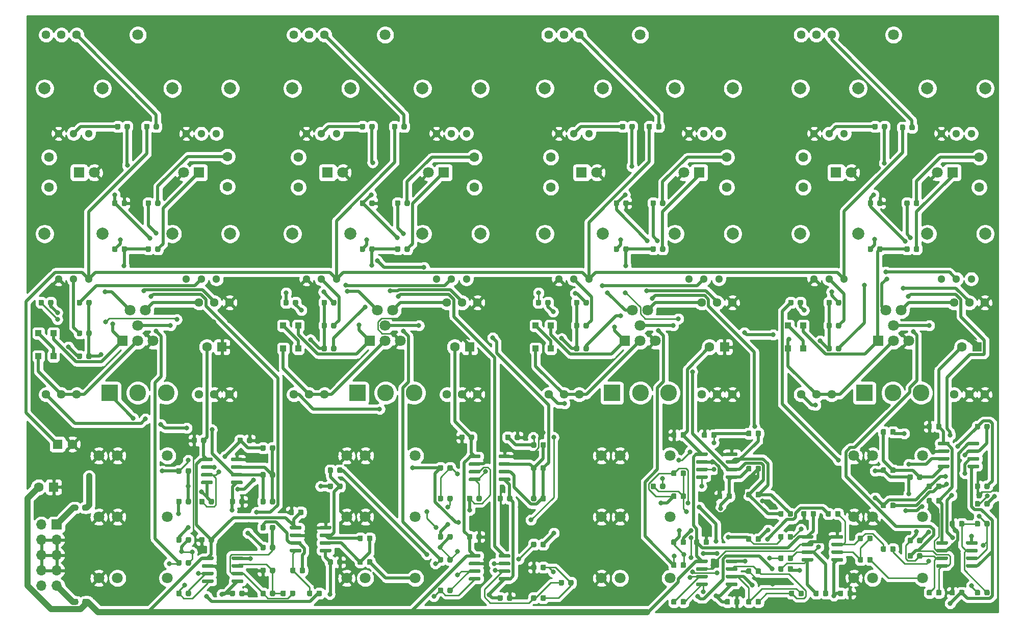
<source format=gbl>
G04 #@! TF.GenerationSoftware,KiCad,Pcbnew,(5.1.6-0-10_14)*
G04 #@! TF.CreationDate,2022-01-25T14:28:11+00:00*
G04 #@! TF.ProjectId,Quad Tube VCA,51756164-2054-4756-9265-205643412e6b,rev?*
G04 #@! TF.SameCoordinates,Original*
G04 #@! TF.FileFunction,Copper,L2,Bot*
G04 #@! TF.FilePolarity,Positive*
%FSLAX46Y46*%
G04 Gerber Fmt 4.6, Leading zero omitted, Abs format (unit mm)*
G04 Created by KiCad (PCBNEW (5.1.6-0-10_14)) date 2022-01-25 14:28:11*
%MOMM*%
%LPD*%
G01*
G04 APERTURE LIST*
G04 #@! TA.AperFunction,ComponentPad*
%ADD10C,2.775000*%
G04 #@! TD*
G04 #@! TA.AperFunction,ComponentPad*
%ADD11R,2.775000X2.775000*%
G04 #@! TD*
G04 #@! TA.AperFunction,ComponentPad*
%ADD12C,1.600000*%
G04 #@! TD*
G04 #@! TA.AperFunction,ComponentPad*
%ADD13R,1.600000X1.600000*%
G04 #@! TD*
G04 #@! TA.AperFunction,ComponentPad*
%ADD14C,1.800000*%
G04 #@! TD*
G04 #@! TA.AperFunction,ComponentPad*
%ADD15R,1.800000X1.800000*%
G04 #@! TD*
G04 #@! TA.AperFunction,ComponentPad*
%ADD16C,2.000000*%
G04 #@! TD*
G04 #@! TA.AperFunction,ComponentPad*
%ADD17C,1.300000*%
G04 #@! TD*
G04 #@! TA.AperFunction,ComponentPad*
%ADD18C,1.440000*%
G04 #@! TD*
G04 #@! TA.AperFunction,ComponentPad*
%ADD19O,1.700000X1.700000*%
G04 #@! TD*
G04 #@! TA.AperFunction,ComponentPad*
%ADD20R,1.700000X1.700000*%
G04 #@! TD*
G04 #@! TA.AperFunction,SMDPad,CuDef*
%ADD21R,1.000000X1.000000*%
G04 #@! TD*
G04 #@! TA.AperFunction,ViaPad*
%ADD22C,0.800000*%
G04 #@! TD*
G04 #@! TA.AperFunction,Conductor*
%ADD23C,0.500000*%
G04 #@! TD*
G04 #@! TA.AperFunction,Conductor*
%ADD24C,0.250000*%
G04 #@! TD*
G04 #@! TA.AperFunction,Conductor*
%ADD25C,1.000000*%
G04 #@! TD*
G04 #@! TA.AperFunction,Conductor*
%ADD26C,0.254000*%
G04 #@! TD*
G04 APERTURE END LIST*
G04 #@! TA.AperFunction,SMDPad,CuDef*
G36*
G01*
X222607000Y-136548000D02*
X222607000Y-136248000D01*
G75*
G02*
X222757000Y-136098000I150000J0D01*
G01*
X224407000Y-136098000D01*
G75*
G02*
X224557000Y-136248000I0J-150000D01*
G01*
X224557000Y-136548000D01*
G75*
G02*
X224407000Y-136698000I-150000J0D01*
G01*
X222757000Y-136698000D01*
G75*
G02*
X222607000Y-136548000I0J150000D01*
G01*
G37*
G04 #@! TD.AperFunction*
G04 #@! TA.AperFunction,SMDPad,CuDef*
G36*
G01*
X222607000Y-135278000D02*
X222607000Y-134978000D01*
G75*
G02*
X222757000Y-134828000I150000J0D01*
G01*
X224407000Y-134828000D01*
G75*
G02*
X224557000Y-134978000I0J-150000D01*
G01*
X224557000Y-135278000D01*
G75*
G02*
X224407000Y-135428000I-150000J0D01*
G01*
X222757000Y-135428000D01*
G75*
G02*
X222607000Y-135278000I0J150000D01*
G01*
G37*
G04 #@! TD.AperFunction*
G04 #@! TA.AperFunction,SMDPad,CuDef*
G36*
G01*
X222607000Y-134008000D02*
X222607000Y-133708000D01*
G75*
G02*
X222757000Y-133558000I150000J0D01*
G01*
X224407000Y-133558000D01*
G75*
G02*
X224557000Y-133708000I0J-150000D01*
G01*
X224557000Y-134008000D01*
G75*
G02*
X224407000Y-134158000I-150000J0D01*
G01*
X222757000Y-134158000D01*
G75*
G02*
X222607000Y-134008000I0J150000D01*
G01*
G37*
G04 #@! TD.AperFunction*
G04 #@! TA.AperFunction,SMDPad,CuDef*
G36*
G01*
X222607000Y-132738000D02*
X222607000Y-132438000D01*
G75*
G02*
X222757000Y-132288000I150000J0D01*
G01*
X224407000Y-132288000D01*
G75*
G02*
X224557000Y-132438000I0J-150000D01*
G01*
X224557000Y-132738000D01*
G75*
G02*
X224407000Y-132888000I-150000J0D01*
G01*
X222757000Y-132888000D01*
G75*
G02*
X222607000Y-132738000I0J150000D01*
G01*
G37*
G04 #@! TD.AperFunction*
G04 #@! TA.AperFunction,SMDPad,CuDef*
G36*
G01*
X217657000Y-132738000D02*
X217657000Y-132438000D01*
G75*
G02*
X217807000Y-132288000I150000J0D01*
G01*
X219457000Y-132288000D01*
G75*
G02*
X219607000Y-132438000I0J-150000D01*
G01*
X219607000Y-132738000D01*
G75*
G02*
X219457000Y-132888000I-150000J0D01*
G01*
X217807000Y-132888000D01*
G75*
G02*
X217657000Y-132738000I0J150000D01*
G01*
G37*
G04 #@! TD.AperFunction*
G04 #@! TA.AperFunction,SMDPad,CuDef*
G36*
G01*
X217657000Y-134008000D02*
X217657000Y-133708000D01*
G75*
G02*
X217807000Y-133558000I150000J0D01*
G01*
X219457000Y-133558000D01*
G75*
G02*
X219607000Y-133708000I0J-150000D01*
G01*
X219607000Y-134008000D01*
G75*
G02*
X219457000Y-134158000I-150000J0D01*
G01*
X217807000Y-134158000D01*
G75*
G02*
X217657000Y-134008000I0J150000D01*
G01*
G37*
G04 #@! TD.AperFunction*
G04 #@! TA.AperFunction,SMDPad,CuDef*
G36*
G01*
X217657000Y-135278000D02*
X217657000Y-134978000D01*
G75*
G02*
X217807000Y-134828000I150000J0D01*
G01*
X219457000Y-134828000D01*
G75*
G02*
X219607000Y-134978000I0J-150000D01*
G01*
X219607000Y-135278000D01*
G75*
G02*
X219457000Y-135428000I-150000J0D01*
G01*
X217807000Y-135428000D01*
G75*
G02*
X217657000Y-135278000I0J150000D01*
G01*
G37*
G04 #@! TD.AperFunction*
G04 #@! TA.AperFunction,SMDPad,CuDef*
G36*
G01*
X217657000Y-136548000D02*
X217657000Y-136248000D01*
G75*
G02*
X217807000Y-136098000I150000J0D01*
G01*
X219457000Y-136098000D01*
G75*
G02*
X219607000Y-136248000I0J-150000D01*
G01*
X219607000Y-136548000D01*
G75*
G02*
X219457000Y-136698000I-150000J0D01*
G01*
X217807000Y-136698000D01*
G75*
G02*
X217657000Y-136548000I0J150000D01*
G01*
G37*
G04 #@! TD.AperFunction*
D10*
X89790000Y-107702500D03*
X85090000Y-107702500D03*
D11*
X80390000Y-107702500D03*
D10*
X130938000Y-107702500D03*
X126238000Y-107702500D03*
D11*
X121538000Y-107702500D03*
D10*
X173229000Y-107702500D03*
X168529000Y-107702500D03*
D11*
X163829000Y-107702500D03*
D10*
X215139000Y-107702500D03*
X210439000Y-107702500D03*
D11*
X205739000Y-107702500D03*
D12*
X221909000Y-100076000D03*
D13*
X224409000Y-100076000D03*
D12*
X179999000Y-100076000D03*
D13*
X182499000Y-100076000D03*
D12*
X137708000Y-100076000D03*
D13*
X140208000Y-100076000D03*
D12*
X96560000Y-100076000D03*
D13*
X99060000Y-100076000D03*
D12*
X68620000Y-123317000D03*
D13*
X71120000Y-123317000D03*
D12*
X74255000Y-116205000D03*
D13*
X71755000Y-116205000D03*
G04 #@! TA.AperFunction,SMDPad,CuDef*
G36*
G01*
X100687000Y-139088000D02*
X100687000Y-138788000D01*
G75*
G02*
X100837000Y-138638000I150000J0D01*
G01*
X102487000Y-138638000D01*
G75*
G02*
X102637000Y-138788000I0J-150000D01*
G01*
X102637000Y-139088000D01*
G75*
G02*
X102487000Y-139238000I-150000J0D01*
G01*
X100837000Y-139238000D01*
G75*
G02*
X100687000Y-139088000I0J150000D01*
G01*
G37*
G04 #@! TD.AperFunction*
G04 #@! TA.AperFunction,SMDPad,CuDef*
G36*
G01*
X100687000Y-137818000D02*
X100687000Y-137518000D01*
G75*
G02*
X100837000Y-137368000I150000J0D01*
G01*
X102487000Y-137368000D01*
G75*
G02*
X102637000Y-137518000I0J-150000D01*
G01*
X102637000Y-137818000D01*
G75*
G02*
X102487000Y-137968000I-150000J0D01*
G01*
X100837000Y-137968000D01*
G75*
G02*
X100687000Y-137818000I0J150000D01*
G01*
G37*
G04 #@! TD.AperFunction*
G04 #@! TA.AperFunction,SMDPad,CuDef*
G36*
G01*
X100687000Y-136548000D02*
X100687000Y-136248000D01*
G75*
G02*
X100837000Y-136098000I150000J0D01*
G01*
X102487000Y-136098000D01*
G75*
G02*
X102637000Y-136248000I0J-150000D01*
G01*
X102637000Y-136548000D01*
G75*
G02*
X102487000Y-136698000I-150000J0D01*
G01*
X100837000Y-136698000D01*
G75*
G02*
X100687000Y-136548000I0J150000D01*
G01*
G37*
G04 #@! TD.AperFunction*
G04 #@! TA.AperFunction,SMDPad,CuDef*
G36*
G01*
X100687000Y-135278000D02*
X100687000Y-134978000D01*
G75*
G02*
X100837000Y-134828000I150000J0D01*
G01*
X102487000Y-134828000D01*
G75*
G02*
X102637000Y-134978000I0J-150000D01*
G01*
X102637000Y-135278000D01*
G75*
G02*
X102487000Y-135428000I-150000J0D01*
G01*
X100837000Y-135428000D01*
G75*
G02*
X100687000Y-135278000I0J150000D01*
G01*
G37*
G04 #@! TD.AperFunction*
G04 #@! TA.AperFunction,SMDPad,CuDef*
G36*
G01*
X95737000Y-135278000D02*
X95737000Y-134978000D01*
G75*
G02*
X95887000Y-134828000I150000J0D01*
G01*
X97537000Y-134828000D01*
G75*
G02*
X97687000Y-134978000I0J-150000D01*
G01*
X97687000Y-135278000D01*
G75*
G02*
X97537000Y-135428000I-150000J0D01*
G01*
X95887000Y-135428000D01*
G75*
G02*
X95737000Y-135278000I0J150000D01*
G01*
G37*
G04 #@! TD.AperFunction*
G04 #@! TA.AperFunction,SMDPad,CuDef*
G36*
G01*
X95737000Y-136548000D02*
X95737000Y-136248000D01*
G75*
G02*
X95887000Y-136098000I150000J0D01*
G01*
X97537000Y-136098000D01*
G75*
G02*
X97687000Y-136248000I0J-150000D01*
G01*
X97687000Y-136548000D01*
G75*
G02*
X97537000Y-136698000I-150000J0D01*
G01*
X95887000Y-136698000D01*
G75*
G02*
X95737000Y-136548000I0J150000D01*
G01*
G37*
G04 #@! TD.AperFunction*
G04 #@! TA.AperFunction,SMDPad,CuDef*
G36*
G01*
X95737000Y-137818000D02*
X95737000Y-137518000D01*
G75*
G02*
X95887000Y-137368000I150000J0D01*
G01*
X97537000Y-137368000D01*
G75*
G02*
X97687000Y-137518000I0J-150000D01*
G01*
X97687000Y-137818000D01*
G75*
G02*
X97537000Y-137968000I-150000J0D01*
G01*
X95887000Y-137968000D01*
G75*
G02*
X95737000Y-137818000I0J150000D01*
G01*
G37*
G04 #@! TD.AperFunction*
G04 #@! TA.AperFunction,SMDPad,CuDef*
G36*
G01*
X95737000Y-139088000D02*
X95737000Y-138788000D01*
G75*
G02*
X95887000Y-138638000I150000J0D01*
G01*
X97537000Y-138638000D01*
G75*
G02*
X97687000Y-138788000I0J-150000D01*
G01*
X97687000Y-139088000D01*
G75*
G02*
X97537000Y-139238000I-150000J0D01*
G01*
X95887000Y-139238000D01*
G75*
G02*
X95737000Y-139088000I0J150000D01*
G01*
G37*
G04 #@! TD.AperFunction*
G04 #@! TA.AperFunction,SMDPad,CuDef*
G36*
G01*
X205517000Y-131569750D02*
X205517000Y-132082250D01*
G75*
G02*
X205298250Y-132301000I-218750J0D01*
G01*
X204860750Y-132301000D01*
G75*
G02*
X204642000Y-132082250I0J218750D01*
G01*
X204642000Y-131569750D01*
G75*
G02*
X204860750Y-131351000I218750J0D01*
G01*
X205298250Y-131351000D01*
G75*
G02*
X205517000Y-131569750I0J-218750D01*
G01*
G37*
G04 #@! TD.AperFunction*
G04 #@! TA.AperFunction,SMDPad,CuDef*
G36*
G01*
X207092000Y-131569750D02*
X207092000Y-132082250D01*
G75*
G02*
X206873250Y-132301000I-218750J0D01*
G01*
X206435750Y-132301000D01*
G75*
G02*
X206217000Y-132082250I0J218750D01*
G01*
X206217000Y-131569750D01*
G75*
G02*
X206435750Y-131351000I218750J0D01*
G01*
X206873250Y-131351000D01*
G75*
G02*
X207092000Y-131569750I0J-218750D01*
G01*
G37*
G04 #@! TD.AperFunction*
G04 #@! TA.AperFunction,SMDPad,CuDef*
G36*
G01*
X198851000Y-141226250D02*
X198851000Y-140713750D01*
G75*
G02*
X199069750Y-140495000I218750J0D01*
G01*
X199507250Y-140495000D01*
G75*
G02*
X199726000Y-140713750I0J-218750D01*
G01*
X199726000Y-141226250D01*
G75*
G02*
X199507250Y-141445000I-218750J0D01*
G01*
X199069750Y-141445000D01*
G75*
G02*
X198851000Y-141226250I0J218750D01*
G01*
G37*
G04 #@! TD.AperFunction*
G04 #@! TA.AperFunction,SMDPad,CuDef*
G36*
G01*
X197276000Y-141226250D02*
X197276000Y-140713750D01*
G75*
G02*
X197494750Y-140495000I218750J0D01*
G01*
X197932250Y-140495000D01*
G75*
G02*
X198151000Y-140713750I0J-218750D01*
G01*
X198151000Y-141226250D01*
G75*
G02*
X197932250Y-141445000I-218750J0D01*
G01*
X197494750Y-141445000D01*
G75*
G02*
X197276000Y-141226250I0J218750D01*
G01*
G37*
G04 #@! TD.AperFunction*
G04 #@! TA.AperFunction,SMDPad,CuDef*
G36*
G01*
X122459000Y-131569750D02*
X122459000Y-132082250D01*
G75*
G02*
X122240250Y-132301000I-218750J0D01*
G01*
X121802750Y-132301000D01*
G75*
G02*
X121584000Y-132082250I0J218750D01*
G01*
X121584000Y-131569750D01*
G75*
G02*
X121802750Y-131351000I218750J0D01*
G01*
X122240250Y-131351000D01*
G75*
G02*
X122459000Y-131569750I0J-218750D01*
G01*
G37*
G04 #@! TD.AperFunction*
G04 #@! TA.AperFunction,SMDPad,CuDef*
G36*
G01*
X124034000Y-131569750D02*
X124034000Y-132082250D01*
G75*
G02*
X123815250Y-132301000I-218750J0D01*
G01*
X123377750Y-132301000D01*
G75*
G02*
X123159000Y-132082250I0J218750D01*
G01*
X123159000Y-131569750D01*
G75*
G02*
X123377750Y-131351000I218750J0D01*
G01*
X123815250Y-131351000D01*
G75*
G02*
X124034000Y-131569750I0J-218750D01*
G01*
G37*
G04 #@! TD.AperFunction*
G04 #@! TA.AperFunction,SMDPad,CuDef*
G36*
G01*
X111983000Y-137416250D02*
X111983000Y-136903750D01*
G75*
G02*
X112201750Y-136685000I218750J0D01*
G01*
X112639250Y-136685000D01*
G75*
G02*
X112858000Y-136903750I0J-218750D01*
G01*
X112858000Y-137416250D01*
G75*
G02*
X112639250Y-137635000I-218750J0D01*
G01*
X112201750Y-137635000D01*
G75*
G02*
X111983000Y-137416250I0J218750D01*
G01*
G37*
G04 #@! TD.AperFunction*
G04 #@! TA.AperFunction,SMDPad,CuDef*
G36*
G01*
X110408000Y-137416250D02*
X110408000Y-136903750D01*
G75*
G02*
X110626750Y-136685000I218750J0D01*
G01*
X111064250Y-136685000D01*
G75*
G02*
X111283000Y-136903750I0J-218750D01*
G01*
X111283000Y-137416250D01*
G75*
G02*
X111064250Y-137635000I-218750J0D01*
G01*
X110626750Y-137635000D01*
G75*
G02*
X110408000Y-137416250I0J218750D01*
G01*
G37*
G04 #@! TD.AperFunction*
G04 #@! TA.AperFunction,SMDPad,CuDef*
G36*
G01*
X200183000Y-127505750D02*
X200183000Y-128018250D01*
G75*
G02*
X199964250Y-128237000I-218750J0D01*
G01*
X199526750Y-128237000D01*
G75*
G02*
X199308000Y-128018250I0J218750D01*
G01*
X199308000Y-127505750D01*
G75*
G02*
X199526750Y-127287000I218750J0D01*
G01*
X199964250Y-127287000D01*
G75*
G02*
X200183000Y-127505750I0J-218750D01*
G01*
G37*
G04 #@! TD.AperFunction*
G04 #@! TA.AperFunction,SMDPad,CuDef*
G36*
G01*
X201758000Y-127505750D02*
X201758000Y-128018250D01*
G75*
G02*
X201539250Y-128237000I-218750J0D01*
G01*
X201101750Y-128237000D01*
G75*
G02*
X200883000Y-128018250I0J218750D01*
G01*
X200883000Y-127505750D01*
G75*
G02*
X201101750Y-127287000I218750J0D01*
G01*
X201539250Y-127287000D01*
G75*
G02*
X201758000Y-127505750I0J-218750D01*
G01*
G37*
G04 #@! TD.AperFunction*
G04 #@! TA.AperFunction,SMDPad,CuDef*
G36*
G01*
X192309000Y-134871750D02*
X192309000Y-135384250D01*
G75*
G02*
X192090250Y-135603000I-218750J0D01*
G01*
X191652750Y-135603000D01*
G75*
G02*
X191434000Y-135384250I0J218750D01*
G01*
X191434000Y-134871750D01*
G75*
G02*
X191652750Y-134653000I218750J0D01*
G01*
X192090250Y-134653000D01*
G75*
G02*
X192309000Y-134871750I0J-218750D01*
G01*
G37*
G04 #@! TD.AperFunction*
G04 #@! TA.AperFunction,SMDPad,CuDef*
G36*
G01*
X193884000Y-134871750D02*
X193884000Y-135384250D01*
G75*
G02*
X193665250Y-135603000I-218750J0D01*
G01*
X193227750Y-135603000D01*
G75*
G02*
X193009000Y-135384250I0J218750D01*
G01*
X193009000Y-134871750D01*
G75*
G02*
X193227750Y-134653000I218750J0D01*
G01*
X193665250Y-134653000D01*
G75*
G02*
X193884000Y-134871750I0J-218750D01*
G01*
G37*
G04 #@! TD.AperFunction*
G04 #@! TA.AperFunction,SMDPad,CuDef*
G36*
G01*
X117506000Y-122933750D02*
X117506000Y-123446250D01*
G75*
G02*
X117287250Y-123665000I-218750J0D01*
G01*
X116849750Y-123665000D01*
G75*
G02*
X116631000Y-123446250I0J218750D01*
G01*
X116631000Y-122933750D01*
G75*
G02*
X116849750Y-122715000I218750J0D01*
G01*
X117287250Y-122715000D01*
G75*
G02*
X117506000Y-122933750I0J-218750D01*
G01*
G37*
G04 #@! TD.AperFunction*
G04 #@! TA.AperFunction,SMDPad,CuDef*
G36*
G01*
X119081000Y-122933750D02*
X119081000Y-123446250D01*
G75*
G02*
X118862250Y-123665000I-218750J0D01*
G01*
X118424750Y-123665000D01*
G75*
G02*
X118206000Y-123446250I0J218750D01*
G01*
X118206000Y-122933750D01*
G75*
G02*
X118424750Y-122715000I218750J0D01*
G01*
X118862250Y-122715000D01*
G75*
G02*
X119081000Y-122933750I0J-218750D01*
G01*
G37*
G04 #@! TD.AperFunction*
G04 #@! TA.AperFunction,SMDPad,CuDef*
G36*
G01*
X210027000Y-133860250D02*
X210027000Y-133347750D01*
G75*
G02*
X210245750Y-133129000I218750J0D01*
G01*
X210683250Y-133129000D01*
G75*
G02*
X210902000Y-133347750I0J-218750D01*
G01*
X210902000Y-133860250D01*
G75*
G02*
X210683250Y-134079000I-218750J0D01*
G01*
X210245750Y-134079000D01*
G75*
G02*
X210027000Y-133860250I0J218750D01*
G01*
G37*
G04 #@! TD.AperFunction*
G04 #@! TA.AperFunction,SMDPad,CuDef*
G36*
G01*
X208452000Y-133860250D02*
X208452000Y-133347750D01*
G75*
G02*
X208670750Y-133129000I218750J0D01*
G01*
X209108250Y-133129000D01*
G75*
G02*
X209327000Y-133347750I0J-218750D01*
G01*
X209327000Y-133860250D01*
G75*
G02*
X209108250Y-134079000I-218750J0D01*
G01*
X208670750Y-134079000D01*
G75*
G02*
X208452000Y-133860250I0J218750D01*
G01*
G37*
G04 #@! TD.AperFunction*
G04 #@! TA.AperFunction,SMDPad,CuDef*
G36*
G01*
X192309000Y-131315750D02*
X192309000Y-131828250D01*
G75*
G02*
X192090250Y-132047000I-218750J0D01*
G01*
X191652750Y-132047000D01*
G75*
G02*
X191434000Y-131828250I0J218750D01*
G01*
X191434000Y-131315750D01*
G75*
G02*
X191652750Y-131097000I218750J0D01*
G01*
X192090250Y-131097000D01*
G75*
G02*
X192309000Y-131315750I0J-218750D01*
G01*
G37*
G04 #@! TD.AperFunction*
G04 #@! TA.AperFunction,SMDPad,CuDef*
G36*
G01*
X193884000Y-131315750D02*
X193884000Y-131828250D01*
G75*
G02*
X193665250Y-132047000I-218750J0D01*
G01*
X193227750Y-132047000D01*
G75*
G02*
X193009000Y-131828250I0J218750D01*
G01*
X193009000Y-131315750D01*
G75*
G02*
X193227750Y-131097000I218750J0D01*
G01*
X193665250Y-131097000D01*
G75*
G02*
X193884000Y-131315750I0J-218750D01*
G01*
G37*
G04 #@! TD.AperFunction*
G04 #@! TA.AperFunction,SMDPad,CuDef*
G36*
G01*
X118206000Y-120779250D02*
X118206000Y-120266750D01*
G75*
G02*
X118424750Y-120048000I218750J0D01*
G01*
X118862250Y-120048000D01*
G75*
G02*
X119081000Y-120266750I0J-218750D01*
G01*
X119081000Y-120779250D01*
G75*
G02*
X118862250Y-120998000I-218750J0D01*
G01*
X118424750Y-120998000D01*
G75*
G02*
X118206000Y-120779250I0J218750D01*
G01*
G37*
G04 #@! TD.AperFunction*
G04 #@! TA.AperFunction,SMDPad,CuDef*
G36*
G01*
X116631000Y-120779250D02*
X116631000Y-120266750D01*
G75*
G02*
X116849750Y-120048000I218750J0D01*
G01*
X117287250Y-120048000D01*
G75*
G02*
X117506000Y-120266750I0J-218750D01*
G01*
X117506000Y-120779250D01*
G75*
G02*
X117287250Y-120998000I-218750J0D01*
G01*
X116849750Y-120998000D01*
G75*
G02*
X116631000Y-120779250I0J218750D01*
G01*
G37*
G04 #@! TD.AperFunction*
G04 #@! TA.AperFunction,SMDPad,CuDef*
G36*
G01*
X107030000Y-130304250D02*
X107030000Y-129791750D01*
G75*
G02*
X107248750Y-129573000I218750J0D01*
G01*
X107686250Y-129573000D01*
G75*
G02*
X107905000Y-129791750I0J-218750D01*
G01*
X107905000Y-130304250D01*
G75*
G02*
X107686250Y-130523000I-218750J0D01*
G01*
X107248750Y-130523000D01*
G75*
G02*
X107030000Y-130304250I0J218750D01*
G01*
G37*
G04 #@! TD.AperFunction*
G04 #@! TA.AperFunction,SMDPad,CuDef*
G36*
G01*
X105455000Y-130304250D02*
X105455000Y-129791750D01*
G75*
G02*
X105673750Y-129573000I218750J0D01*
G01*
X106111250Y-129573000D01*
G75*
G02*
X106330000Y-129791750I0J-218750D01*
G01*
X106330000Y-130304250D01*
G75*
G02*
X106111250Y-130523000I-218750J0D01*
G01*
X105673750Y-130523000D01*
G75*
G02*
X105455000Y-130304250I0J218750D01*
G01*
G37*
G04 #@! TD.AperFunction*
G04 #@! TA.AperFunction,SMDPad,CuDef*
G36*
G01*
X200255000Y-135532000D02*
X200255000Y-135232000D01*
G75*
G02*
X200405000Y-135082000I150000J0D01*
G01*
X202055000Y-135082000D01*
G75*
G02*
X202205000Y-135232000I0J-150000D01*
G01*
X202205000Y-135532000D01*
G75*
G02*
X202055000Y-135682000I-150000J0D01*
G01*
X200405000Y-135682000D01*
G75*
G02*
X200255000Y-135532000I0J150000D01*
G01*
G37*
G04 #@! TD.AperFunction*
G04 #@! TA.AperFunction,SMDPad,CuDef*
G36*
G01*
X200255000Y-134262000D02*
X200255000Y-133962000D01*
G75*
G02*
X200405000Y-133812000I150000J0D01*
G01*
X202055000Y-133812000D01*
G75*
G02*
X202205000Y-133962000I0J-150000D01*
G01*
X202205000Y-134262000D01*
G75*
G02*
X202055000Y-134412000I-150000J0D01*
G01*
X200405000Y-134412000D01*
G75*
G02*
X200255000Y-134262000I0J150000D01*
G01*
G37*
G04 #@! TD.AperFunction*
G04 #@! TA.AperFunction,SMDPad,CuDef*
G36*
G01*
X200255000Y-132992000D02*
X200255000Y-132692000D01*
G75*
G02*
X200405000Y-132542000I150000J0D01*
G01*
X202055000Y-132542000D01*
G75*
G02*
X202205000Y-132692000I0J-150000D01*
G01*
X202205000Y-132992000D01*
G75*
G02*
X202055000Y-133142000I-150000J0D01*
G01*
X200405000Y-133142000D01*
G75*
G02*
X200255000Y-132992000I0J150000D01*
G01*
G37*
G04 #@! TD.AperFunction*
G04 #@! TA.AperFunction,SMDPad,CuDef*
G36*
G01*
X200255000Y-131722000D02*
X200255000Y-131422000D01*
G75*
G02*
X200405000Y-131272000I150000J0D01*
G01*
X202055000Y-131272000D01*
G75*
G02*
X202205000Y-131422000I0J-150000D01*
G01*
X202205000Y-131722000D01*
G75*
G02*
X202055000Y-131872000I-150000J0D01*
G01*
X200405000Y-131872000D01*
G75*
G02*
X200255000Y-131722000I0J150000D01*
G01*
G37*
G04 #@! TD.AperFunction*
G04 #@! TA.AperFunction,SMDPad,CuDef*
G36*
G01*
X195305000Y-131722000D02*
X195305000Y-131422000D01*
G75*
G02*
X195455000Y-131272000I150000J0D01*
G01*
X197105000Y-131272000D01*
G75*
G02*
X197255000Y-131422000I0J-150000D01*
G01*
X197255000Y-131722000D01*
G75*
G02*
X197105000Y-131872000I-150000J0D01*
G01*
X195455000Y-131872000D01*
G75*
G02*
X195305000Y-131722000I0J150000D01*
G01*
G37*
G04 #@! TD.AperFunction*
G04 #@! TA.AperFunction,SMDPad,CuDef*
G36*
G01*
X195305000Y-132992000D02*
X195305000Y-132692000D01*
G75*
G02*
X195455000Y-132542000I150000J0D01*
G01*
X197105000Y-132542000D01*
G75*
G02*
X197255000Y-132692000I0J-150000D01*
G01*
X197255000Y-132992000D01*
G75*
G02*
X197105000Y-133142000I-150000J0D01*
G01*
X195455000Y-133142000D01*
G75*
G02*
X195305000Y-132992000I0J150000D01*
G01*
G37*
G04 #@! TD.AperFunction*
G04 #@! TA.AperFunction,SMDPad,CuDef*
G36*
G01*
X195305000Y-134262000D02*
X195305000Y-133962000D01*
G75*
G02*
X195455000Y-133812000I150000J0D01*
G01*
X197105000Y-133812000D01*
G75*
G02*
X197255000Y-133962000I0J-150000D01*
G01*
X197255000Y-134262000D01*
G75*
G02*
X197105000Y-134412000I-150000J0D01*
G01*
X195455000Y-134412000D01*
G75*
G02*
X195305000Y-134262000I0J150000D01*
G01*
G37*
G04 #@! TD.AperFunction*
G04 #@! TA.AperFunction,SMDPad,CuDef*
G36*
G01*
X195305000Y-135532000D02*
X195305000Y-135232000D01*
G75*
G02*
X195455000Y-135082000I150000J0D01*
G01*
X197105000Y-135082000D01*
G75*
G02*
X197255000Y-135232000I0J-150000D01*
G01*
X197255000Y-135532000D01*
G75*
G02*
X197105000Y-135682000I-150000J0D01*
G01*
X195455000Y-135682000D01*
G75*
G02*
X195305000Y-135532000I0J150000D01*
G01*
G37*
G04 #@! TD.AperFunction*
G04 #@! TA.AperFunction,SMDPad,CuDef*
G36*
G01*
X115292000Y-134008000D02*
X115292000Y-133708000D01*
G75*
G02*
X115442000Y-133558000I150000J0D01*
G01*
X117092000Y-133558000D01*
G75*
G02*
X117242000Y-133708000I0J-150000D01*
G01*
X117242000Y-134008000D01*
G75*
G02*
X117092000Y-134158000I-150000J0D01*
G01*
X115442000Y-134158000D01*
G75*
G02*
X115292000Y-134008000I0J150000D01*
G01*
G37*
G04 #@! TD.AperFunction*
G04 #@! TA.AperFunction,SMDPad,CuDef*
G36*
G01*
X115292000Y-132738000D02*
X115292000Y-132438000D01*
G75*
G02*
X115442000Y-132288000I150000J0D01*
G01*
X117092000Y-132288000D01*
G75*
G02*
X117242000Y-132438000I0J-150000D01*
G01*
X117242000Y-132738000D01*
G75*
G02*
X117092000Y-132888000I-150000J0D01*
G01*
X115442000Y-132888000D01*
G75*
G02*
X115292000Y-132738000I0J150000D01*
G01*
G37*
G04 #@! TD.AperFunction*
G04 #@! TA.AperFunction,SMDPad,CuDef*
G36*
G01*
X115292000Y-131468000D02*
X115292000Y-131168000D01*
G75*
G02*
X115442000Y-131018000I150000J0D01*
G01*
X117092000Y-131018000D01*
G75*
G02*
X117242000Y-131168000I0J-150000D01*
G01*
X117242000Y-131468000D01*
G75*
G02*
X117092000Y-131618000I-150000J0D01*
G01*
X115442000Y-131618000D01*
G75*
G02*
X115292000Y-131468000I0J150000D01*
G01*
G37*
G04 #@! TD.AperFunction*
G04 #@! TA.AperFunction,SMDPad,CuDef*
G36*
G01*
X115292000Y-130198000D02*
X115292000Y-129898000D01*
G75*
G02*
X115442000Y-129748000I150000J0D01*
G01*
X117092000Y-129748000D01*
G75*
G02*
X117242000Y-129898000I0J-150000D01*
G01*
X117242000Y-130198000D01*
G75*
G02*
X117092000Y-130348000I-150000J0D01*
G01*
X115442000Y-130348000D01*
G75*
G02*
X115292000Y-130198000I0J150000D01*
G01*
G37*
G04 #@! TD.AperFunction*
G04 #@! TA.AperFunction,SMDPad,CuDef*
G36*
G01*
X110342000Y-130198000D02*
X110342000Y-129898000D01*
G75*
G02*
X110492000Y-129748000I150000J0D01*
G01*
X112142000Y-129748000D01*
G75*
G02*
X112292000Y-129898000I0J-150000D01*
G01*
X112292000Y-130198000D01*
G75*
G02*
X112142000Y-130348000I-150000J0D01*
G01*
X110492000Y-130348000D01*
G75*
G02*
X110342000Y-130198000I0J150000D01*
G01*
G37*
G04 #@! TD.AperFunction*
G04 #@! TA.AperFunction,SMDPad,CuDef*
G36*
G01*
X110342000Y-131468000D02*
X110342000Y-131168000D01*
G75*
G02*
X110492000Y-131018000I150000J0D01*
G01*
X112142000Y-131018000D01*
G75*
G02*
X112292000Y-131168000I0J-150000D01*
G01*
X112292000Y-131468000D01*
G75*
G02*
X112142000Y-131618000I-150000J0D01*
G01*
X110492000Y-131618000D01*
G75*
G02*
X110342000Y-131468000I0J150000D01*
G01*
G37*
G04 #@! TD.AperFunction*
G04 #@! TA.AperFunction,SMDPad,CuDef*
G36*
G01*
X110342000Y-132738000D02*
X110342000Y-132438000D01*
G75*
G02*
X110492000Y-132288000I150000J0D01*
G01*
X112142000Y-132288000D01*
G75*
G02*
X112292000Y-132438000I0J-150000D01*
G01*
X112292000Y-132738000D01*
G75*
G02*
X112142000Y-132888000I-150000J0D01*
G01*
X110492000Y-132888000D01*
G75*
G02*
X110342000Y-132738000I0J150000D01*
G01*
G37*
G04 #@! TD.AperFunction*
G04 #@! TA.AperFunction,SMDPad,CuDef*
G36*
G01*
X110342000Y-134008000D02*
X110342000Y-133708000D01*
G75*
G02*
X110492000Y-133558000I150000J0D01*
G01*
X112142000Y-133558000D01*
G75*
G02*
X112292000Y-133708000I0J-150000D01*
G01*
X112292000Y-134008000D01*
G75*
G02*
X112142000Y-134158000I-150000J0D01*
G01*
X110492000Y-134158000D01*
G75*
G02*
X110342000Y-134008000I0J150000D01*
G01*
G37*
G04 #@! TD.AperFunction*
G04 #@! TA.AperFunction,SMDPad,CuDef*
G36*
G01*
X196819000Y-128018250D02*
X196819000Y-127505750D01*
G75*
G02*
X197037750Y-127287000I218750J0D01*
G01*
X197475250Y-127287000D01*
G75*
G02*
X197694000Y-127505750I0J-218750D01*
G01*
X197694000Y-128018250D01*
G75*
G02*
X197475250Y-128237000I-218750J0D01*
G01*
X197037750Y-128237000D01*
G75*
G02*
X196819000Y-128018250I0J218750D01*
G01*
G37*
G04 #@! TD.AperFunction*
G04 #@! TA.AperFunction,SMDPad,CuDef*
G36*
G01*
X195244000Y-128018250D02*
X195244000Y-127505750D01*
G75*
G02*
X195462750Y-127287000I218750J0D01*
G01*
X195900250Y-127287000D01*
G75*
G02*
X196119000Y-127505750I0J-218750D01*
G01*
X196119000Y-128018250D01*
G75*
G02*
X195900250Y-128237000I-218750J0D01*
G01*
X195462750Y-128237000D01*
G75*
G02*
X195244000Y-128018250I0J218750D01*
G01*
G37*
G04 #@! TD.AperFunction*
G04 #@! TA.AperFunction,SMDPad,CuDef*
G36*
G01*
X202915000Y-141226250D02*
X202915000Y-140713750D01*
G75*
G02*
X203133750Y-140495000I218750J0D01*
G01*
X203571250Y-140495000D01*
G75*
G02*
X203790000Y-140713750I0J-218750D01*
G01*
X203790000Y-141226250D01*
G75*
G02*
X203571250Y-141445000I-218750J0D01*
G01*
X203133750Y-141445000D01*
G75*
G02*
X202915000Y-141226250I0J218750D01*
G01*
G37*
G04 #@! TD.AperFunction*
G04 #@! TA.AperFunction,SMDPad,CuDef*
G36*
G01*
X201340000Y-141226250D02*
X201340000Y-140713750D01*
G75*
G02*
X201558750Y-140495000I218750J0D01*
G01*
X201996250Y-140495000D01*
G75*
G02*
X202215000Y-140713750I0J-218750D01*
G01*
X202215000Y-141226250D01*
G75*
G02*
X201996250Y-141445000I-218750J0D01*
G01*
X201558750Y-141445000D01*
G75*
G02*
X201340000Y-141226250I0J218750D01*
G01*
G37*
G04 #@! TD.AperFunction*
G04 #@! TA.AperFunction,SMDPad,CuDef*
G36*
G01*
X111729000Y-127764250D02*
X111729000Y-127251750D01*
G75*
G02*
X111947750Y-127033000I218750J0D01*
G01*
X112385250Y-127033000D01*
G75*
G02*
X112604000Y-127251750I0J-218750D01*
G01*
X112604000Y-127764250D01*
G75*
G02*
X112385250Y-127983000I-218750J0D01*
G01*
X111947750Y-127983000D01*
G75*
G02*
X111729000Y-127764250I0J218750D01*
G01*
G37*
G04 #@! TD.AperFunction*
G04 #@! TA.AperFunction,SMDPad,CuDef*
G36*
G01*
X110154000Y-127764250D02*
X110154000Y-127251750D01*
G75*
G02*
X110372750Y-127033000I218750J0D01*
G01*
X110810250Y-127033000D01*
G75*
G02*
X111029000Y-127251750I0J-218750D01*
G01*
X111029000Y-127764250D01*
G75*
G02*
X110810250Y-127983000I-218750J0D01*
G01*
X110372750Y-127983000D01*
G75*
G02*
X110154000Y-127764250I0J218750D01*
G01*
G37*
G04 #@! TD.AperFunction*
G04 #@! TA.AperFunction,SMDPad,CuDef*
G36*
G01*
X118206000Y-136019250D02*
X118206000Y-135506750D01*
G75*
G02*
X118424750Y-135288000I218750J0D01*
G01*
X118862250Y-135288000D01*
G75*
G02*
X119081000Y-135506750I0J-218750D01*
G01*
X119081000Y-136019250D01*
G75*
G02*
X118862250Y-136238000I-218750J0D01*
G01*
X118424750Y-136238000D01*
G75*
G02*
X118206000Y-136019250I0J218750D01*
G01*
G37*
G04 #@! TD.AperFunction*
G04 #@! TA.AperFunction,SMDPad,CuDef*
G36*
G01*
X116631000Y-136019250D02*
X116631000Y-135506750D01*
G75*
G02*
X116849750Y-135288000I218750J0D01*
G01*
X117287250Y-135288000D01*
G75*
G02*
X117506000Y-135506750I0J-218750D01*
G01*
X117506000Y-136019250D01*
G75*
G02*
X117287250Y-136238000I-218750J0D01*
G01*
X116849750Y-136238000D01*
G75*
G02*
X116631000Y-136019250I0J218750D01*
G01*
G37*
G04 #@! TD.AperFunction*
D14*
X126153333Y-48260000D03*
X126153333Y-96520000D03*
X124883333Y-93980000D03*
X127423333Y-93980000D03*
X128693333Y-99060000D03*
X126153333Y-99060000D03*
D15*
X123613333Y-99060000D03*
D14*
X85090000Y-48260000D03*
X85090000Y-96520000D03*
X83820000Y-93980000D03*
X86360000Y-93980000D03*
X87630000Y-99060000D03*
X85090000Y-99060000D03*
D15*
X82550000Y-99060000D03*
D14*
X210550000Y-48260000D03*
X210550000Y-96520000D03*
X209280000Y-93980000D03*
X211820000Y-93980000D03*
X213090000Y-99060000D03*
X210550000Y-99060000D03*
D15*
X208010000Y-99060000D03*
D14*
X168486666Y-48260000D03*
X168486666Y-96520000D03*
X167216666Y-93980000D03*
X169756666Y-93980000D03*
X171026666Y-99060000D03*
X168486666Y-99060000D03*
D15*
X165946666Y-99060000D03*
D16*
X204680000Y-57150000D03*
X195080000Y-57150000D03*
D17*
X202380000Y-64650000D03*
X199880000Y-64650000D03*
X197380000Y-64650000D03*
D16*
X162280000Y-57150000D03*
X152680000Y-57150000D03*
D17*
X159980000Y-64650000D03*
X157480000Y-64650000D03*
X154980000Y-64650000D03*
D16*
X120370000Y-57150000D03*
X110770000Y-57150000D03*
D17*
X118070000Y-64650000D03*
X115570000Y-64650000D03*
X113070000Y-64650000D03*
D16*
X79222000Y-57150000D03*
X69622000Y-57150000D03*
D17*
X76922000Y-64650000D03*
X74422000Y-64650000D03*
X71922000Y-64650000D03*
D16*
X204680000Y-81280000D03*
X195080000Y-81280000D03*
D17*
X202380000Y-88780000D03*
X199880000Y-88780000D03*
X197380000Y-88780000D03*
D16*
X162280000Y-81280000D03*
X152680000Y-81280000D03*
D17*
X159980000Y-88780000D03*
X157480000Y-88780000D03*
X154980000Y-88780000D03*
D16*
X120370000Y-81280000D03*
X110770000Y-81280000D03*
D17*
X118070000Y-88780000D03*
X115570000Y-88780000D03*
X113070000Y-88780000D03*
D16*
X79222000Y-81280000D03*
X69622000Y-81280000D03*
D17*
X76922000Y-88780000D03*
X74422000Y-88780000D03*
X71922000Y-88780000D03*
D16*
X225780000Y-57150000D03*
X216180000Y-57150000D03*
D17*
X223480000Y-64650000D03*
X220980000Y-64650000D03*
X218480000Y-64650000D03*
D16*
X183870000Y-57150000D03*
X174270000Y-57150000D03*
D17*
X181570000Y-64650000D03*
X179070000Y-64650000D03*
X176570000Y-64650000D03*
D16*
X141960000Y-57150000D03*
X132360000Y-57150000D03*
D17*
X139660000Y-64650000D03*
X137160000Y-64650000D03*
X134660000Y-64650000D03*
D16*
X100431000Y-57150000D03*
X90831000Y-57150000D03*
D17*
X98131000Y-64650000D03*
X95631000Y-64650000D03*
X93131000Y-64650000D03*
D16*
X225780000Y-81280000D03*
X216180000Y-81280000D03*
D17*
X223480000Y-88780000D03*
X220980000Y-88780000D03*
X218480000Y-88780000D03*
D16*
X183870000Y-81280000D03*
X174270000Y-81280000D03*
D17*
X181570000Y-88780000D03*
X179070000Y-88780000D03*
X176570000Y-88780000D03*
D16*
X141960000Y-81280000D03*
X132360000Y-81280000D03*
D17*
X139660000Y-88780000D03*
X137160000Y-88780000D03*
X134660000Y-88780000D03*
D16*
X100431000Y-81280000D03*
X90831000Y-81280000D03*
D17*
X98131000Y-88780000D03*
X95631000Y-88780000D03*
X93131000Y-88780000D03*
D14*
X215389000Y-138430000D03*
X203989000Y-138430000D03*
X207089000Y-138430000D03*
X173449000Y-138430000D03*
X162049000Y-138430000D03*
X165149000Y-138430000D03*
X131158000Y-138430000D03*
X119758000Y-138430000D03*
X122858000Y-138430000D03*
X90010000Y-138430000D03*
X78610000Y-138430000D03*
X81710000Y-138430000D03*
X215389000Y-118110000D03*
X203989000Y-118110000D03*
X207089000Y-118110000D03*
X173449000Y-118110000D03*
X162049000Y-118110000D03*
X165149000Y-118110000D03*
X131158000Y-118110000D03*
X119758000Y-118110000D03*
X122858000Y-118110000D03*
X90010000Y-118110000D03*
X78610000Y-118110000D03*
X81710000Y-118110000D03*
X215389000Y-128270000D03*
X203989000Y-128270000D03*
X207089000Y-128270000D03*
X173449000Y-128270000D03*
X162049000Y-128270000D03*
X165149000Y-128270000D03*
X131158000Y-128270000D03*
X119758000Y-128270000D03*
X122858000Y-128270000D03*
X90010000Y-128270000D03*
X78610000Y-128270000D03*
X81710000Y-128270000D03*
G04 #@! TA.AperFunction,SMDPad,CuDef*
G36*
G01*
X186975000Y-142110750D02*
X186975000Y-142623250D01*
G75*
G02*
X186756250Y-142842000I-218750J0D01*
G01*
X186318750Y-142842000D01*
G75*
G02*
X186100000Y-142623250I0J218750D01*
G01*
X186100000Y-142110750D01*
G75*
G02*
X186318750Y-141892000I218750J0D01*
G01*
X186756250Y-141892000D01*
G75*
G02*
X186975000Y-142110750I0J-218750D01*
G01*
G37*
G04 #@! TD.AperFunction*
G04 #@! TA.AperFunction,SMDPad,CuDef*
G36*
G01*
X188550000Y-142110750D02*
X188550000Y-142623250D01*
G75*
G02*
X188331250Y-142842000I-218750J0D01*
G01*
X187893750Y-142842000D01*
G75*
G02*
X187675000Y-142623250I0J218750D01*
G01*
X187675000Y-142110750D01*
G75*
G02*
X187893750Y-141892000I218750J0D01*
G01*
X188331250Y-141892000D01*
G75*
G02*
X188550000Y-142110750I0J-218750D01*
G01*
G37*
G04 #@! TD.AperFunction*
G04 #@! TA.AperFunction,SMDPad,CuDef*
G36*
G01*
X187675000Y-137543250D02*
X187675000Y-137030750D01*
G75*
G02*
X187893750Y-136812000I218750J0D01*
G01*
X188331250Y-136812000D01*
G75*
G02*
X188550000Y-137030750I0J-218750D01*
G01*
X188550000Y-137543250D01*
G75*
G02*
X188331250Y-137762000I-218750J0D01*
G01*
X187893750Y-137762000D01*
G75*
G02*
X187675000Y-137543250I0J218750D01*
G01*
G37*
G04 #@! TD.AperFunction*
G04 #@! TA.AperFunction,SMDPad,CuDef*
G36*
G01*
X186100000Y-137543250D02*
X186100000Y-137030750D01*
G75*
G02*
X186318750Y-136812000I218750J0D01*
G01*
X186756250Y-136812000D01*
G75*
G02*
X186975000Y-137030750I0J-218750D01*
G01*
X186975000Y-137543250D01*
G75*
G02*
X186756250Y-137762000I-218750J0D01*
G01*
X186318750Y-137762000D01*
G75*
G02*
X186100000Y-137543250I0J218750D01*
G01*
G37*
G04 #@! TD.AperFunction*
D18*
X195199000Y-48260000D03*
X197739000Y-48260000D03*
X200279000Y-48260000D03*
X153289000Y-48260000D03*
X155829000Y-48260000D03*
X158369000Y-48260000D03*
X110998000Y-48260000D03*
X113538000Y-48260000D03*
X116078000Y-48260000D03*
X69850000Y-48260000D03*
X72390000Y-48260000D03*
X74930000Y-48260000D03*
X220599000Y-107950000D03*
X223139000Y-107950000D03*
X225679000Y-107950000D03*
X178689000Y-107950000D03*
X181229000Y-107950000D03*
X183769000Y-107950000D03*
X136398000Y-107950000D03*
X138938000Y-107950000D03*
X141478000Y-107950000D03*
X95250000Y-107950000D03*
X97790000Y-107950000D03*
X100330000Y-107950000D03*
X220599000Y-92710000D03*
X223139000Y-92710000D03*
X225679000Y-92710000D03*
X178689000Y-92710000D03*
X181229000Y-92710000D03*
X183769000Y-92710000D03*
X136398000Y-92710000D03*
X138938000Y-92710000D03*
X141478000Y-92710000D03*
X95250000Y-92710000D03*
X97790000Y-92710000D03*
X100330000Y-92710000D03*
X195199000Y-107950000D03*
X197739000Y-107950000D03*
X200279000Y-107950000D03*
X153289000Y-107950000D03*
X155829000Y-107950000D03*
X158369000Y-107950000D03*
X110998000Y-107950000D03*
X113538000Y-107950000D03*
X116078000Y-107950000D03*
X69850000Y-107950000D03*
X72390000Y-107950000D03*
X74930000Y-107950000D03*
G04 #@! TA.AperFunction,SMDPad,CuDef*
G36*
G01*
X225648000Y-113540250D02*
X225648000Y-113027750D01*
G75*
G02*
X225866750Y-112809000I218750J0D01*
G01*
X226304250Y-112809000D01*
G75*
G02*
X226523000Y-113027750I0J-218750D01*
G01*
X226523000Y-113540250D01*
G75*
G02*
X226304250Y-113759000I-218750J0D01*
G01*
X225866750Y-113759000D01*
G75*
G02*
X225648000Y-113540250I0J218750D01*
G01*
G37*
G04 #@! TD.AperFunction*
G04 #@! TA.AperFunction,SMDPad,CuDef*
G36*
G01*
X224073000Y-113540250D02*
X224073000Y-113027750D01*
G75*
G02*
X224291750Y-112809000I218750J0D01*
G01*
X224729250Y-112809000D01*
G75*
G02*
X224948000Y-113027750I0J-218750D01*
G01*
X224948000Y-113540250D01*
G75*
G02*
X224729250Y-113759000I-218750J0D01*
G01*
X224291750Y-113759000D01*
G75*
G02*
X224073000Y-113540250I0J218750D01*
G01*
G37*
G04 #@! TD.AperFunction*
G04 #@! TA.AperFunction,SMDPad,CuDef*
G36*
G01*
X210027000Y-114429250D02*
X210027000Y-113916750D01*
G75*
G02*
X210245750Y-113698000I218750J0D01*
G01*
X210683250Y-113698000D01*
G75*
G02*
X210902000Y-113916750I0J-218750D01*
G01*
X210902000Y-114429250D01*
G75*
G02*
X210683250Y-114648000I-218750J0D01*
G01*
X210245750Y-114648000D01*
G75*
G02*
X210027000Y-114429250I0J218750D01*
G01*
G37*
G04 #@! TD.AperFunction*
G04 #@! TA.AperFunction,SMDPad,CuDef*
G36*
G01*
X208452000Y-114429250D02*
X208452000Y-113916750D01*
G75*
G02*
X208670750Y-113698000I218750J0D01*
G01*
X209108250Y-113698000D01*
G75*
G02*
X209327000Y-113916750I0J-218750D01*
G01*
X209327000Y-114429250D01*
G75*
G02*
X209108250Y-114648000I-218750J0D01*
G01*
X208670750Y-114648000D01*
G75*
G02*
X208452000Y-114429250I0J218750D01*
G01*
G37*
G04 #@! TD.AperFunction*
G04 #@! TA.AperFunction,SMDPad,CuDef*
G36*
G01*
X194660000Y-92966250D02*
X194660000Y-92453750D01*
G75*
G02*
X194878750Y-92235000I218750J0D01*
G01*
X195316250Y-92235000D01*
G75*
G02*
X195535000Y-92453750I0J-218750D01*
G01*
X195535000Y-92966250D01*
G75*
G02*
X195316250Y-93185000I-218750J0D01*
G01*
X194878750Y-93185000D01*
G75*
G02*
X194660000Y-92966250I0J218750D01*
G01*
G37*
G04 #@! TD.AperFunction*
G04 #@! TA.AperFunction,SMDPad,CuDef*
G36*
G01*
X193085000Y-92966250D02*
X193085000Y-92453750D01*
G75*
G02*
X193303750Y-92235000I218750J0D01*
G01*
X193741250Y-92235000D01*
G75*
G02*
X193960000Y-92453750I0J-218750D01*
G01*
X193960000Y-92966250D01*
G75*
G02*
X193741250Y-93185000I-218750J0D01*
G01*
X193303750Y-93185000D01*
G75*
G02*
X193085000Y-92966250I0J218750D01*
G01*
G37*
G04 #@! TD.AperFunction*
G04 #@! TA.AperFunction,SMDPad,CuDef*
G36*
G01*
X200310000Y-92453750D02*
X200310000Y-92966250D01*
G75*
G02*
X200091250Y-93185000I-218750J0D01*
G01*
X199653750Y-93185000D01*
G75*
G02*
X199435000Y-92966250I0J218750D01*
G01*
X199435000Y-92453750D01*
G75*
G02*
X199653750Y-92235000I218750J0D01*
G01*
X200091250Y-92235000D01*
G75*
G02*
X200310000Y-92453750I0J-218750D01*
G01*
G37*
G04 #@! TD.AperFunction*
G04 #@! TA.AperFunction,SMDPad,CuDef*
G36*
G01*
X201885000Y-92453750D02*
X201885000Y-92966250D01*
G75*
G02*
X201666250Y-93185000I-218750J0D01*
G01*
X201228750Y-93185000D01*
G75*
G02*
X201010000Y-92966250I0J218750D01*
G01*
X201010000Y-92453750D01*
G75*
G02*
X201228750Y-92235000I218750J0D01*
G01*
X201666250Y-92235000D01*
G75*
G02*
X201885000Y-92453750I0J-218750D01*
G01*
G37*
G04 #@! TD.AperFunction*
G04 #@! TA.AperFunction,SMDPad,CuDef*
G36*
G01*
X214472000Y-121922250D02*
X214472000Y-121409750D01*
G75*
G02*
X214690750Y-121191000I218750J0D01*
G01*
X215128250Y-121191000D01*
G75*
G02*
X215347000Y-121409750I0J-218750D01*
G01*
X215347000Y-121922250D01*
G75*
G02*
X215128250Y-122141000I-218750J0D01*
G01*
X214690750Y-122141000D01*
G75*
G02*
X214472000Y-121922250I0J218750D01*
G01*
G37*
G04 #@! TD.AperFunction*
G04 #@! TA.AperFunction,SMDPad,CuDef*
G36*
G01*
X212897000Y-121922250D02*
X212897000Y-121409750D01*
G75*
G02*
X213115750Y-121191000I218750J0D01*
G01*
X213553250Y-121191000D01*
G75*
G02*
X213772000Y-121409750I0J-218750D01*
G01*
X213772000Y-121922250D01*
G75*
G02*
X213553250Y-122141000I-218750J0D01*
G01*
X213115750Y-122141000D01*
G75*
G02*
X212897000Y-121922250I0J218750D01*
G01*
G37*
G04 #@! TD.AperFunction*
G04 #@! TA.AperFunction,SMDPad,CuDef*
G36*
G01*
X209327000Y-126108750D02*
X209327000Y-126621250D01*
G75*
G02*
X209108250Y-126840000I-218750J0D01*
G01*
X208670750Y-126840000D01*
G75*
G02*
X208452000Y-126621250I0J218750D01*
G01*
X208452000Y-126108750D01*
G75*
G02*
X208670750Y-125890000I218750J0D01*
G01*
X209108250Y-125890000D01*
G75*
G02*
X209327000Y-126108750I0J-218750D01*
G01*
G37*
G04 #@! TD.AperFunction*
G04 #@! TA.AperFunction,SMDPad,CuDef*
G36*
G01*
X210902000Y-126108750D02*
X210902000Y-126621250D01*
G75*
G02*
X210683250Y-126840000I-218750J0D01*
G01*
X210245750Y-126840000D01*
G75*
G02*
X210027000Y-126621250I0J218750D01*
G01*
X210027000Y-126108750D01*
G75*
G02*
X210245750Y-125890000I218750J0D01*
G01*
X210683250Y-125890000D01*
G75*
G02*
X210902000Y-126108750I0J-218750D01*
G01*
G37*
G04 #@! TD.AperFunction*
G04 #@! TA.AperFunction,SMDPad,CuDef*
G36*
G01*
X201010000Y-96776250D02*
X201010000Y-96263750D01*
G75*
G02*
X201228750Y-96045000I218750J0D01*
G01*
X201666250Y-96045000D01*
G75*
G02*
X201885000Y-96263750I0J-218750D01*
G01*
X201885000Y-96776250D01*
G75*
G02*
X201666250Y-96995000I-218750J0D01*
G01*
X201228750Y-96995000D01*
G75*
G02*
X201010000Y-96776250I0J218750D01*
G01*
G37*
G04 #@! TD.AperFunction*
G04 #@! TA.AperFunction,SMDPad,CuDef*
G36*
G01*
X199435000Y-96776250D02*
X199435000Y-96263750D01*
G75*
G02*
X199653750Y-96045000I218750J0D01*
G01*
X200091250Y-96045000D01*
G75*
G02*
X200310000Y-96263750I0J-218750D01*
G01*
X200310000Y-96776250D01*
G75*
G02*
X200091250Y-96995000I-218750J0D01*
G01*
X199653750Y-96995000D01*
G75*
G02*
X199435000Y-96776250I0J218750D01*
G01*
G37*
G04 #@! TD.AperFunction*
G04 #@! TA.AperFunction,SMDPad,CuDef*
G36*
G01*
X213238500Y-83563750D02*
X213238500Y-84076250D01*
G75*
G02*
X213019750Y-84295000I-218750J0D01*
G01*
X212582250Y-84295000D01*
G75*
G02*
X212363500Y-84076250I0J218750D01*
G01*
X212363500Y-83563750D01*
G75*
G02*
X212582250Y-83345000I218750J0D01*
G01*
X213019750Y-83345000D01*
G75*
G02*
X213238500Y-83563750I0J-218750D01*
G01*
G37*
G04 #@! TD.AperFunction*
G04 #@! TA.AperFunction,SMDPad,CuDef*
G36*
G01*
X214813500Y-83563750D02*
X214813500Y-84076250D01*
G75*
G02*
X214594750Y-84295000I-218750J0D01*
G01*
X214157250Y-84295000D01*
G75*
G02*
X213938500Y-84076250I0J218750D01*
G01*
X213938500Y-83563750D01*
G75*
G02*
X214157250Y-83345000I218750J0D01*
G01*
X214594750Y-83345000D01*
G75*
G02*
X214813500Y-83563750I0J-218750D01*
G01*
G37*
G04 #@! TD.AperFunction*
G04 #@! TA.AperFunction,SMDPad,CuDef*
G36*
G01*
X201010000Y-100586250D02*
X201010000Y-100073750D01*
G75*
G02*
X201228750Y-99855000I218750J0D01*
G01*
X201666250Y-99855000D01*
G75*
G02*
X201885000Y-100073750I0J-218750D01*
G01*
X201885000Y-100586250D01*
G75*
G02*
X201666250Y-100805000I-218750J0D01*
G01*
X201228750Y-100805000D01*
G75*
G02*
X201010000Y-100586250I0J218750D01*
G01*
G37*
G04 #@! TD.AperFunction*
G04 #@! TA.AperFunction,SMDPad,CuDef*
G36*
G01*
X199435000Y-100586250D02*
X199435000Y-100073750D01*
G75*
G02*
X199653750Y-99855000I218750J0D01*
G01*
X200091250Y-99855000D01*
G75*
G02*
X200310000Y-100073750I0J-218750D01*
G01*
X200310000Y-100586250D01*
G75*
G02*
X200091250Y-100805000I-218750J0D01*
G01*
X199653750Y-100805000D01*
G75*
G02*
X199435000Y-100586250I0J218750D01*
G01*
G37*
G04 #@! TD.AperFunction*
G04 #@! TA.AperFunction,SMDPad,CuDef*
G36*
G01*
X207168000Y-83563750D02*
X207168000Y-84076250D01*
G75*
G02*
X206949250Y-84295000I-218750J0D01*
G01*
X206511750Y-84295000D01*
G75*
G02*
X206293000Y-84076250I0J218750D01*
G01*
X206293000Y-83563750D01*
G75*
G02*
X206511750Y-83345000I218750J0D01*
G01*
X206949250Y-83345000D01*
G75*
G02*
X207168000Y-83563750I0J-218750D01*
G01*
G37*
G04 #@! TD.AperFunction*
G04 #@! TA.AperFunction,SMDPad,CuDef*
G36*
G01*
X208743000Y-83563750D02*
X208743000Y-84076250D01*
G75*
G02*
X208524250Y-84295000I-218750J0D01*
G01*
X208086750Y-84295000D01*
G75*
G02*
X207868000Y-84076250I0J218750D01*
G01*
X207868000Y-83563750D01*
G75*
G02*
X208086750Y-83345000I218750J0D01*
G01*
X208524250Y-83345000D01*
G75*
G02*
X208743000Y-83563750I0J-218750D01*
G01*
G37*
G04 #@! TD.AperFunction*
G04 #@! TA.AperFunction,SMDPad,CuDef*
G36*
G01*
X207868000Y-76456250D02*
X207868000Y-75943750D01*
G75*
G02*
X208086750Y-75725000I218750J0D01*
G01*
X208524250Y-75725000D01*
G75*
G02*
X208743000Y-75943750I0J-218750D01*
G01*
X208743000Y-76456250D01*
G75*
G02*
X208524250Y-76675000I-218750J0D01*
G01*
X208086750Y-76675000D01*
G75*
G02*
X207868000Y-76456250I0J218750D01*
G01*
G37*
G04 #@! TD.AperFunction*
G04 #@! TA.AperFunction,SMDPad,CuDef*
G36*
G01*
X206293000Y-76456250D02*
X206293000Y-75943750D01*
G75*
G02*
X206511750Y-75725000I218750J0D01*
G01*
X206949250Y-75725000D01*
G75*
G02*
X207168000Y-75943750I0J-218750D01*
G01*
X207168000Y-76456250D01*
G75*
G02*
X206949250Y-76675000I-218750J0D01*
G01*
X206511750Y-76675000D01*
G75*
G02*
X206293000Y-76456250I0J218750D01*
G01*
G37*
G04 #@! TD.AperFunction*
G04 #@! TA.AperFunction,SMDPad,CuDef*
G36*
G01*
X213938500Y-76456250D02*
X213938500Y-75943750D01*
G75*
G02*
X214157250Y-75725000I218750J0D01*
G01*
X214594750Y-75725000D01*
G75*
G02*
X214813500Y-75943750I0J-218750D01*
G01*
X214813500Y-76456250D01*
G75*
G02*
X214594750Y-76675000I-218750J0D01*
G01*
X214157250Y-76675000D01*
G75*
G02*
X213938500Y-76456250I0J218750D01*
G01*
G37*
G04 #@! TD.AperFunction*
G04 #@! TA.AperFunction,SMDPad,CuDef*
G36*
G01*
X212363500Y-76456250D02*
X212363500Y-75943750D01*
G75*
G02*
X212582250Y-75725000I218750J0D01*
G01*
X213019750Y-75725000D01*
G75*
G02*
X213238500Y-75943750I0J-218750D01*
G01*
X213238500Y-76456250D01*
G75*
G02*
X213019750Y-76675000I-218750J0D01*
G01*
X212582250Y-76675000D01*
G75*
G02*
X212363500Y-76456250I0J218750D01*
G01*
G37*
G04 #@! TD.AperFunction*
G04 #@! TA.AperFunction,SMDPad,CuDef*
G36*
G01*
X206217000Y-135638250D02*
X206217000Y-135125750D01*
G75*
G02*
X206435750Y-134907000I218750J0D01*
G01*
X206873250Y-134907000D01*
G75*
G02*
X207092000Y-135125750I0J-218750D01*
G01*
X207092000Y-135638250D01*
G75*
G02*
X206873250Y-135857000I-218750J0D01*
G01*
X206435750Y-135857000D01*
G75*
G02*
X206217000Y-135638250I0J218750D01*
G01*
G37*
G04 #@! TD.AperFunction*
G04 #@! TA.AperFunction,SMDPad,CuDef*
G36*
G01*
X204642000Y-135638250D02*
X204642000Y-135125750D01*
G75*
G02*
X204860750Y-134907000I218750J0D01*
G01*
X205298250Y-134907000D01*
G75*
G02*
X205517000Y-135125750I0J-218750D01*
G01*
X205517000Y-135638250D01*
G75*
G02*
X205298250Y-135857000I-218750J0D01*
G01*
X204860750Y-135857000D01*
G75*
G02*
X204642000Y-135638250I0J218750D01*
G01*
G37*
G04 #@! TD.AperFunction*
G04 #@! TA.AperFunction,SMDPad,CuDef*
G36*
G01*
X208630000Y-63756250D02*
X208630000Y-63243750D01*
G75*
G02*
X208848750Y-63025000I218750J0D01*
G01*
X209286250Y-63025000D01*
G75*
G02*
X209505000Y-63243750I0J-218750D01*
G01*
X209505000Y-63756250D01*
G75*
G02*
X209286250Y-63975000I-218750J0D01*
G01*
X208848750Y-63975000D01*
G75*
G02*
X208630000Y-63756250I0J218750D01*
G01*
G37*
G04 #@! TD.AperFunction*
G04 #@! TA.AperFunction,SMDPad,CuDef*
G36*
G01*
X207055000Y-63756250D02*
X207055000Y-63243750D01*
G75*
G02*
X207273750Y-63025000I218750J0D01*
G01*
X207711250Y-63025000D01*
G75*
G02*
X207930000Y-63243750I0J-218750D01*
G01*
X207930000Y-63756250D01*
G75*
G02*
X207711250Y-63975000I-218750J0D01*
G01*
X207273750Y-63975000D01*
G75*
G02*
X207055000Y-63756250I0J218750D01*
G01*
G37*
G04 #@! TD.AperFunction*
G04 #@! TA.AperFunction,SMDPad,CuDef*
G36*
G01*
X213202000Y-63883250D02*
X213202000Y-63370750D01*
G75*
G02*
X213420750Y-63152000I218750J0D01*
G01*
X213858250Y-63152000D01*
G75*
G02*
X214077000Y-63370750I0J-218750D01*
G01*
X214077000Y-63883250D01*
G75*
G02*
X213858250Y-64102000I-218750J0D01*
G01*
X213420750Y-64102000D01*
G75*
G02*
X213202000Y-63883250I0J218750D01*
G01*
G37*
G04 #@! TD.AperFunction*
G04 #@! TA.AperFunction,SMDPad,CuDef*
G36*
G01*
X211627000Y-63883250D02*
X211627000Y-63370750D01*
G75*
G02*
X211845750Y-63152000I218750J0D01*
G01*
X212283250Y-63152000D01*
G75*
G02*
X212502000Y-63370750I0J-218750D01*
G01*
X212502000Y-63883250D01*
G75*
G02*
X212283250Y-64102000I-218750J0D01*
G01*
X211845750Y-64102000D01*
G75*
G02*
X211627000Y-63883250I0J218750D01*
G01*
G37*
G04 #@! TD.AperFunction*
G04 #@! TA.AperFunction,SMDPad,CuDef*
G36*
G01*
X217647000Y-141099250D02*
X217647000Y-140586750D01*
G75*
G02*
X217865750Y-140368000I218750J0D01*
G01*
X218303250Y-140368000D01*
G75*
G02*
X218522000Y-140586750I0J-218750D01*
G01*
X218522000Y-141099250D01*
G75*
G02*
X218303250Y-141318000I-218750J0D01*
G01*
X217865750Y-141318000D01*
G75*
G02*
X217647000Y-141099250I0J218750D01*
G01*
G37*
G04 #@! TD.AperFunction*
G04 #@! TA.AperFunction,SMDPad,CuDef*
G36*
G01*
X216072000Y-141099250D02*
X216072000Y-140586750D01*
G75*
G02*
X216290750Y-140368000I218750J0D01*
G01*
X216728250Y-140368000D01*
G75*
G02*
X216947000Y-140586750I0J-218750D01*
G01*
X216947000Y-141099250D01*
G75*
G02*
X216728250Y-141318000I-218750J0D01*
G01*
X216290750Y-141318000D01*
G75*
G02*
X216072000Y-141099250I0J218750D01*
G01*
G37*
G04 #@! TD.AperFunction*
G04 #@! TA.AperFunction,SMDPad,CuDef*
G36*
G01*
X213772000Y-131950750D02*
X213772000Y-132463250D01*
G75*
G02*
X213553250Y-132682000I-218750J0D01*
G01*
X213115750Y-132682000D01*
G75*
G02*
X212897000Y-132463250I0J218750D01*
G01*
X212897000Y-131950750D01*
G75*
G02*
X213115750Y-131732000I218750J0D01*
G01*
X213553250Y-131732000D01*
G75*
G02*
X213772000Y-131950750I0J-218750D01*
G01*
G37*
G04 #@! TD.AperFunction*
G04 #@! TA.AperFunction,SMDPad,CuDef*
G36*
G01*
X215347000Y-131950750D02*
X215347000Y-132463250D01*
G75*
G02*
X215128250Y-132682000I-218750J0D01*
G01*
X214690750Y-132682000D01*
G75*
G02*
X214472000Y-132463250I0J218750D01*
G01*
X214472000Y-131950750D01*
G75*
G02*
X214690750Y-131732000I218750J0D01*
G01*
X215128250Y-131732000D01*
G75*
G02*
X215347000Y-131950750I0J-218750D01*
G01*
G37*
G04 #@! TD.AperFunction*
G04 #@! TA.AperFunction,SMDPad,CuDef*
G36*
G01*
X224948000Y-140586750D02*
X224948000Y-141099250D01*
G75*
G02*
X224729250Y-141318000I-218750J0D01*
G01*
X224291750Y-141318000D01*
G75*
G02*
X224073000Y-141099250I0J218750D01*
G01*
X224073000Y-140586750D01*
G75*
G02*
X224291750Y-140368000I218750J0D01*
G01*
X224729250Y-140368000D01*
G75*
G02*
X224948000Y-140586750I0J-218750D01*
G01*
G37*
G04 #@! TD.AperFunction*
G04 #@! TA.AperFunction,SMDPad,CuDef*
G36*
G01*
X226523000Y-140586750D02*
X226523000Y-141099250D01*
G75*
G02*
X226304250Y-141318000I-218750J0D01*
G01*
X225866750Y-141318000D01*
G75*
G02*
X225648000Y-141099250I0J218750D01*
G01*
X225648000Y-140586750D01*
G75*
G02*
X225866750Y-140368000I218750J0D01*
G01*
X226304250Y-140368000D01*
G75*
G02*
X226523000Y-140586750I0J-218750D01*
G01*
G37*
G04 #@! TD.AperFunction*
G04 #@! TA.AperFunction,SMDPad,CuDef*
G36*
G01*
X221457000Y-129669250D02*
X221457000Y-129156750D01*
G75*
G02*
X221675750Y-128938000I218750J0D01*
G01*
X222113250Y-128938000D01*
G75*
G02*
X222332000Y-129156750I0J-218750D01*
G01*
X222332000Y-129669250D01*
G75*
G02*
X222113250Y-129888000I-218750J0D01*
G01*
X221675750Y-129888000D01*
G75*
G02*
X221457000Y-129669250I0J218750D01*
G01*
G37*
G04 #@! TD.AperFunction*
G04 #@! TA.AperFunction,SMDPad,CuDef*
G36*
G01*
X219882000Y-129669250D02*
X219882000Y-129156750D01*
G75*
G02*
X220100750Y-128938000I218750J0D01*
G01*
X220538250Y-128938000D01*
G75*
G02*
X220757000Y-129156750I0J-218750D01*
G01*
X220757000Y-129669250D01*
G75*
G02*
X220538250Y-129888000I-218750J0D01*
G01*
X220100750Y-129888000D01*
G75*
G02*
X219882000Y-129669250I0J218750D01*
G01*
G37*
G04 #@! TD.AperFunction*
G04 #@! TA.AperFunction,SMDPad,CuDef*
G36*
G01*
X225648000Y-126367250D02*
X225648000Y-125854750D01*
G75*
G02*
X225866750Y-125636000I218750J0D01*
G01*
X226304250Y-125636000D01*
G75*
G02*
X226523000Y-125854750I0J-218750D01*
G01*
X226523000Y-126367250D01*
G75*
G02*
X226304250Y-126586000I-218750J0D01*
G01*
X225866750Y-126586000D01*
G75*
G02*
X225648000Y-126367250I0J218750D01*
G01*
G37*
G04 #@! TD.AperFunction*
G04 #@! TA.AperFunction,SMDPad,CuDef*
G36*
G01*
X224073000Y-126367250D02*
X224073000Y-125854750D01*
G75*
G02*
X224291750Y-125636000I218750J0D01*
G01*
X224729250Y-125636000D01*
G75*
G02*
X224948000Y-125854750I0J-218750D01*
G01*
X224948000Y-126367250D01*
G75*
G02*
X224729250Y-126586000I-218750J0D01*
G01*
X224291750Y-126586000D01*
G75*
G02*
X224073000Y-126367250I0J218750D01*
G01*
G37*
G04 #@! TD.AperFunction*
G04 #@! TA.AperFunction,SMDPad,CuDef*
G36*
G01*
X187675000Y-114683250D02*
X187675000Y-114170750D01*
G75*
G02*
X187893750Y-113952000I218750J0D01*
G01*
X188331250Y-113952000D01*
G75*
G02*
X188550000Y-114170750I0J-218750D01*
G01*
X188550000Y-114683250D01*
G75*
G02*
X188331250Y-114902000I-218750J0D01*
G01*
X187893750Y-114902000D01*
G75*
G02*
X187675000Y-114683250I0J218750D01*
G01*
G37*
G04 #@! TD.AperFunction*
G04 #@! TA.AperFunction,SMDPad,CuDef*
G36*
G01*
X186100000Y-114683250D02*
X186100000Y-114170750D01*
G75*
G02*
X186318750Y-113952000I218750J0D01*
G01*
X186756250Y-113952000D01*
G75*
G02*
X186975000Y-114170750I0J-218750D01*
G01*
X186975000Y-114683250D01*
G75*
G02*
X186756250Y-114902000I-218750J0D01*
G01*
X186318750Y-114902000D01*
G75*
G02*
X186100000Y-114683250I0J218750D01*
G01*
G37*
G04 #@! TD.AperFunction*
G04 #@! TA.AperFunction,SMDPad,CuDef*
G36*
G01*
X171800000Y-123446250D02*
X171800000Y-122933750D01*
G75*
G02*
X172018750Y-122715000I218750J0D01*
G01*
X172456250Y-122715000D01*
G75*
G02*
X172675000Y-122933750I0J-218750D01*
G01*
X172675000Y-123446250D01*
G75*
G02*
X172456250Y-123665000I-218750J0D01*
G01*
X172018750Y-123665000D01*
G75*
G02*
X171800000Y-123446250I0J218750D01*
G01*
G37*
G04 #@! TD.AperFunction*
G04 #@! TA.AperFunction,SMDPad,CuDef*
G36*
G01*
X170225000Y-123446250D02*
X170225000Y-122933750D01*
G75*
G02*
X170443750Y-122715000I218750J0D01*
G01*
X170881250Y-122715000D01*
G75*
G02*
X171100000Y-122933750I0J-218750D01*
G01*
X171100000Y-123446250D01*
G75*
G02*
X170881250Y-123665000I-218750J0D01*
G01*
X170443750Y-123665000D01*
G75*
G02*
X170225000Y-123446250I0J218750D01*
G01*
G37*
G04 #@! TD.AperFunction*
G04 #@! TA.AperFunction,SMDPad,CuDef*
G36*
G01*
X152750000Y-92966250D02*
X152750000Y-92453750D01*
G75*
G02*
X152968750Y-92235000I218750J0D01*
G01*
X153406250Y-92235000D01*
G75*
G02*
X153625000Y-92453750I0J-218750D01*
G01*
X153625000Y-92966250D01*
G75*
G02*
X153406250Y-93185000I-218750J0D01*
G01*
X152968750Y-93185000D01*
G75*
G02*
X152750000Y-92966250I0J218750D01*
G01*
G37*
G04 #@! TD.AperFunction*
G04 #@! TA.AperFunction,SMDPad,CuDef*
G36*
G01*
X151175000Y-92966250D02*
X151175000Y-92453750D01*
G75*
G02*
X151393750Y-92235000I218750J0D01*
G01*
X151831250Y-92235000D01*
G75*
G02*
X152050000Y-92453750I0J-218750D01*
G01*
X152050000Y-92966250D01*
G75*
G02*
X151831250Y-93185000I-218750J0D01*
G01*
X151393750Y-93185000D01*
G75*
G02*
X151175000Y-92966250I0J218750D01*
G01*
G37*
G04 #@! TD.AperFunction*
G04 #@! TA.AperFunction,SMDPad,CuDef*
G36*
G01*
X158400000Y-92453750D02*
X158400000Y-92966250D01*
G75*
G02*
X158181250Y-93185000I-218750J0D01*
G01*
X157743750Y-93185000D01*
G75*
G02*
X157525000Y-92966250I0J218750D01*
G01*
X157525000Y-92453750D01*
G75*
G02*
X157743750Y-92235000I218750J0D01*
G01*
X158181250Y-92235000D01*
G75*
G02*
X158400000Y-92453750I0J-218750D01*
G01*
G37*
G04 #@! TD.AperFunction*
G04 #@! TA.AperFunction,SMDPad,CuDef*
G36*
G01*
X159975000Y-92453750D02*
X159975000Y-92966250D01*
G75*
G02*
X159756250Y-93185000I-218750J0D01*
G01*
X159318750Y-93185000D01*
G75*
G02*
X159100000Y-92966250I0J218750D01*
G01*
X159100000Y-92453750D01*
G75*
G02*
X159318750Y-92235000I218750J0D01*
G01*
X159756250Y-92235000D01*
G75*
G02*
X159975000Y-92453750I0J-218750D01*
G01*
G37*
G04 #@! TD.AperFunction*
G04 #@! TA.AperFunction,SMDPad,CuDef*
G36*
G01*
X175229000Y-125097250D02*
X175229000Y-124584750D01*
G75*
G02*
X175447750Y-124366000I218750J0D01*
G01*
X175885250Y-124366000D01*
G75*
G02*
X176104000Y-124584750I0J-218750D01*
G01*
X176104000Y-125097250D01*
G75*
G02*
X175885250Y-125316000I-218750J0D01*
G01*
X175447750Y-125316000D01*
G75*
G02*
X175229000Y-125097250I0J218750D01*
G01*
G37*
G04 #@! TD.AperFunction*
G04 #@! TA.AperFunction,SMDPad,CuDef*
G36*
G01*
X173654000Y-125097250D02*
X173654000Y-124584750D01*
G75*
G02*
X173872750Y-124366000I218750J0D01*
G01*
X174310250Y-124366000D01*
G75*
G02*
X174529000Y-124584750I0J-218750D01*
G01*
X174529000Y-125097250D01*
G75*
G02*
X174310250Y-125316000I-218750J0D01*
G01*
X173872750Y-125316000D01*
G75*
G02*
X173654000Y-125097250I0J218750D01*
G01*
G37*
G04 #@! TD.AperFunction*
G04 #@! TA.AperFunction,SMDPad,CuDef*
G36*
G01*
X186975000Y-124330750D02*
X186975000Y-124843250D01*
G75*
G02*
X186756250Y-125062000I-218750J0D01*
G01*
X186318750Y-125062000D01*
G75*
G02*
X186100000Y-124843250I0J218750D01*
G01*
X186100000Y-124330750D01*
G75*
G02*
X186318750Y-124112000I218750J0D01*
G01*
X186756250Y-124112000D01*
G75*
G02*
X186975000Y-124330750I0J-218750D01*
G01*
G37*
G04 #@! TD.AperFunction*
G04 #@! TA.AperFunction,SMDPad,CuDef*
G36*
G01*
X188550000Y-124330750D02*
X188550000Y-124843250D01*
G75*
G02*
X188331250Y-125062000I-218750J0D01*
G01*
X187893750Y-125062000D01*
G75*
G02*
X187675000Y-124843250I0J218750D01*
G01*
X187675000Y-124330750D01*
G75*
G02*
X187893750Y-124112000I218750J0D01*
G01*
X188331250Y-124112000D01*
G75*
G02*
X188550000Y-124330750I0J-218750D01*
G01*
G37*
G04 #@! TD.AperFunction*
G04 #@! TA.AperFunction,SMDPad,CuDef*
G36*
G01*
X159100000Y-96776250D02*
X159100000Y-96263750D01*
G75*
G02*
X159318750Y-96045000I218750J0D01*
G01*
X159756250Y-96045000D01*
G75*
G02*
X159975000Y-96263750I0J-218750D01*
G01*
X159975000Y-96776250D01*
G75*
G02*
X159756250Y-96995000I-218750J0D01*
G01*
X159318750Y-96995000D01*
G75*
G02*
X159100000Y-96776250I0J218750D01*
G01*
G37*
G04 #@! TD.AperFunction*
G04 #@! TA.AperFunction,SMDPad,CuDef*
G36*
G01*
X157525000Y-96776250D02*
X157525000Y-96263750D01*
G75*
G02*
X157743750Y-96045000I218750J0D01*
G01*
X158181250Y-96045000D01*
G75*
G02*
X158400000Y-96263750I0J-218750D01*
G01*
X158400000Y-96776250D01*
G75*
G02*
X158181250Y-96995000I-218750J0D01*
G01*
X157743750Y-96995000D01*
G75*
G02*
X157525000Y-96776250I0J218750D01*
G01*
G37*
G04 #@! TD.AperFunction*
G04 #@! TA.AperFunction,SMDPad,CuDef*
G36*
G01*
X171100000Y-83563750D02*
X171100000Y-84076250D01*
G75*
G02*
X170881250Y-84295000I-218750J0D01*
G01*
X170443750Y-84295000D01*
G75*
G02*
X170225000Y-84076250I0J218750D01*
G01*
X170225000Y-83563750D01*
G75*
G02*
X170443750Y-83345000I218750J0D01*
G01*
X170881250Y-83345000D01*
G75*
G02*
X171100000Y-83563750I0J-218750D01*
G01*
G37*
G04 #@! TD.AperFunction*
G04 #@! TA.AperFunction,SMDPad,CuDef*
G36*
G01*
X172675000Y-83563750D02*
X172675000Y-84076250D01*
G75*
G02*
X172456250Y-84295000I-218750J0D01*
G01*
X172018750Y-84295000D01*
G75*
G02*
X171800000Y-84076250I0J218750D01*
G01*
X171800000Y-83563750D01*
G75*
G02*
X172018750Y-83345000I218750J0D01*
G01*
X172456250Y-83345000D01*
G75*
G02*
X172675000Y-83563750I0J-218750D01*
G01*
G37*
G04 #@! TD.AperFunction*
G04 #@! TA.AperFunction,SMDPad,CuDef*
G36*
G01*
X159100000Y-100586250D02*
X159100000Y-100073750D01*
G75*
G02*
X159318750Y-99855000I218750J0D01*
G01*
X159756250Y-99855000D01*
G75*
G02*
X159975000Y-100073750I0J-218750D01*
G01*
X159975000Y-100586250D01*
G75*
G02*
X159756250Y-100805000I-218750J0D01*
G01*
X159318750Y-100805000D01*
G75*
G02*
X159100000Y-100586250I0J218750D01*
G01*
G37*
G04 #@! TD.AperFunction*
G04 #@! TA.AperFunction,SMDPad,CuDef*
G36*
G01*
X157525000Y-100586250D02*
X157525000Y-100073750D01*
G75*
G02*
X157743750Y-99855000I218750J0D01*
G01*
X158181250Y-99855000D01*
G75*
G02*
X158400000Y-100073750I0J-218750D01*
G01*
X158400000Y-100586250D01*
G75*
G02*
X158181250Y-100805000I-218750J0D01*
G01*
X157743750Y-100805000D01*
G75*
G02*
X157525000Y-100586250I0J218750D01*
G01*
G37*
G04 #@! TD.AperFunction*
G04 #@! TA.AperFunction,SMDPad,CuDef*
G36*
G01*
X165004000Y-83563750D02*
X165004000Y-84076250D01*
G75*
G02*
X164785250Y-84295000I-218750J0D01*
G01*
X164347750Y-84295000D01*
G75*
G02*
X164129000Y-84076250I0J218750D01*
G01*
X164129000Y-83563750D01*
G75*
G02*
X164347750Y-83345000I218750J0D01*
G01*
X164785250Y-83345000D01*
G75*
G02*
X165004000Y-83563750I0J-218750D01*
G01*
G37*
G04 #@! TD.AperFunction*
G04 #@! TA.AperFunction,SMDPad,CuDef*
G36*
G01*
X166579000Y-83563750D02*
X166579000Y-84076250D01*
G75*
G02*
X166360250Y-84295000I-218750J0D01*
G01*
X165922750Y-84295000D01*
G75*
G02*
X165704000Y-84076250I0J218750D01*
G01*
X165704000Y-83563750D01*
G75*
G02*
X165922750Y-83345000I218750J0D01*
G01*
X166360250Y-83345000D01*
G75*
G02*
X166579000Y-83563750I0J-218750D01*
G01*
G37*
G04 #@! TD.AperFunction*
G04 #@! TA.AperFunction,SMDPad,CuDef*
G36*
G01*
X165704000Y-76456250D02*
X165704000Y-75943750D01*
G75*
G02*
X165922750Y-75725000I218750J0D01*
G01*
X166360250Y-75725000D01*
G75*
G02*
X166579000Y-75943750I0J-218750D01*
G01*
X166579000Y-76456250D01*
G75*
G02*
X166360250Y-76675000I-218750J0D01*
G01*
X165922750Y-76675000D01*
G75*
G02*
X165704000Y-76456250I0J218750D01*
G01*
G37*
G04 #@! TD.AperFunction*
G04 #@! TA.AperFunction,SMDPad,CuDef*
G36*
G01*
X164129000Y-76456250D02*
X164129000Y-75943750D01*
G75*
G02*
X164347750Y-75725000I218750J0D01*
G01*
X164785250Y-75725000D01*
G75*
G02*
X165004000Y-75943750I0J-218750D01*
G01*
X165004000Y-76456250D01*
G75*
G02*
X164785250Y-76675000I-218750J0D01*
G01*
X164347750Y-76675000D01*
G75*
G02*
X164129000Y-76456250I0J218750D01*
G01*
G37*
G04 #@! TD.AperFunction*
G04 #@! TA.AperFunction,SMDPad,CuDef*
G36*
G01*
X171800000Y-76456250D02*
X171800000Y-75943750D01*
G75*
G02*
X172018750Y-75725000I218750J0D01*
G01*
X172456250Y-75725000D01*
G75*
G02*
X172675000Y-75943750I0J-218750D01*
G01*
X172675000Y-76456250D01*
G75*
G02*
X172456250Y-76675000I-218750J0D01*
G01*
X172018750Y-76675000D01*
G75*
G02*
X171800000Y-76456250I0J218750D01*
G01*
G37*
G04 #@! TD.AperFunction*
G04 #@! TA.AperFunction,SMDPad,CuDef*
G36*
G01*
X170225000Y-76456250D02*
X170225000Y-75943750D01*
G75*
G02*
X170443750Y-75725000I218750J0D01*
G01*
X170881250Y-75725000D01*
G75*
G02*
X171100000Y-75943750I0J-218750D01*
G01*
X171100000Y-76456250D01*
G75*
G02*
X170881250Y-76675000I-218750J0D01*
G01*
X170443750Y-76675000D01*
G75*
G02*
X170225000Y-76456250I0J218750D01*
G01*
G37*
G04 #@! TD.AperFunction*
G04 #@! TA.AperFunction,SMDPad,CuDef*
G36*
G01*
X193009000Y-137162250D02*
X193009000Y-136649750D01*
G75*
G02*
X193227750Y-136431000I218750J0D01*
G01*
X193665250Y-136431000D01*
G75*
G02*
X193884000Y-136649750I0J-218750D01*
G01*
X193884000Y-137162250D01*
G75*
G02*
X193665250Y-137381000I-218750J0D01*
G01*
X193227750Y-137381000D01*
G75*
G02*
X193009000Y-137162250I0J218750D01*
G01*
G37*
G04 #@! TD.AperFunction*
G04 #@! TA.AperFunction,SMDPad,CuDef*
G36*
G01*
X191434000Y-137162250D02*
X191434000Y-136649750D01*
G75*
G02*
X191652750Y-136431000I218750J0D01*
G01*
X192090250Y-136431000D01*
G75*
G02*
X192309000Y-136649750I0J-218750D01*
G01*
X192309000Y-137162250D01*
G75*
G02*
X192090250Y-137381000I-218750J0D01*
G01*
X191652750Y-137381000D01*
G75*
G02*
X191434000Y-137162250I0J218750D01*
G01*
G37*
G04 #@! TD.AperFunction*
G04 #@! TA.AperFunction,SMDPad,CuDef*
G36*
G01*
X166720000Y-63756250D02*
X166720000Y-63243750D01*
G75*
G02*
X166938750Y-63025000I218750J0D01*
G01*
X167376250Y-63025000D01*
G75*
G02*
X167595000Y-63243750I0J-218750D01*
G01*
X167595000Y-63756250D01*
G75*
G02*
X167376250Y-63975000I-218750J0D01*
G01*
X166938750Y-63975000D01*
G75*
G02*
X166720000Y-63756250I0J218750D01*
G01*
G37*
G04 #@! TD.AperFunction*
G04 #@! TA.AperFunction,SMDPad,CuDef*
G36*
G01*
X165145000Y-63756250D02*
X165145000Y-63243750D01*
G75*
G02*
X165363750Y-63025000I218750J0D01*
G01*
X165801250Y-63025000D01*
G75*
G02*
X166020000Y-63243750I0J-218750D01*
G01*
X166020000Y-63756250D01*
G75*
G02*
X165801250Y-63975000I-218750J0D01*
G01*
X165363750Y-63975000D01*
G75*
G02*
X165145000Y-63756250I0J218750D01*
G01*
G37*
G04 #@! TD.AperFunction*
G04 #@! TA.AperFunction,SMDPad,CuDef*
G36*
G01*
X171165000Y-63756250D02*
X171165000Y-63243750D01*
G75*
G02*
X171383750Y-63025000I218750J0D01*
G01*
X171821250Y-63025000D01*
G75*
G02*
X172040000Y-63243750I0J-218750D01*
G01*
X172040000Y-63756250D01*
G75*
G02*
X171821250Y-63975000I-218750J0D01*
G01*
X171383750Y-63975000D01*
G75*
G02*
X171165000Y-63756250I0J218750D01*
G01*
G37*
G04 #@! TD.AperFunction*
G04 #@! TA.AperFunction,SMDPad,CuDef*
G36*
G01*
X169590000Y-63756250D02*
X169590000Y-63243750D01*
G75*
G02*
X169808750Y-63025000I218750J0D01*
G01*
X170246250Y-63025000D01*
G75*
G02*
X170465000Y-63243750I0J-218750D01*
G01*
X170465000Y-63756250D01*
G75*
G02*
X170246250Y-63975000I-218750J0D01*
G01*
X169808750Y-63975000D01*
G75*
G02*
X169590000Y-63756250I0J218750D01*
G01*
G37*
G04 #@! TD.AperFunction*
G04 #@! TA.AperFunction,SMDPad,CuDef*
G36*
G01*
X175229000Y-142623250D02*
X175229000Y-142110750D01*
G75*
G02*
X175447750Y-141892000I218750J0D01*
G01*
X175885250Y-141892000D01*
G75*
G02*
X176104000Y-142110750I0J-218750D01*
G01*
X176104000Y-142623250D01*
G75*
G02*
X175885250Y-142842000I-218750J0D01*
G01*
X175447750Y-142842000D01*
G75*
G02*
X175229000Y-142623250I0J218750D01*
G01*
G37*
G04 #@! TD.AperFunction*
G04 #@! TA.AperFunction,SMDPad,CuDef*
G36*
G01*
X173654000Y-142623250D02*
X173654000Y-142110750D01*
G75*
G02*
X173872750Y-141892000I218750J0D01*
G01*
X174310250Y-141892000D01*
G75*
G02*
X174529000Y-142110750I0J-218750D01*
G01*
X174529000Y-142623250D01*
G75*
G02*
X174310250Y-142842000I-218750J0D01*
G01*
X173872750Y-142842000D01*
G75*
G02*
X173654000Y-142623250I0J218750D01*
G01*
G37*
G04 #@! TD.AperFunction*
G04 #@! TA.AperFunction,SMDPad,CuDef*
G36*
G01*
X174529000Y-132204750D02*
X174529000Y-132717250D01*
G75*
G02*
X174310250Y-132936000I-218750J0D01*
G01*
X173872750Y-132936000D01*
G75*
G02*
X173654000Y-132717250I0J218750D01*
G01*
X173654000Y-132204750D01*
G75*
G02*
X173872750Y-131986000I218750J0D01*
G01*
X174310250Y-131986000D01*
G75*
G02*
X174529000Y-132204750I0J-218750D01*
G01*
G37*
G04 #@! TD.AperFunction*
G04 #@! TA.AperFunction,SMDPad,CuDef*
G36*
G01*
X176104000Y-132204750D02*
X176104000Y-132717250D01*
G75*
G02*
X175885250Y-132936000I-218750J0D01*
G01*
X175447750Y-132936000D01*
G75*
G02*
X175229000Y-132717250I0J218750D01*
G01*
X175229000Y-132204750D01*
G75*
G02*
X175447750Y-131986000I218750J0D01*
G01*
X175885250Y-131986000D01*
G75*
G02*
X176104000Y-132204750I0J-218750D01*
G01*
G37*
G04 #@! TD.AperFunction*
G04 #@! TA.AperFunction,SMDPad,CuDef*
G36*
G01*
X187675000Y-132209250D02*
X187675000Y-131696750D01*
G75*
G02*
X187893750Y-131478000I218750J0D01*
G01*
X188331250Y-131478000D01*
G75*
G02*
X188550000Y-131696750I0J-218750D01*
G01*
X188550000Y-132209250D01*
G75*
G02*
X188331250Y-132428000I-218750J0D01*
G01*
X187893750Y-132428000D01*
G75*
G02*
X187675000Y-132209250I0J218750D01*
G01*
G37*
G04 #@! TD.AperFunction*
G04 #@! TA.AperFunction,SMDPad,CuDef*
G36*
G01*
X186100000Y-132209250D02*
X186100000Y-131696750D01*
G75*
G02*
X186318750Y-131478000I218750J0D01*
G01*
X186756250Y-131478000D01*
G75*
G02*
X186975000Y-131696750I0J-218750D01*
G01*
X186975000Y-132209250D01*
G75*
G02*
X186756250Y-132428000I-218750J0D01*
G01*
X186318750Y-132428000D01*
G75*
G02*
X186100000Y-132209250I0J218750D01*
G01*
G37*
G04 #@! TD.AperFunction*
G04 #@! TA.AperFunction,SMDPad,CuDef*
G36*
G01*
X151962500Y-116588250D02*
X151962500Y-116075750D01*
G75*
G02*
X152181250Y-115857000I218750J0D01*
G01*
X152618750Y-115857000D01*
G75*
G02*
X152837500Y-116075750I0J-218750D01*
G01*
X152837500Y-116588250D01*
G75*
G02*
X152618750Y-116807000I-218750J0D01*
G01*
X152181250Y-116807000D01*
G75*
G02*
X151962500Y-116588250I0J218750D01*
G01*
G37*
G04 #@! TD.AperFunction*
G04 #@! TA.AperFunction,SMDPad,CuDef*
G36*
G01*
X150387500Y-116588250D02*
X150387500Y-116075750D01*
G75*
G02*
X150606250Y-115857000I218750J0D01*
G01*
X151043750Y-115857000D01*
G75*
G02*
X151262500Y-116075750I0J-218750D01*
G01*
X151262500Y-116588250D01*
G75*
G02*
X151043750Y-116807000I-218750J0D01*
G01*
X150606250Y-116807000D01*
G75*
G02*
X150387500Y-116588250I0J218750D01*
G01*
G37*
G04 #@! TD.AperFunction*
G04 #@! TA.AperFunction,SMDPad,CuDef*
G36*
G01*
X136494000Y-125478250D02*
X136494000Y-124965750D01*
G75*
G02*
X136712750Y-124747000I218750J0D01*
G01*
X137150250Y-124747000D01*
G75*
G02*
X137369000Y-124965750I0J-218750D01*
G01*
X137369000Y-125478250D01*
G75*
G02*
X137150250Y-125697000I-218750J0D01*
G01*
X136712750Y-125697000D01*
G75*
G02*
X136494000Y-125478250I0J218750D01*
G01*
G37*
G04 #@! TD.AperFunction*
G04 #@! TA.AperFunction,SMDPad,CuDef*
G36*
G01*
X134919000Y-125478250D02*
X134919000Y-124965750D01*
G75*
G02*
X135137750Y-124747000I218750J0D01*
G01*
X135575250Y-124747000D01*
G75*
G02*
X135794000Y-124965750I0J-218750D01*
G01*
X135794000Y-125478250D01*
G75*
G02*
X135575250Y-125697000I-218750J0D01*
G01*
X135137750Y-125697000D01*
G75*
G02*
X134919000Y-125478250I0J218750D01*
G01*
G37*
G04 #@! TD.AperFunction*
G04 #@! TA.AperFunction,SMDPad,CuDef*
G36*
G01*
X110840000Y-92966250D02*
X110840000Y-92453750D01*
G75*
G02*
X111058750Y-92235000I218750J0D01*
G01*
X111496250Y-92235000D01*
G75*
G02*
X111715000Y-92453750I0J-218750D01*
G01*
X111715000Y-92966250D01*
G75*
G02*
X111496250Y-93185000I-218750J0D01*
G01*
X111058750Y-93185000D01*
G75*
G02*
X110840000Y-92966250I0J218750D01*
G01*
G37*
G04 #@! TD.AperFunction*
G04 #@! TA.AperFunction,SMDPad,CuDef*
G36*
G01*
X109265000Y-92966250D02*
X109265000Y-92453750D01*
G75*
G02*
X109483750Y-92235000I218750J0D01*
G01*
X109921250Y-92235000D01*
G75*
G02*
X110140000Y-92453750I0J-218750D01*
G01*
X110140000Y-92966250D01*
G75*
G02*
X109921250Y-93185000I-218750J0D01*
G01*
X109483750Y-93185000D01*
G75*
G02*
X109265000Y-92966250I0J218750D01*
G01*
G37*
G04 #@! TD.AperFunction*
G04 #@! TA.AperFunction,SMDPad,CuDef*
G36*
G01*
X116490000Y-92453750D02*
X116490000Y-92966250D01*
G75*
G02*
X116271250Y-93185000I-218750J0D01*
G01*
X115833750Y-93185000D01*
G75*
G02*
X115615000Y-92966250I0J218750D01*
G01*
X115615000Y-92453750D01*
G75*
G02*
X115833750Y-92235000I218750J0D01*
G01*
X116271250Y-92235000D01*
G75*
G02*
X116490000Y-92453750I0J-218750D01*
G01*
G37*
G04 #@! TD.AperFunction*
G04 #@! TA.AperFunction,SMDPad,CuDef*
G36*
G01*
X118065000Y-92453750D02*
X118065000Y-92966250D01*
G75*
G02*
X117846250Y-93185000I-218750J0D01*
G01*
X117408750Y-93185000D01*
G75*
G02*
X117190000Y-92966250I0J218750D01*
G01*
X117190000Y-92453750D01*
G75*
G02*
X117408750Y-92235000I218750J0D01*
G01*
X117846250Y-92235000D01*
G75*
G02*
X118065000Y-92453750I0J-218750D01*
G01*
G37*
G04 #@! TD.AperFunction*
G04 #@! TA.AperFunction,SMDPad,CuDef*
G36*
G01*
X141320000Y-125478250D02*
X141320000Y-124965750D01*
G75*
G02*
X141538750Y-124747000I218750J0D01*
G01*
X141976250Y-124747000D01*
G75*
G02*
X142195000Y-124965750I0J-218750D01*
G01*
X142195000Y-125478250D01*
G75*
G02*
X141976250Y-125697000I-218750J0D01*
G01*
X141538750Y-125697000D01*
G75*
G02*
X141320000Y-125478250I0J218750D01*
G01*
G37*
G04 #@! TD.AperFunction*
G04 #@! TA.AperFunction,SMDPad,CuDef*
G36*
G01*
X139745000Y-125478250D02*
X139745000Y-124965750D01*
G75*
G02*
X139963750Y-124747000I218750J0D01*
G01*
X140401250Y-124747000D01*
G75*
G02*
X140620000Y-124965750I0J-218750D01*
G01*
X140620000Y-125478250D01*
G75*
G02*
X140401250Y-125697000I-218750J0D01*
G01*
X139963750Y-125697000D01*
G75*
G02*
X139745000Y-125478250I0J218750D01*
G01*
G37*
G04 #@! TD.AperFunction*
G04 #@! TA.AperFunction,SMDPad,CuDef*
G36*
G01*
X151962500Y-125478250D02*
X151962500Y-124965750D01*
G75*
G02*
X152181250Y-124747000I218750J0D01*
G01*
X152618750Y-124747000D01*
G75*
G02*
X152837500Y-124965750I0J-218750D01*
G01*
X152837500Y-125478250D01*
G75*
G02*
X152618750Y-125697000I-218750J0D01*
G01*
X152181250Y-125697000D01*
G75*
G02*
X151962500Y-125478250I0J218750D01*
G01*
G37*
G04 #@! TD.AperFunction*
G04 #@! TA.AperFunction,SMDPad,CuDef*
G36*
G01*
X150387500Y-125478250D02*
X150387500Y-124965750D01*
G75*
G02*
X150606250Y-124747000I218750J0D01*
G01*
X151043750Y-124747000D01*
G75*
G02*
X151262500Y-124965750I0J-218750D01*
G01*
X151262500Y-125478250D01*
G75*
G02*
X151043750Y-125697000I-218750J0D01*
G01*
X150606250Y-125697000D01*
G75*
G02*
X150387500Y-125478250I0J218750D01*
G01*
G37*
G04 #@! TD.AperFunction*
G04 #@! TA.AperFunction,SMDPad,CuDef*
G36*
G01*
X117190000Y-96776250D02*
X117190000Y-96263750D01*
G75*
G02*
X117408750Y-96045000I218750J0D01*
G01*
X117846250Y-96045000D01*
G75*
G02*
X118065000Y-96263750I0J-218750D01*
G01*
X118065000Y-96776250D01*
G75*
G02*
X117846250Y-96995000I-218750J0D01*
G01*
X117408750Y-96995000D01*
G75*
G02*
X117190000Y-96776250I0J218750D01*
G01*
G37*
G04 #@! TD.AperFunction*
G04 #@! TA.AperFunction,SMDPad,CuDef*
G36*
G01*
X115615000Y-96776250D02*
X115615000Y-96263750D01*
G75*
G02*
X115833750Y-96045000I218750J0D01*
G01*
X116271250Y-96045000D01*
G75*
G02*
X116490000Y-96263750I0J-218750D01*
G01*
X116490000Y-96776250D01*
G75*
G02*
X116271250Y-96995000I-218750J0D01*
G01*
X115833750Y-96995000D01*
G75*
G02*
X115615000Y-96776250I0J218750D01*
G01*
G37*
G04 #@! TD.AperFunction*
G04 #@! TA.AperFunction,SMDPad,CuDef*
G36*
G01*
X128682000Y-83563750D02*
X128682000Y-84076250D01*
G75*
G02*
X128463250Y-84295000I-218750J0D01*
G01*
X128025750Y-84295000D01*
G75*
G02*
X127807000Y-84076250I0J218750D01*
G01*
X127807000Y-83563750D01*
G75*
G02*
X128025750Y-83345000I218750J0D01*
G01*
X128463250Y-83345000D01*
G75*
G02*
X128682000Y-83563750I0J-218750D01*
G01*
G37*
G04 #@! TD.AperFunction*
G04 #@! TA.AperFunction,SMDPad,CuDef*
G36*
G01*
X130257000Y-83563750D02*
X130257000Y-84076250D01*
G75*
G02*
X130038250Y-84295000I-218750J0D01*
G01*
X129600750Y-84295000D01*
G75*
G02*
X129382000Y-84076250I0J218750D01*
G01*
X129382000Y-83563750D01*
G75*
G02*
X129600750Y-83345000I218750J0D01*
G01*
X130038250Y-83345000D01*
G75*
G02*
X130257000Y-83563750I0J-218750D01*
G01*
G37*
G04 #@! TD.AperFunction*
G04 #@! TA.AperFunction,SMDPad,CuDef*
G36*
G01*
X117190000Y-100586250D02*
X117190000Y-100073750D01*
G75*
G02*
X117408750Y-99855000I218750J0D01*
G01*
X117846250Y-99855000D01*
G75*
G02*
X118065000Y-100073750I0J-218750D01*
G01*
X118065000Y-100586250D01*
G75*
G02*
X117846250Y-100805000I-218750J0D01*
G01*
X117408750Y-100805000D01*
G75*
G02*
X117190000Y-100586250I0J218750D01*
G01*
G37*
G04 #@! TD.AperFunction*
G04 #@! TA.AperFunction,SMDPad,CuDef*
G36*
G01*
X115615000Y-100586250D02*
X115615000Y-100073750D01*
G75*
G02*
X115833750Y-99855000I218750J0D01*
G01*
X116271250Y-99855000D01*
G75*
G02*
X116490000Y-100073750I0J-218750D01*
G01*
X116490000Y-100586250D01*
G75*
G02*
X116271250Y-100805000I-218750J0D01*
G01*
X115833750Y-100805000D01*
G75*
G02*
X115615000Y-100586250I0J218750D01*
G01*
G37*
G04 #@! TD.AperFunction*
G04 #@! TA.AperFunction,SMDPad,CuDef*
G36*
G01*
X122840000Y-83563750D02*
X122840000Y-84076250D01*
G75*
G02*
X122621250Y-84295000I-218750J0D01*
G01*
X122183750Y-84295000D01*
G75*
G02*
X121965000Y-84076250I0J218750D01*
G01*
X121965000Y-83563750D01*
G75*
G02*
X122183750Y-83345000I218750J0D01*
G01*
X122621250Y-83345000D01*
G75*
G02*
X122840000Y-83563750I0J-218750D01*
G01*
G37*
G04 #@! TD.AperFunction*
G04 #@! TA.AperFunction,SMDPad,CuDef*
G36*
G01*
X124415000Y-83563750D02*
X124415000Y-84076250D01*
G75*
G02*
X124196250Y-84295000I-218750J0D01*
G01*
X123758750Y-84295000D01*
G75*
G02*
X123540000Y-84076250I0J218750D01*
G01*
X123540000Y-83563750D01*
G75*
G02*
X123758750Y-83345000I218750J0D01*
G01*
X124196250Y-83345000D01*
G75*
G02*
X124415000Y-83563750I0J-218750D01*
G01*
G37*
G04 #@! TD.AperFunction*
G04 #@! TA.AperFunction,SMDPad,CuDef*
G36*
G01*
X123540000Y-76456250D02*
X123540000Y-75943750D01*
G75*
G02*
X123758750Y-75725000I218750J0D01*
G01*
X124196250Y-75725000D01*
G75*
G02*
X124415000Y-75943750I0J-218750D01*
G01*
X124415000Y-76456250D01*
G75*
G02*
X124196250Y-76675000I-218750J0D01*
G01*
X123758750Y-76675000D01*
G75*
G02*
X123540000Y-76456250I0J218750D01*
G01*
G37*
G04 #@! TD.AperFunction*
G04 #@! TA.AperFunction,SMDPad,CuDef*
G36*
G01*
X121965000Y-76456250D02*
X121965000Y-75943750D01*
G75*
G02*
X122183750Y-75725000I218750J0D01*
G01*
X122621250Y-75725000D01*
G75*
G02*
X122840000Y-75943750I0J-218750D01*
G01*
X122840000Y-76456250D01*
G75*
G02*
X122621250Y-76675000I-218750J0D01*
G01*
X122183750Y-76675000D01*
G75*
G02*
X121965000Y-76456250I0J218750D01*
G01*
G37*
G04 #@! TD.AperFunction*
G04 #@! TA.AperFunction,SMDPad,CuDef*
G36*
G01*
X129382000Y-76456250D02*
X129382000Y-75943750D01*
G75*
G02*
X129600750Y-75725000I218750J0D01*
G01*
X130038250Y-75725000D01*
G75*
G02*
X130257000Y-75943750I0J-218750D01*
G01*
X130257000Y-76456250D01*
G75*
G02*
X130038250Y-76675000I-218750J0D01*
G01*
X129600750Y-76675000D01*
G75*
G02*
X129382000Y-76456250I0J218750D01*
G01*
G37*
G04 #@! TD.AperFunction*
G04 #@! TA.AperFunction,SMDPad,CuDef*
G36*
G01*
X127807000Y-76456250D02*
X127807000Y-75943750D01*
G75*
G02*
X128025750Y-75725000I218750J0D01*
G01*
X128463250Y-75725000D01*
G75*
G02*
X128682000Y-75943750I0J-218750D01*
G01*
X128682000Y-76456250D01*
G75*
G02*
X128463250Y-76675000I-218750J0D01*
G01*
X128025750Y-76675000D01*
G75*
G02*
X127807000Y-76456250I0J218750D01*
G01*
G37*
G04 #@! TD.AperFunction*
G04 #@! TA.AperFunction,SMDPad,CuDef*
G36*
G01*
X123159000Y-136019250D02*
X123159000Y-135506750D01*
G75*
G02*
X123377750Y-135288000I218750J0D01*
G01*
X123815250Y-135288000D01*
G75*
G02*
X124034000Y-135506750I0J-218750D01*
G01*
X124034000Y-136019250D01*
G75*
G02*
X123815250Y-136238000I-218750J0D01*
G01*
X123377750Y-136238000D01*
G75*
G02*
X123159000Y-136019250I0J218750D01*
G01*
G37*
G04 #@! TD.AperFunction*
G04 #@! TA.AperFunction,SMDPad,CuDef*
G36*
G01*
X121584000Y-136019250D02*
X121584000Y-135506750D01*
G75*
G02*
X121802750Y-135288000I218750J0D01*
G01*
X122240250Y-135288000D01*
G75*
G02*
X122459000Y-135506750I0J-218750D01*
G01*
X122459000Y-136019250D01*
G75*
G02*
X122240250Y-136238000I-218750J0D01*
G01*
X121802750Y-136238000D01*
G75*
G02*
X121584000Y-136019250I0J218750D01*
G01*
G37*
G04 #@! TD.AperFunction*
G04 #@! TA.AperFunction,SMDPad,CuDef*
G36*
G01*
X123540000Y-63756250D02*
X123540000Y-63243750D01*
G75*
G02*
X123758750Y-63025000I218750J0D01*
G01*
X124196250Y-63025000D01*
G75*
G02*
X124415000Y-63243750I0J-218750D01*
G01*
X124415000Y-63756250D01*
G75*
G02*
X124196250Y-63975000I-218750J0D01*
G01*
X123758750Y-63975000D01*
G75*
G02*
X123540000Y-63756250I0J218750D01*
G01*
G37*
G04 #@! TD.AperFunction*
G04 #@! TA.AperFunction,SMDPad,CuDef*
G36*
G01*
X121965000Y-63756250D02*
X121965000Y-63243750D01*
G75*
G02*
X122183750Y-63025000I218750J0D01*
G01*
X122621250Y-63025000D01*
G75*
G02*
X122840000Y-63243750I0J-218750D01*
G01*
X122840000Y-63756250D01*
G75*
G02*
X122621250Y-63975000I-218750J0D01*
G01*
X122183750Y-63975000D01*
G75*
G02*
X121965000Y-63756250I0J218750D01*
G01*
G37*
G04 #@! TD.AperFunction*
G04 #@! TA.AperFunction,SMDPad,CuDef*
G36*
G01*
X128874000Y-63756250D02*
X128874000Y-63243750D01*
G75*
G02*
X129092750Y-63025000I218750J0D01*
G01*
X129530250Y-63025000D01*
G75*
G02*
X129749000Y-63243750I0J-218750D01*
G01*
X129749000Y-63756250D01*
G75*
G02*
X129530250Y-63975000I-218750J0D01*
G01*
X129092750Y-63975000D01*
G75*
G02*
X128874000Y-63756250I0J218750D01*
G01*
G37*
G04 #@! TD.AperFunction*
G04 #@! TA.AperFunction,SMDPad,CuDef*
G36*
G01*
X127299000Y-63756250D02*
X127299000Y-63243750D01*
G75*
G02*
X127517750Y-63025000I218750J0D01*
G01*
X127955250Y-63025000D01*
G75*
G02*
X128174000Y-63243750I0J-218750D01*
G01*
X128174000Y-63756250D01*
G75*
G02*
X127955250Y-63975000I-218750J0D01*
G01*
X127517750Y-63975000D01*
G75*
G02*
X127299000Y-63756250I0J218750D01*
G01*
G37*
G04 #@! TD.AperFunction*
G04 #@! TA.AperFunction,SMDPad,CuDef*
G36*
G01*
X135794000Y-140205750D02*
X135794000Y-140718250D01*
G75*
G02*
X135575250Y-140937000I-218750J0D01*
G01*
X135137750Y-140937000D01*
G75*
G02*
X134919000Y-140718250I0J218750D01*
G01*
X134919000Y-140205750D01*
G75*
G02*
X135137750Y-139987000I218750J0D01*
G01*
X135575250Y-139987000D01*
G75*
G02*
X135794000Y-140205750I0J-218750D01*
G01*
G37*
G04 #@! TD.AperFunction*
G04 #@! TA.AperFunction,SMDPad,CuDef*
G36*
G01*
X137369000Y-140205750D02*
X137369000Y-140718250D01*
G75*
G02*
X137150250Y-140937000I-218750J0D01*
G01*
X136712750Y-140937000D01*
G75*
G02*
X136494000Y-140718250I0J218750D01*
G01*
X136494000Y-140205750D01*
G75*
G02*
X136712750Y-139987000I218750J0D01*
G01*
X137150250Y-139987000D01*
G75*
G02*
X137369000Y-140205750I0J-218750D01*
G01*
G37*
G04 #@! TD.AperFunction*
G04 #@! TA.AperFunction,SMDPad,CuDef*
G36*
G01*
X136494000Y-131828250D02*
X136494000Y-131315750D01*
G75*
G02*
X136712750Y-131097000I218750J0D01*
G01*
X137150250Y-131097000D01*
G75*
G02*
X137369000Y-131315750I0J-218750D01*
G01*
X137369000Y-131828250D01*
G75*
G02*
X137150250Y-132047000I-218750J0D01*
G01*
X136712750Y-132047000D01*
G75*
G02*
X136494000Y-131828250I0J218750D01*
G01*
G37*
G04 #@! TD.AperFunction*
G04 #@! TA.AperFunction,SMDPad,CuDef*
G36*
G01*
X134919000Y-131828250D02*
X134919000Y-131315750D01*
G75*
G02*
X135137750Y-131097000I218750J0D01*
G01*
X135575250Y-131097000D01*
G75*
G02*
X135794000Y-131315750I0J-218750D01*
G01*
X135794000Y-131828250D01*
G75*
G02*
X135575250Y-132047000I-218750J0D01*
G01*
X135137750Y-132047000D01*
G75*
G02*
X134919000Y-131828250I0J218750D01*
G01*
G37*
G04 #@! TD.AperFunction*
G04 #@! TA.AperFunction,SMDPad,CuDef*
G36*
G01*
X151262500Y-141475750D02*
X151262500Y-141988250D01*
G75*
G02*
X151043750Y-142207000I-218750J0D01*
G01*
X150606250Y-142207000D01*
G75*
G02*
X150387500Y-141988250I0J218750D01*
G01*
X150387500Y-141475750D01*
G75*
G02*
X150606250Y-141257000I218750J0D01*
G01*
X151043750Y-141257000D01*
G75*
G02*
X151262500Y-141475750I0J-218750D01*
G01*
G37*
G04 #@! TD.AperFunction*
G04 #@! TA.AperFunction,SMDPad,CuDef*
G36*
G01*
X152837500Y-141475750D02*
X152837500Y-141988250D01*
G75*
G02*
X152618750Y-142207000I-218750J0D01*
G01*
X152181250Y-142207000D01*
G75*
G02*
X151962500Y-141988250I0J218750D01*
G01*
X151962500Y-141475750D01*
G75*
G02*
X152181250Y-141257000I218750J0D01*
G01*
X152618750Y-141257000D01*
G75*
G02*
X152837500Y-141475750I0J-218750D01*
G01*
G37*
G04 #@! TD.AperFunction*
G04 #@! TA.AperFunction,SMDPad,CuDef*
G36*
G01*
X151962500Y-136908250D02*
X151962500Y-136395750D01*
G75*
G02*
X152181250Y-136177000I218750J0D01*
G01*
X152618750Y-136177000D01*
G75*
G02*
X152837500Y-136395750I0J-218750D01*
G01*
X152837500Y-136908250D01*
G75*
G02*
X152618750Y-137127000I-218750J0D01*
G01*
X152181250Y-137127000D01*
G75*
G02*
X151962500Y-136908250I0J218750D01*
G01*
G37*
G04 #@! TD.AperFunction*
G04 #@! TA.AperFunction,SMDPad,CuDef*
G36*
G01*
X150387500Y-136908250D02*
X150387500Y-136395750D01*
G75*
G02*
X150606250Y-136177000I218750J0D01*
G01*
X151043750Y-136177000D01*
G75*
G02*
X151262500Y-136395750I0J-218750D01*
G01*
X151262500Y-136908250D01*
G75*
G02*
X151043750Y-137127000I-218750J0D01*
G01*
X150606250Y-137127000D01*
G75*
G02*
X150387500Y-136908250I0J218750D01*
G01*
G37*
G04 #@! TD.AperFunction*
G04 #@! TA.AperFunction,SMDPad,CuDef*
G36*
G01*
X151962500Y-133098250D02*
X151962500Y-132585750D01*
G75*
G02*
X152181250Y-132367000I218750J0D01*
G01*
X152618750Y-132367000D01*
G75*
G02*
X152837500Y-132585750I0J-218750D01*
G01*
X152837500Y-133098250D01*
G75*
G02*
X152618750Y-133317000I-218750J0D01*
G01*
X152181250Y-133317000D01*
G75*
G02*
X151962500Y-133098250I0J218750D01*
G01*
G37*
G04 #@! TD.AperFunction*
G04 #@! TA.AperFunction,SMDPad,CuDef*
G36*
G01*
X150387500Y-133098250D02*
X150387500Y-132585750D01*
G75*
G02*
X150606250Y-132367000I218750J0D01*
G01*
X151043750Y-132367000D01*
G75*
G02*
X151262500Y-132585750I0J-218750D01*
G01*
X151262500Y-133098250D01*
G75*
G02*
X151043750Y-133317000I-218750J0D01*
G01*
X150606250Y-133317000D01*
G75*
G02*
X150387500Y-133098250I0J218750D01*
G01*
G37*
G04 #@! TD.AperFunction*
G04 #@! TA.AperFunction,SMDPad,CuDef*
G36*
G01*
X107030000Y-117096250D02*
X107030000Y-116583750D01*
G75*
G02*
X107248750Y-116365000I218750J0D01*
G01*
X107686250Y-116365000D01*
G75*
G02*
X107905000Y-116583750I0J-218750D01*
G01*
X107905000Y-117096250D01*
G75*
G02*
X107686250Y-117315000I-218750J0D01*
G01*
X107248750Y-117315000D01*
G75*
G02*
X107030000Y-117096250I0J218750D01*
G01*
G37*
G04 #@! TD.AperFunction*
G04 #@! TA.AperFunction,SMDPad,CuDef*
G36*
G01*
X105455000Y-117096250D02*
X105455000Y-116583750D01*
G75*
G02*
X105673750Y-116365000I218750J0D01*
G01*
X106111250Y-116365000D01*
G75*
G02*
X106330000Y-116583750I0J-218750D01*
G01*
X106330000Y-117096250D01*
G75*
G02*
X106111250Y-117315000I-218750J0D01*
G01*
X105673750Y-117315000D01*
G75*
G02*
X105455000Y-117096250I0J218750D01*
G01*
G37*
G04 #@! TD.AperFunction*
G04 #@! TA.AperFunction,SMDPad,CuDef*
G36*
G01*
X92360000Y-125473750D02*
X92360000Y-125986250D01*
G75*
G02*
X92141250Y-126205000I-218750J0D01*
G01*
X91703750Y-126205000D01*
G75*
G02*
X91485000Y-125986250I0J218750D01*
G01*
X91485000Y-125473750D01*
G75*
G02*
X91703750Y-125255000I218750J0D01*
G01*
X92141250Y-125255000D01*
G75*
G02*
X92360000Y-125473750I0J-218750D01*
G01*
G37*
G04 #@! TD.AperFunction*
G04 #@! TA.AperFunction,SMDPad,CuDef*
G36*
G01*
X93935000Y-125473750D02*
X93935000Y-125986250D01*
G75*
G02*
X93716250Y-126205000I-218750J0D01*
G01*
X93278750Y-126205000D01*
G75*
G02*
X93060000Y-125986250I0J218750D01*
G01*
X93060000Y-125473750D01*
G75*
G02*
X93278750Y-125255000I218750J0D01*
G01*
X93716250Y-125255000D01*
G75*
G02*
X93935000Y-125473750I0J-218750D01*
G01*
G37*
G04 #@! TD.AperFunction*
G04 #@! TA.AperFunction,SMDPad,CuDef*
G36*
G01*
X70200000Y-92966250D02*
X70200000Y-92453750D01*
G75*
G02*
X70418750Y-92235000I218750J0D01*
G01*
X70856250Y-92235000D01*
G75*
G02*
X71075000Y-92453750I0J-218750D01*
G01*
X71075000Y-92966250D01*
G75*
G02*
X70856250Y-93185000I-218750J0D01*
G01*
X70418750Y-93185000D01*
G75*
G02*
X70200000Y-92966250I0J218750D01*
G01*
G37*
G04 #@! TD.AperFunction*
G04 #@! TA.AperFunction,SMDPad,CuDef*
G36*
G01*
X68625000Y-92966250D02*
X68625000Y-92453750D01*
G75*
G02*
X68843750Y-92235000I218750J0D01*
G01*
X69281250Y-92235000D01*
G75*
G02*
X69500000Y-92453750I0J-218750D01*
G01*
X69500000Y-92966250D01*
G75*
G02*
X69281250Y-93185000I-218750J0D01*
G01*
X68843750Y-93185000D01*
G75*
G02*
X68625000Y-92966250I0J218750D01*
G01*
G37*
G04 #@! TD.AperFunction*
G04 #@! TA.AperFunction,SMDPad,CuDef*
G36*
G01*
X76550000Y-92966250D02*
X76550000Y-92453750D01*
G75*
G02*
X76768750Y-92235000I218750J0D01*
G01*
X77206250Y-92235000D01*
G75*
G02*
X77425000Y-92453750I0J-218750D01*
G01*
X77425000Y-92966250D01*
G75*
G02*
X77206250Y-93185000I-218750J0D01*
G01*
X76768750Y-93185000D01*
G75*
G02*
X76550000Y-92966250I0J218750D01*
G01*
G37*
G04 #@! TD.AperFunction*
G04 #@! TA.AperFunction,SMDPad,CuDef*
G36*
G01*
X74975000Y-92966250D02*
X74975000Y-92453750D01*
G75*
G02*
X75193750Y-92235000I218750J0D01*
G01*
X75631250Y-92235000D01*
G75*
G02*
X75850000Y-92453750I0J-218750D01*
G01*
X75850000Y-92966250D01*
G75*
G02*
X75631250Y-93185000I-218750J0D01*
G01*
X75193750Y-93185000D01*
G75*
G02*
X74975000Y-92966250I0J218750D01*
G01*
G37*
G04 #@! TD.AperFunction*
G04 #@! TA.AperFunction,SMDPad,CuDef*
G36*
G01*
X96870000Y-125986250D02*
X96870000Y-125473750D01*
G75*
G02*
X97088750Y-125255000I218750J0D01*
G01*
X97526250Y-125255000D01*
G75*
G02*
X97745000Y-125473750I0J-218750D01*
G01*
X97745000Y-125986250D01*
G75*
G02*
X97526250Y-126205000I-218750J0D01*
G01*
X97088750Y-126205000D01*
G75*
G02*
X96870000Y-125986250I0J218750D01*
G01*
G37*
G04 #@! TD.AperFunction*
G04 #@! TA.AperFunction,SMDPad,CuDef*
G36*
G01*
X95295000Y-125986250D02*
X95295000Y-125473750D01*
G75*
G02*
X95513750Y-125255000I218750J0D01*
G01*
X95951250Y-125255000D01*
G75*
G02*
X96170000Y-125473750I0J-218750D01*
G01*
X96170000Y-125986250D01*
G75*
G02*
X95951250Y-126205000I-218750J0D01*
G01*
X95513750Y-126205000D01*
G75*
G02*
X95295000Y-125986250I0J218750D01*
G01*
G37*
G04 #@! TD.AperFunction*
G04 #@! TA.AperFunction,SMDPad,CuDef*
G36*
G01*
X106330000Y-125473750D02*
X106330000Y-125986250D01*
G75*
G02*
X106111250Y-126205000I-218750J0D01*
G01*
X105673750Y-126205000D01*
G75*
G02*
X105455000Y-125986250I0J218750D01*
G01*
X105455000Y-125473750D01*
G75*
G02*
X105673750Y-125255000I218750J0D01*
G01*
X106111250Y-125255000D01*
G75*
G02*
X106330000Y-125473750I0J-218750D01*
G01*
G37*
G04 #@! TD.AperFunction*
G04 #@! TA.AperFunction,SMDPad,CuDef*
G36*
G01*
X107905000Y-125473750D02*
X107905000Y-125986250D01*
G75*
G02*
X107686250Y-126205000I-218750J0D01*
G01*
X107248750Y-126205000D01*
G75*
G02*
X107030000Y-125986250I0J218750D01*
G01*
X107030000Y-125473750D01*
G75*
G02*
X107248750Y-125255000I218750J0D01*
G01*
X107686250Y-125255000D01*
G75*
G02*
X107905000Y-125473750I0J-218750D01*
G01*
G37*
G04 #@! TD.AperFunction*
G04 #@! TA.AperFunction,SMDPad,CuDef*
G36*
G01*
X75850000Y-97533750D02*
X75850000Y-98046250D01*
G75*
G02*
X75631250Y-98265000I-218750J0D01*
G01*
X75193750Y-98265000D01*
G75*
G02*
X74975000Y-98046250I0J218750D01*
G01*
X74975000Y-97533750D01*
G75*
G02*
X75193750Y-97315000I218750J0D01*
G01*
X75631250Y-97315000D01*
G75*
G02*
X75850000Y-97533750I0J-218750D01*
G01*
G37*
G04 #@! TD.AperFunction*
G04 #@! TA.AperFunction,SMDPad,CuDef*
G36*
G01*
X77425000Y-97533750D02*
X77425000Y-98046250D01*
G75*
G02*
X77206250Y-98265000I-218750J0D01*
G01*
X76768750Y-98265000D01*
G75*
G02*
X76550000Y-98046250I0J218750D01*
G01*
X76550000Y-97533750D01*
G75*
G02*
X76768750Y-97315000I218750J0D01*
G01*
X77206250Y-97315000D01*
G75*
G02*
X77425000Y-97533750I0J-218750D01*
G01*
G37*
G04 #@! TD.AperFunction*
G04 #@! TA.AperFunction,SMDPad,CuDef*
G36*
G01*
X87280000Y-83563750D02*
X87280000Y-84076250D01*
G75*
G02*
X87061250Y-84295000I-218750J0D01*
G01*
X86623750Y-84295000D01*
G75*
G02*
X86405000Y-84076250I0J218750D01*
G01*
X86405000Y-83563750D01*
G75*
G02*
X86623750Y-83345000I218750J0D01*
G01*
X87061250Y-83345000D01*
G75*
G02*
X87280000Y-83563750I0J-218750D01*
G01*
G37*
G04 #@! TD.AperFunction*
G04 #@! TA.AperFunction,SMDPad,CuDef*
G36*
G01*
X88855000Y-83563750D02*
X88855000Y-84076250D01*
G75*
G02*
X88636250Y-84295000I-218750J0D01*
G01*
X88198750Y-84295000D01*
G75*
G02*
X87980000Y-84076250I0J218750D01*
G01*
X87980000Y-83563750D01*
G75*
G02*
X88198750Y-83345000I218750J0D01*
G01*
X88636250Y-83345000D01*
G75*
G02*
X88855000Y-83563750I0J-218750D01*
G01*
G37*
G04 #@! TD.AperFunction*
G04 #@! TA.AperFunction,SMDPad,CuDef*
G36*
G01*
X75850000Y-101343750D02*
X75850000Y-101856250D01*
G75*
G02*
X75631250Y-102075000I-218750J0D01*
G01*
X75193750Y-102075000D01*
G75*
G02*
X74975000Y-101856250I0J218750D01*
G01*
X74975000Y-101343750D01*
G75*
G02*
X75193750Y-101125000I218750J0D01*
G01*
X75631250Y-101125000D01*
G75*
G02*
X75850000Y-101343750I0J-218750D01*
G01*
G37*
G04 #@! TD.AperFunction*
G04 #@! TA.AperFunction,SMDPad,CuDef*
G36*
G01*
X77425000Y-101343750D02*
X77425000Y-101856250D01*
G75*
G02*
X77206250Y-102075000I-218750J0D01*
G01*
X76768750Y-102075000D01*
G75*
G02*
X76550000Y-101856250I0J218750D01*
G01*
X76550000Y-101343750D01*
G75*
G02*
X76768750Y-101125000I218750J0D01*
G01*
X77206250Y-101125000D01*
G75*
G02*
X77425000Y-101343750I0J-218750D01*
G01*
G37*
G04 #@! TD.AperFunction*
G04 #@! TA.AperFunction,SMDPad,CuDef*
G36*
G01*
X81717500Y-83563750D02*
X81717500Y-84076250D01*
G75*
G02*
X81498750Y-84295000I-218750J0D01*
G01*
X81061250Y-84295000D01*
G75*
G02*
X80842500Y-84076250I0J218750D01*
G01*
X80842500Y-83563750D01*
G75*
G02*
X81061250Y-83345000I218750J0D01*
G01*
X81498750Y-83345000D01*
G75*
G02*
X81717500Y-83563750I0J-218750D01*
G01*
G37*
G04 #@! TD.AperFunction*
G04 #@! TA.AperFunction,SMDPad,CuDef*
G36*
G01*
X83292500Y-83563750D02*
X83292500Y-84076250D01*
G75*
G02*
X83073750Y-84295000I-218750J0D01*
G01*
X82636250Y-84295000D01*
G75*
G02*
X82417500Y-84076250I0J218750D01*
G01*
X82417500Y-83563750D01*
G75*
G02*
X82636250Y-83345000I218750J0D01*
G01*
X83073750Y-83345000D01*
G75*
G02*
X83292500Y-83563750I0J-218750D01*
G01*
G37*
G04 #@! TD.AperFunction*
G04 #@! TA.AperFunction,SMDPad,CuDef*
G36*
G01*
X82417500Y-76456250D02*
X82417500Y-75943750D01*
G75*
G02*
X82636250Y-75725000I218750J0D01*
G01*
X83073750Y-75725000D01*
G75*
G02*
X83292500Y-75943750I0J-218750D01*
G01*
X83292500Y-76456250D01*
G75*
G02*
X83073750Y-76675000I-218750J0D01*
G01*
X82636250Y-76675000D01*
G75*
G02*
X82417500Y-76456250I0J218750D01*
G01*
G37*
G04 #@! TD.AperFunction*
G04 #@! TA.AperFunction,SMDPad,CuDef*
G36*
G01*
X80842500Y-76456250D02*
X80842500Y-75943750D01*
G75*
G02*
X81061250Y-75725000I218750J0D01*
G01*
X81498750Y-75725000D01*
G75*
G02*
X81717500Y-75943750I0J-218750D01*
G01*
X81717500Y-76456250D01*
G75*
G02*
X81498750Y-76675000I-218750J0D01*
G01*
X81061250Y-76675000D01*
G75*
G02*
X80842500Y-76456250I0J218750D01*
G01*
G37*
G04 #@! TD.AperFunction*
G04 #@! TA.AperFunction,SMDPad,CuDef*
G36*
G01*
X87980000Y-76456250D02*
X87980000Y-75943750D01*
G75*
G02*
X88198750Y-75725000I218750J0D01*
G01*
X88636250Y-75725000D01*
G75*
G02*
X88855000Y-75943750I0J-218750D01*
G01*
X88855000Y-76456250D01*
G75*
G02*
X88636250Y-76675000I-218750J0D01*
G01*
X88198750Y-76675000D01*
G75*
G02*
X87980000Y-76456250I0J218750D01*
G01*
G37*
G04 #@! TD.AperFunction*
G04 #@! TA.AperFunction,SMDPad,CuDef*
G36*
G01*
X86405000Y-76456250D02*
X86405000Y-75943750D01*
G75*
G02*
X86623750Y-75725000I218750J0D01*
G01*
X87061250Y-75725000D01*
G75*
G02*
X87280000Y-75943750I0J-218750D01*
G01*
X87280000Y-76456250D01*
G75*
G02*
X87061250Y-76675000I-218750J0D01*
G01*
X86623750Y-76675000D01*
G75*
G02*
X86405000Y-76456250I0J218750D01*
G01*
G37*
G04 #@! TD.AperFunction*
G04 #@! TA.AperFunction,SMDPad,CuDef*
G36*
G01*
X114777000Y-141226250D02*
X114777000Y-140713750D01*
G75*
G02*
X114995750Y-140495000I218750J0D01*
G01*
X115433250Y-140495000D01*
G75*
G02*
X115652000Y-140713750I0J-218750D01*
G01*
X115652000Y-141226250D01*
G75*
G02*
X115433250Y-141445000I-218750J0D01*
G01*
X114995750Y-141445000D01*
G75*
G02*
X114777000Y-141226250I0J218750D01*
G01*
G37*
G04 #@! TD.AperFunction*
G04 #@! TA.AperFunction,SMDPad,CuDef*
G36*
G01*
X113202000Y-141226250D02*
X113202000Y-140713750D01*
G75*
G02*
X113420750Y-140495000I218750J0D01*
G01*
X113858250Y-140495000D01*
G75*
G02*
X114077000Y-140713750I0J-218750D01*
G01*
X114077000Y-141226250D01*
G75*
G02*
X113858250Y-141445000I-218750J0D01*
G01*
X113420750Y-141445000D01*
G75*
G02*
X113202000Y-141226250I0J218750D01*
G01*
G37*
G04 #@! TD.AperFunction*
G04 #@! TA.AperFunction,SMDPad,CuDef*
G36*
G01*
X82900000Y-63756250D02*
X82900000Y-63243750D01*
G75*
G02*
X83118750Y-63025000I218750J0D01*
G01*
X83556250Y-63025000D01*
G75*
G02*
X83775000Y-63243750I0J-218750D01*
G01*
X83775000Y-63756250D01*
G75*
G02*
X83556250Y-63975000I-218750J0D01*
G01*
X83118750Y-63975000D01*
G75*
G02*
X82900000Y-63756250I0J218750D01*
G01*
G37*
G04 #@! TD.AperFunction*
G04 #@! TA.AperFunction,SMDPad,CuDef*
G36*
G01*
X81325000Y-63756250D02*
X81325000Y-63243750D01*
G75*
G02*
X81543750Y-63025000I218750J0D01*
G01*
X81981250Y-63025000D01*
G75*
G02*
X82200000Y-63243750I0J-218750D01*
G01*
X82200000Y-63756250D01*
G75*
G02*
X81981250Y-63975000I-218750J0D01*
G01*
X81543750Y-63975000D01*
G75*
G02*
X81325000Y-63756250I0J218750D01*
G01*
G37*
G04 #@! TD.AperFunction*
G04 #@! TA.AperFunction,SMDPad,CuDef*
G36*
G01*
X87726000Y-63756250D02*
X87726000Y-63243750D01*
G75*
G02*
X87944750Y-63025000I218750J0D01*
G01*
X88382250Y-63025000D01*
G75*
G02*
X88601000Y-63243750I0J-218750D01*
G01*
X88601000Y-63756250D01*
G75*
G02*
X88382250Y-63975000I-218750J0D01*
G01*
X87944750Y-63975000D01*
G75*
G02*
X87726000Y-63756250I0J218750D01*
G01*
G37*
G04 #@! TD.AperFunction*
G04 #@! TA.AperFunction,SMDPad,CuDef*
G36*
G01*
X86151000Y-63756250D02*
X86151000Y-63243750D01*
G75*
G02*
X86369750Y-63025000I218750J0D01*
G01*
X86807250Y-63025000D01*
G75*
G02*
X87026000Y-63243750I0J-218750D01*
G01*
X87026000Y-63756250D01*
G75*
G02*
X86807250Y-63975000I-218750J0D01*
G01*
X86369750Y-63975000D01*
G75*
G02*
X86151000Y-63756250I0J218750D01*
G01*
G37*
G04 #@! TD.AperFunction*
G04 #@! TA.AperFunction,SMDPad,CuDef*
G36*
G01*
X92360000Y-140713750D02*
X92360000Y-141226250D01*
G75*
G02*
X92141250Y-141445000I-218750J0D01*
G01*
X91703750Y-141445000D01*
G75*
G02*
X91485000Y-141226250I0J218750D01*
G01*
X91485000Y-140713750D01*
G75*
G02*
X91703750Y-140495000I218750J0D01*
G01*
X92141250Y-140495000D01*
G75*
G02*
X92360000Y-140713750I0J-218750D01*
G01*
G37*
G04 #@! TD.AperFunction*
G04 #@! TA.AperFunction,SMDPad,CuDef*
G36*
G01*
X93935000Y-140713750D02*
X93935000Y-141226250D01*
G75*
G02*
X93716250Y-141445000I-218750J0D01*
G01*
X93278750Y-141445000D01*
G75*
G02*
X93060000Y-141226250I0J218750D01*
G01*
X93060000Y-140713750D01*
G75*
G02*
X93278750Y-140495000I218750J0D01*
G01*
X93716250Y-140495000D01*
G75*
G02*
X93935000Y-140713750I0J-218750D01*
G01*
G37*
G04 #@! TD.AperFunction*
G04 #@! TA.AperFunction,SMDPad,CuDef*
G36*
G01*
X93060000Y-132336250D02*
X93060000Y-131823750D01*
G75*
G02*
X93278750Y-131605000I218750J0D01*
G01*
X93716250Y-131605000D01*
G75*
G02*
X93935000Y-131823750I0J-218750D01*
G01*
X93935000Y-132336250D01*
G75*
G02*
X93716250Y-132555000I-218750J0D01*
G01*
X93278750Y-132555000D01*
G75*
G02*
X93060000Y-132336250I0J218750D01*
G01*
G37*
G04 #@! TD.AperFunction*
G04 #@! TA.AperFunction,SMDPad,CuDef*
G36*
G01*
X91485000Y-132336250D02*
X91485000Y-131823750D01*
G75*
G02*
X91703750Y-131605000I218750J0D01*
G01*
X92141250Y-131605000D01*
G75*
G02*
X92360000Y-131823750I0J-218750D01*
G01*
X92360000Y-132336250D01*
G75*
G02*
X92141250Y-132555000I-218750J0D01*
G01*
X91703750Y-132555000D01*
G75*
G02*
X91485000Y-132336250I0J218750D01*
G01*
G37*
G04 #@! TD.AperFunction*
G04 #@! TA.AperFunction,SMDPad,CuDef*
G36*
G01*
X106330000Y-140713750D02*
X106330000Y-141226250D01*
G75*
G02*
X106111250Y-141445000I-218750J0D01*
G01*
X105673750Y-141445000D01*
G75*
G02*
X105455000Y-141226250I0J218750D01*
G01*
X105455000Y-140713750D01*
G75*
G02*
X105673750Y-140495000I218750J0D01*
G01*
X106111250Y-140495000D01*
G75*
G02*
X106330000Y-140713750I0J-218750D01*
G01*
G37*
G04 #@! TD.AperFunction*
G04 #@! TA.AperFunction,SMDPad,CuDef*
G36*
G01*
X107905000Y-140713750D02*
X107905000Y-141226250D01*
G75*
G02*
X107686250Y-141445000I-218750J0D01*
G01*
X107248750Y-141445000D01*
G75*
G02*
X107030000Y-141226250I0J218750D01*
G01*
X107030000Y-140713750D01*
G75*
G02*
X107248750Y-140495000I218750J0D01*
G01*
X107686250Y-140495000D01*
G75*
G02*
X107905000Y-140713750I0J-218750D01*
G01*
G37*
G04 #@! TD.AperFunction*
G04 #@! TA.AperFunction,SMDPad,CuDef*
G36*
G01*
X107030000Y-137416250D02*
X107030000Y-136903750D01*
G75*
G02*
X107248750Y-136685000I218750J0D01*
G01*
X107686250Y-136685000D01*
G75*
G02*
X107905000Y-136903750I0J-218750D01*
G01*
X107905000Y-137416250D01*
G75*
G02*
X107686250Y-137635000I-218750J0D01*
G01*
X107248750Y-137635000D01*
G75*
G02*
X107030000Y-137416250I0J218750D01*
G01*
G37*
G04 #@! TD.AperFunction*
G04 #@! TA.AperFunction,SMDPad,CuDef*
G36*
G01*
X105455000Y-137416250D02*
X105455000Y-136903750D01*
G75*
G02*
X105673750Y-136685000I218750J0D01*
G01*
X106111250Y-136685000D01*
G75*
G02*
X106330000Y-136903750I0J-218750D01*
G01*
X106330000Y-137416250D01*
G75*
G02*
X106111250Y-137635000I-218750J0D01*
G01*
X105673750Y-137635000D01*
G75*
G02*
X105455000Y-137416250I0J218750D01*
G01*
G37*
G04 #@! TD.AperFunction*
G04 #@! TA.AperFunction,SMDPad,CuDef*
G36*
G01*
X106330000Y-133093750D02*
X106330000Y-133606250D01*
G75*
G02*
X106111250Y-133825000I-218750J0D01*
G01*
X105673750Y-133825000D01*
G75*
G02*
X105455000Y-133606250I0J218750D01*
G01*
X105455000Y-133093750D01*
G75*
G02*
X105673750Y-132875000I218750J0D01*
G01*
X106111250Y-132875000D01*
G75*
G02*
X106330000Y-133093750I0J-218750D01*
G01*
G37*
G04 #@! TD.AperFunction*
G04 #@! TA.AperFunction,SMDPad,CuDef*
G36*
G01*
X107905000Y-133093750D02*
X107905000Y-133606250D01*
G75*
G02*
X107686250Y-133825000I-218750J0D01*
G01*
X107248750Y-133825000D01*
G75*
G02*
X107030000Y-133606250I0J218750D01*
G01*
X107030000Y-133093750D01*
G75*
G02*
X107248750Y-132875000I218750J0D01*
G01*
X107686250Y-132875000D01*
G75*
G02*
X107905000Y-133093750I0J-218750D01*
G01*
G37*
G04 #@! TD.AperFunction*
D19*
X69088000Y-139700000D03*
X71628000Y-139700000D03*
X69088000Y-137160000D03*
X71628000Y-137160000D03*
X69088000Y-134620000D03*
X71628000Y-134620000D03*
X69088000Y-132080000D03*
X71628000Y-132080000D03*
X69088000Y-129540000D03*
D20*
X71628000Y-129540000D03*
G04 #@! TA.AperFunction,SMDPad,CuDef*
G36*
G01*
X222861000Y-120038000D02*
X222861000Y-119738000D01*
G75*
G02*
X223011000Y-119588000I150000J0D01*
G01*
X224661000Y-119588000D01*
G75*
G02*
X224811000Y-119738000I0J-150000D01*
G01*
X224811000Y-120038000D01*
G75*
G02*
X224661000Y-120188000I-150000J0D01*
G01*
X223011000Y-120188000D01*
G75*
G02*
X222861000Y-120038000I0J150000D01*
G01*
G37*
G04 #@! TD.AperFunction*
G04 #@! TA.AperFunction,SMDPad,CuDef*
G36*
G01*
X222861000Y-118768000D02*
X222861000Y-118468000D01*
G75*
G02*
X223011000Y-118318000I150000J0D01*
G01*
X224661000Y-118318000D01*
G75*
G02*
X224811000Y-118468000I0J-150000D01*
G01*
X224811000Y-118768000D01*
G75*
G02*
X224661000Y-118918000I-150000J0D01*
G01*
X223011000Y-118918000D01*
G75*
G02*
X222861000Y-118768000I0J150000D01*
G01*
G37*
G04 #@! TD.AperFunction*
G04 #@! TA.AperFunction,SMDPad,CuDef*
G36*
G01*
X222861000Y-117498000D02*
X222861000Y-117198000D01*
G75*
G02*
X223011000Y-117048000I150000J0D01*
G01*
X224661000Y-117048000D01*
G75*
G02*
X224811000Y-117198000I0J-150000D01*
G01*
X224811000Y-117498000D01*
G75*
G02*
X224661000Y-117648000I-150000J0D01*
G01*
X223011000Y-117648000D01*
G75*
G02*
X222861000Y-117498000I0J150000D01*
G01*
G37*
G04 #@! TD.AperFunction*
G04 #@! TA.AperFunction,SMDPad,CuDef*
G36*
G01*
X222861000Y-116228000D02*
X222861000Y-115928000D01*
G75*
G02*
X223011000Y-115778000I150000J0D01*
G01*
X224661000Y-115778000D01*
G75*
G02*
X224811000Y-115928000I0J-150000D01*
G01*
X224811000Y-116228000D01*
G75*
G02*
X224661000Y-116378000I-150000J0D01*
G01*
X223011000Y-116378000D01*
G75*
G02*
X222861000Y-116228000I0J150000D01*
G01*
G37*
G04 #@! TD.AperFunction*
G04 #@! TA.AperFunction,SMDPad,CuDef*
G36*
G01*
X217911000Y-116228000D02*
X217911000Y-115928000D01*
G75*
G02*
X218061000Y-115778000I150000J0D01*
G01*
X219711000Y-115778000D01*
G75*
G02*
X219861000Y-115928000I0J-150000D01*
G01*
X219861000Y-116228000D01*
G75*
G02*
X219711000Y-116378000I-150000J0D01*
G01*
X218061000Y-116378000D01*
G75*
G02*
X217911000Y-116228000I0J150000D01*
G01*
G37*
G04 #@! TD.AperFunction*
G04 #@! TA.AperFunction,SMDPad,CuDef*
G36*
G01*
X217911000Y-117498000D02*
X217911000Y-117198000D01*
G75*
G02*
X218061000Y-117048000I150000J0D01*
G01*
X219711000Y-117048000D01*
G75*
G02*
X219861000Y-117198000I0J-150000D01*
G01*
X219861000Y-117498000D01*
G75*
G02*
X219711000Y-117648000I-150000J0D01*
G01*
X218061000Y-117648000D01*
G75*
G02*
X217911000Y-117498000I0J150000D01*
G01*
G37*
G04 #@! TD.AperFunction*
G04 #@! TA.AperFunction,SMDPad,CuDef*
G36*
G01*
X217911000Y-118768000D02*
X217911000Y-118468000D01*
G75*
G02*
X218061000Y-118318000I150000J0D01*
G01*
X219711000Y-118318000D01*
G75*
G02*
X219861000Y-118468000I0J-150000D01*
G01*
X219861000Y-118768000D01*
G75*
G02*
X219711000Y-118918000I-150000J0D01*
G01*
X218061000Y-118918000D01*
G75*
G02*
X217911000Y-118768000I0J150000D01*
G01*
G37*
G04 #@! TD.AperFunction*
G04 #@! TA.AperFunction,SMDPad,CuDef*
G36*
G01*
X217911000Y-120038000D02*
X217911000Y-119738000D01*
G75*
G02*
X218061000Y-119588000I150000J0D01*
G01*
X219711000Y-119588000D01*
G75*
G02*
X219861000Y-119738000I0J-150000D01*
G01*
X219861000Y-120038000D01*
G75*
G02*
X219711000Y-120188000I-150000J0D01*
G01*
X218061000Y-120188000D01*
G75*
G02*
X217911000Y-120038000I0J150000D01*
G01*
G37*
G04 #@! TD.AperFunction*
G04 #@! TA.AperFunction,SMDPad,CuDef*
G36*
G01*
X182729000Y-121816000D02*
X182729000Y-121516000D01*
G75*
G02*
X182879000Y-121366000I150000J0D01*
G01*
X184529000Y-121366000D01*
G75*
G02*
X184679000Y-121516000I0J-150000D01*
G01*
X184679000Y-121816000D01*
G75*
G02*
X184529000Y-121966000I-150000J0D01*
G01*
X182879000Y-121966000D01*
G75*
G02*
X182729000Y-121816000I0J150000D01*
G01*
G37*
G04 #@! TD.AperFunction*
G04 #@! TA.AperFunction,SMDPad,CuDef*
G36*
G01*
X182729000Y-120546000D02*
X182729000Y-120246000D01*
G75*
G02*
X182879000Y-120096000I150000J0D01*
G01*
X184529000Y-120096000D01*
G75*
G02*
X184679000Y-120246000I0J-150000D01*
G01*
X184679000Y-120546000D01*
G75*
G02*
X184529000Y-120696000I-150000J0D01*
G01*
X182879000Y-120696000D01*
G75*
G02*
X182729000Y-120546000I0J150000D01*
G01*
G37*
G04 #@! TD.AperFunction*
G04 #@! TA.AperFunction,SMDPad,CuDef*
G36*
G01*
X182729000Y-119276000D02*
X182729000Y-118976000D01*
G75*
G02*
X182879000Y-118826000I150000J0D01*
G01*
X184529000Y-118826000D01*
G75*
G02*
X184679000Y-118976000I0J-150000D01*
G01*
X184679000Y-119276000D01*
G75*
G02*
X184529000Y-119426000I-150000J0D01*
G01*
X182879000Y-119426000D01*
G75*
G02*
X182729000Y-119276000I0J150000D01*
G01*
G37*
G04 #@! TD.AperFunction*
G04 #@! TA.AperFunction,SMDPad,CuDef*
G36*
G01*
X182729000Y-118006000D02*
X182729000Y-117706000D01*
G75*
G02*
X182879000Y-117556000I150000J0D01*
G01*
X184529000Y-117556000D01*
G75*
G02*
X184679000Y-117706000I0J-150000D01*
G01*
X184679000Y-118006000D01*
G75*
G02*
X184529000Y-118156000I-150000J0D01*
G01*
X182879000Y-118156000D01*
G75*
G02*
X182729000Y-118006000I0J150000D01*
G01*
G37*
G04 #@! TD.AperFunction*
G04 #@! TA.AperFunction,SMDPad,CuDef*
G36*
G01*
X177779000Y-118006000D02*
X177779000Y-117706000D01*
G75*
G02*
X177929000Y-117556000I150000J0D01*
G01*
X179579000Y-117556000D01*
G75*
G02*
X179729000Y-117706000I0J-150000D01*
G01*
X179729000Y-118006000D01*
G75*
G02*
X179579000Y-118156000I-150000J0D01*
G01*
X177929000Y-118156000D01*
G75*
G02*
X177779000Y-118006000I0J150000D01*
G01*
G37*
G04 #@! TD.AperFunction*
G04 #@! TA.AperFunction,SMDPad,CuDef*
G36*
G01*
X177779000Y-119276000D02*
X177779000Y-118976000D01*
G75*
G02*
X177929000Y-118826000I150000J0D01*
G01*
X179579000Y-118826000D01*
G75*
G02*
X179729000Y-118976000I0J-150000D01*
G01*
X179729000Y-119276000D01*
G75*
G02*
X179579000Y-119426000I-150000J0D01*
G01*
X177929000Y-119426000D01*
G75*
G02*
X177779000Y-119276000I0J150000D01*
G01*
G37*
G04 #@! TD.AperFunction*
G04 #@! TA.AperFunction,SMDPad,CuDef*
G36*
G01*
X177779000Y-120546000D02*
X177779000Y-120246000D01*
G75*
G02*
X177929000Y-120096000I150000J0D01*
G01*
X179579000Y-120096000D01*
G75*
G02*
X179729000Y-120246000I0J-150000D01*
G01*
X179729000Y-120546000D01*
G75*
G02*
X179579000Y-120696000I-150000J0D01*
G01*
X177929000Y-120696000D01*
G75*
G02*
X177779000Y-120546000I0J150000D01*
G01*
G37*
G04 #@! TD.AperFunction*
G04 #@! TA.AperFunction,SMDPad,CuDef*
G36*
G01*
X177779000Y-121816000D02*
X177779000Y-121516000D01*
G75*
G02*
X177929000Y-121366000I150000J0D01*
G01*
X179579000Y-121366000D01*
G75*
G02*
X179729000Y-121516000I0J-150000D01*
G01*
X179729000Y-121816000D01*
G75*
G02*
X179579000Y-121966000I-150000J0D01*
G01*
X177929000Y-121966000D01*
G75*
G02*
X177779000Y-121816000I0J150000D01*
G01*
G37*
G04 #@! TD.AperFunction*
G04 #@! TA.AperFunction,SMDPad,CuDef*
G36*
G01*
X182729000Y-139596000D02*
X182729000Y-139296000D01*
G75*
G02*
X182879000Y-139146000I150000J0D01*
G01*
X184529000Y-139146000D01*
G75*
G02*
X184679000Y-139296000I0J-150000D01*
G01*
X184679000Y-139596000D01*
G75*
G02*
X184529000Y-139746000I-150000J0D01*
G01*
X182879000Y-139746000D01*
G75*
G02*
X182729000Y-139596000I0J150000D01*
G01*
G37*
G04 #@! TD.AperFunction*
G04 #@! TA.AperFunction,SMDPad,CuDef*
G36*
G01*
X182729000Y-138326000D02*
X182729000Y-138026000D01*
G75*
G02*
X182879000Y-137876000I150000J0D01*
G01*
X184529000Y-137876000D01*
G75*
G02*
X184679000Y-138026000I0J-150000D01*
G01*
X184679000Y-138326000D01*
G75*
G02*
X184529000Y-138476000I-150000J0D01*
G01*
X182879000Y-138476000D01*
G75*
G02*
X182729000Y-138326000I0J150000D01*
G01*
G37*
G04 #@! TD.AperFunction*
G04 #@! TA.AperFunction,SMDPad,CuDef*
G36*
G01*
X182729000Y-137056000D02*
X182729000Y-136756000D01*
G75*
G02*
X182879000Y-136606000I150000J0D01*
G01*
X184529000Y-136606000D01*
G75*
G02*
X184679000Y-136756000I0J-150000D01*
G01*
X184679000Y-137056000D01*
G75*
G02*
X184529000Y-137206000I-150000J0D01*
G01*
X182879000Y-137206000D01*
G75*
G02*
X182729000Y-137056000I0J150000D01*
G01*
G37*
G04 #@! TD.AperFunction*
G04 #@! TA.AperFunction,SMDPad,CuDef*
G36*
G01*
X182729000Y-135786000D02*
X182729000Y-135486000D01*
G75*
G02*
X182879000Y-135336000I150000J0D01*
G01*
X184529000Y-135336000D01*
G75*
G02*
X184679000Y-135486000I0J-150000D01*
G01*
X184679000Y-135786000D01*
G75*
G02*
X184529000Y-135936000I-150000J0D01*
G01*
X182879000Y-135936000D01*
G75*
G02*
X182729000Y-135786000I0J150000D01*
G01*
G37*
G04 #@! TD.AperFunction*
G04 #@! TA.AperFunction,SMDPad,CuDef*
G36*
G01*
X177779000Y-135786000D02*
X177779000Y-135486000D01*
G75*
G02*
X177929000Y-135336000I150000J0D01*
G01*
X179579000Y-135336000D01*
G75*
G02*
X179729000Y-135486000I0J-150000D01*
G01*
X179729000Y-135786000D01*
G75*
G02*
X179579000Y-135936000I-150000J0D01*
G01*
X177929000Y-135936000D01*
G75*
G02*
X177779000Y-135786000I0J150000D01*
G01*
G37*
G04 #@! TD.AperFunction*
G04 #@! TA.AperFunction,SMDPad,CuDef*
G36*
G01*
X177779000Y-137056000D02*
X177779000Y-136756000D01*
G75*
G02*
X177929000Y-136606000I150000J0D01*
G01*
X179579000Y-136606000D01*
G75*
G02*
X179729000Y-136756000I0J-150000D01*
G01*
X179729000Y-137056000D01*
G75*
G02*
X179579000Y-137206000I-150000J0D01*
G01*
X177929000Y-137206000D01*
G75*
G02*
X177779000Y-137056000I0J150000D01*
G01*
G37*
G04 #@! TD.AperFunction*
G04 #@! TA.AperFunction,SMDPad,CuDef*
G36*
G01*
X177779000Y-138326000D02*
X177779000Y-138026000D01*
G75*
G02*
X177929000Y-137876000I150000J0D01*
G01*
X179579000Y-137876000D01*
G75*
G02*
X179729000Y-138026000I0J-150000D01*
G01*
X179729000Y-138326000D01*
G75*
G02*
X179579000Y-138476000I-150000J0D01*
G01*
X177929000Y-138476000D01*
G75*
G02*
X177779000Y-138326000I0J150000D01*
G01*
G37*
G04 #@! TD.AperFunction*
G04 #@! TA.AperFunction,SMDPad,CuDef*
G36*
G01*
X177779000Y-139596000D02*
X177779000Y-139296000D01*
G75*
G02*
X177929000Y-139146000I150000J0D01*
G01*
X179579000Y-139146000D01*
G75*
G02*
X179729000Y-139296000I0J-150000D01*
G01*
X179729000Y-139596000D01*
G75*
G02*
X179579000Y-139746000I-150000J0D01*
G01*
X177929000Y-139746000D01*
G75*
G02*
X177779000Y-139596000I0J150000D01*
G01*
G37*
G04 #@! TD.AperFunction*
G04 #@! TA.AperFunction,SMDPad,CuDef*
G36*
G01*
X145010000Y-122197000D02*
X145010000Y-121897000D01*
G75*
G02*
X145160000Y-121747000I150000J0D01*
G01*
X146810000Y-121747000D01*
G75*
G02*
X146960000Y-121897000I0J-150000D01*
G01*
X146960000Y-122197000D01*
G75*
G02*
X146810000Y-122347000I-150000J0D01*
G01*
X145160000Y-122347000D01*
G75*
G02*
X145010000Y-122197000I0J150000D01*
G01*
G37*
G04 #@! TD.AperFunction*
G04 #@! TA.AperFunction,SMDPad,CuDef*
G36*
G01*
X145010000Y-120927000D02*
X145010000Y-120627000D01*
G75*
G02*
X145160000Y-120477000I150000J0D01*
G01*
X146810000Y-120477000D01*
G75*
G02*
X146960000Y-120627000I0J-150000D01*
G01*
X146960000Y-120927000D01*
G75*
G02*
X146810000Y-121077000I-150000J0D01*
G01*
X145160000Y-121077000D01*
G75*
G02*
X145010000Y-120927000I0J150000D01*
G01*
G37*
G04 #@! TD.AperFunction*
G04 #@! TA.AperFunction,SMDPad,CuDef*
G36*
G01*
X145010000Y-119657000D02*
X145010000Y-119357000D01*
G75*
G02*
X145160000Y-119207000I150000J0D01*
G01*
X146810000Y-119207000D01*
G75*
G02*
X146960000Y-119357000I0J-150000D01*
G01*
X146960000Y-119657000D01*
G75*
G02*
X146810000Y-119807000I-150000J0D01*
G01*
X145160000Y-119807000D01*
G75*
G02*
X145010000Y-119657000I0J150000D01*
G01*
G37*
G04 #@! TD.AperFunction*
G04 #@! TA.AperFunction,SMDPad,CuDef*
G36*
G01*
X145010000Y-118387000D02*
X145010000Y-118087000D01*
G75*
G02*
X145160000Y-117937000I150000J0D01*
G01*
X146810000Y-117937000D01*
G75*
G02*
X146960000Y-118087000I0J-150000D01*
G01*
X146960000Y-118387000D01*
G75*
G02*
X146810000Y-118537000I-150000J0D01*
G01*
X145160000Y-118537000D01*
G75*
G02*
X145010000Y-118387000I0J150000D01*
G01*
G37*
G04 #@! TD.AperFunction*
G04 #@! TA.AperFunction,SMDPad,CuDef*
G36*
G01*
X140060000Y-118387000D02*
X140060000Y-118087000D01*
G75*
G02*
X140210000Y-117937000I150000J0D01*
G01*
X141860000Y-117937000D01*
G75*
G02*
X142010000Y-118087000I0J-150000D01*
G01*
X142010000Y-118387000D01*
G75*
G02*
X141860000Y-118537000I-150000J0D01*
G01*
X140210000Y-118537000D01*
G75*
G02*
X140060000Y-118387000I0J150000D01*
G01*
G37*
G04 #@! TD.AperFunction*
G04 #@! TA.AperFunction,SMDPad,CuDef*
G36*
G01*
X140060000Y-119657000D02*
X140060000Y-119357000D01*
G75*
G02*
X140210000Y-119207000I150000J0D01*
G01*
X141860000Y-119207000D01*
G75*
G02*
X142010000Y-119357000I0J-150000D01*
G01*
X142010000Y-119657000D01*
G75*
G02*
X141860000Y-119807000I-150000J0D01*
G01*
X140210000Y-119807000D01*
G75*
G02*
X140060000Y-119657000I0J150000D01*
G01*
G37*
G04 #@! TD.AperFunction*
G04 #@! TA.AperFunction,SMDPad,CuDef*
G36*
G01*
X140060000Y-120927000D02*
X140060000Y-120627000D01*
G75*
G02*
X140210000Y-120477000I150000J0D01*
G01*
X141860000Y-120477000D01*
G75*
G02*
X142010000Y-120627000I0J-150000D01*
G01*
X142010000Y-120927000D01*
G75*
G02*
X141860000Y-121077000I-150000J0D01*
G01*
X140210000Y-121077000D01*
G75*
G02*
X140060000Y-120927000I0J150000D01*
G01*
G37*
G04 #@! TD.AperFunction*
G04 #@! TA.AperFunction,SMDPad,CuDef*
G36*
G01*
X140060000Y-122197000D02*
X140060000Y-121897000D01*
G75*
G02*
X140210000Y-121747000I150000J0D01*
G01*
X141860000Y-121747000D01*
G75*
G02*
X142010000Y-121897000I0J-150000D01*
G01*
X142010000Y-122197000D01*
G75*
G02*
X141860000Y-122347000I-150000J0D01*
G01*
X140210000Y-122347000D01*
G75*
G02*
X140060000Y-122197000I0J150000D01*
G01*
G37*
G04 #@! TD.AperFunction*
G04 #@! TA.AperFunction,SMDPad,CuDef*
G36*
G01*
X145010000Y-138707000D02*
X145010000Y-138407000D01*
G75*
G02*
X145160000Y-138257000I150000J0D01*
G01*
X146810000Y-138257000D01*
G75*
G02*
X146960000Y-138407000I0J-150000D01*
G01*
X146960000Y-138707000D01*
G75*
G02*
X146810000Y-138857000I-150000J0D01*
G01*
X145160000Y-138857000D01*
G75*
G02*
X145010000Y-138707000I0J150000D01*
G01*
G37*
G04 #@! TD.AperFunction*
G04 #@! TA.AperFunction,SMDPad,CuDef*
G36*
G01*
X145010000Y-137437000D02*
X145010000Y-137137000D01*
G75*
G02*
X145160000Y-136987000I150000J0D01*
G01*
X146810000Y-136987000D01*
G75*
G02*
X146960000Y-137137000I0J-150000D01*
G01*
X146960000Y-137437000D01*
G75*
G02*
X146810000Y-137587000I-150000J0D01*
G01*
X145160000Y-137587000D01*
G75*
G02*
X145010000Y-137437000I0J150000D01*
G01*
G37*
G04 #@! TD.AperFunction*
G04 #@! TA.AperFunction,SMDPad,CuDef*
G36*
G01*
X145010000Y-136167000D02*
X145010000Y-135867000D01*
G75*
G02*
X145160000Y-135717000I150000J0D01*
G01*
X146810000Y-135717000D01*
G75*
G02*
X146960000Y-135867000I0J-150000D01*
G01*
X146960000Y-136167000D01*
G75*
G02*
X146810000Y-136317000I-150000J0D01*
G01*
X145160000Y-136317000D01*
G75*
G02*
X145010000Y-136167000I0J150000D01*
G01*
G37*
G04 #@! TD.AperFunction*
G04 #@! TA.AperFunction,SMDPad,CuDef*
G36*
G01*
X145010000Y-134897000D02*
X145010000Y-134597000D01*
G75*
G02*
X145160000Y-134447000I150000J0D01*
G01*
X146810000Y-134447000D01*
G75*
G02*
X146960000Y-134597000I0J-150000D01*
G01*
X146960000Y-134897000D01*
G75*
G02*
X146810000Y-135047000I-150000J0D01*
G01*
X145160000Y-135047000D01*
G75*
G02*
X145010000Y-134897000I0J150000D01*
G01*
G37*
G04 #@! TD.AperFunction*
G04 #@! TA.AperFunction,SMDPad,CuDef*
G36*
G01*
X140060000Y-134897000D02*
X140060000Y-134597000D01*
G75*
G02*
X140210000Y-134447000I150000J0D01*
G01*
X141860000Y-134447000D01*
G75*
G02*
X142010000Y-134597000I0J-150000D01*
G01*
X142010000Y-134897000D01*
G75*
G02*
X141860000Y-135047000I-150000J0D01*
G01*
X140210000Y-135047000D01*
G75*
G02*
X140060000Y-134897000I0J150000D01*
G01*
G37*
G04 #@! TD.AperFunction*
G04 #@! TA.AperFunction,SMDPad,CuDef*
G36*
G01*
X140060000Y-136167000D02*
X140060000Y-135867000D01*
G75*
G02*
X140210000Y-135717000I150000J0D01*
G01*
X141860000Y-135717000D01*
G75*
G02*
X142010000Y-135867000I0J-150000D01*
G01*
X142010000Y-136167000D01*
G75*
G02*
X141860000Y-136317000I-150000J0D01*
G01*
X140210000Y-136317000D01*
G75*
G02*
X140060000Y-136167000I0J150000D01*
G01*
G37*
G04 #@! TD.AperFunction*
G04 #@! TA.AperFunction,SMDPad,CuDef*
G36*
G01*
X140060000Y-137437000D02*
X140060000Y-137137000D01*
G75*
G02*
X140210000Y-136987000I150000J0D01*
G01*
X141860000Y-136987000D01*
G75*
G02*
X142010000Y-137137000I0J-150000D01*
G01*
X142010000Y-137437000D01*
G75*
G02*
X141860000Y-137587000I-150000J0D01*
G01*
X140210000Y-137587000D01*
G75*
G02*
X140060000Y-137437000I0J150000D01*
G01*
G37*
G04 #@! TD.AperFunction*
G04 #@! TA.AperFunction,SMDPad,CuDef*
G36*
G01*
X140060000Y-138707000D02*
X140060000Y-138407000D01*
G75*
G02*
X140210000Y-138257000I150000J0D01*
G01*
X141860000Y-138257000D01*
G75*
G02*
X142010000Y-138407000I0J-150000D01*
G01*
X142010000Y-138707000D01*
G75*
G02*
X141860000Y-138857000I-150000J0D01*
G01*
X140210000Y-138857000D01*
G75*
G02*
X140060000Y-138707000I0J150000D01*
G01*
G37*
G04 #@! TD.AperFunction*
G04 #@! TA.AperFunction,SMDPad,CuDef*
G36*
G01*
X100560000Y-122705000D02*
X100560000Y-122405000D01*
G75*
G02*
X100710000Y-122255000I150000J0D01*
G01*
X102360000Y-122255000D01*
G75*
G02*
X102510000Y-122405000I0J-150000D01*
G01*
X102510000Y-122705000D01*
G75*
G02*
X102360000Y-122855000I-150000J0D01*
G01*
X100710000Y-122855000D01*
G75*
G02*
X100560000Y-122705000I0J150000D01*
G01*
G37*
G04 #@! TD.AperFunction*
G04 #@! TA.AperFunction,SMDPad,CuDef*
G36*
G01*
X100560000Y-121435000D02*
X100560000Y-121135000D01*
G75*
G02*
X100710000Y-120985000I150000J0D01*
G01*
X102360000Y-120985000D01*
G75*
G02*
X102510000Y-121135000I0J-150000D01*
G01*
X102510000Y-121435000D01*
G75*
G02*
X102360000Y-121585000I-150000J0D01*
G01*
X100710000Y-121585000D01*
G75*
G02*
X100560000Y-121435000I0J150000D01*
G01*
G37*
G04 #@! TD.AperFunction*
G04 #@! TA.AperFunction,SMDPad,CuDef*
G36*
G01*
X100560000Y-120165000D02*
X100560000Y-119865000D01*
G75*
G02*
X100710000Y-119715000I150000J0D01*
G01*
X102360000Y-119715000D01*
G75*
G02*
X102510000Y-119865000I0J-150000D01*
G01*
X102510000Y-120165000D01*
G75*
G02*
X102360000Y-120315000I-150000J0D01*
G01*
X100710000Y-120315000D01*
G75*
G02*
X100560000Y-120165000I0J150000D01*
G01*
G37*
G04 #@! TD.AperFunction*
G04 #@! TA.AperFunction,SMDPad,CuDef*
G36*
G01*
X100560000Y-118895000D02*
X100560000Y-118595000D01*
G75*
G02*
X100710000Y-118445000I150000J0D01*
G01*
X102360000Y-118445000D01*
G75*
G02*
X102510000Y-118595000I0J-150000D01*
G01*
X102510000Y-118895000D01*
G75*
G02*
X102360000Y-119045000I-150000J0D01*
G01*
X100710000Y-119045000D01*
G75*
G02*
X100560000Y-118895000I0J150000D01*
G01*
G37*
G04 #@! TD.AperFunction*
G04 #@! TA.AperFunction,SMDPad,CuDef*
G36*
G01*
X95610000Y-118895000D02*
X95610000Y-118595000D01*
G75*
G02*
X95760000Y-118445000I150000J0D01*
G01*
X97410000Y-118445000D01*
G75*
G02*
X97560000Y-118595000I0J-150000D01*
G01*
X97560000Y-118895000D01*
G75*
G02*
X97410000Y-119045000I-150000J0D01*
G01*
X95760000Y-119045000D01*
G75*
G02*
X95610000Y-118895000I0J150000D01*
G01*
G37*
G04 #@! TD.AperFunction*
G04 #@! TA.AperFunction,SMDPad,CuDef*
G36*
G01*
X95610000Y-120165000D02*
X95610000Y-119865000D01*
G75*
G02*
X95760000Y-119715000I150000J0D01*
G01*
X97410000Y-119715000D01*
G75*
G02*
X97560000Y-119865000I0J-150000D01*
G01*
X97560000Y-120165000D01*
G75*
G02*
X97410000Y-120315000I-150000J0D01*
G01*
X95760000Y-120315000D01*
G75*
G02*
X95610000Y-120165000I0J150000D01*
G01*
G37*
G04 #@! TD.AperFunction*
G04 #@! TA.AperFunction,SMDPad,CuDef*
G36*
G01*
X95610000Y-121435000D02*
X95610000Y-121135000D01*
G75*
G02*
X95760000Y-120985000I150000J0D01*
G01*
X97410000Y-120985000D01*
G75*
G02*
X97560000Y-121135000I0J-150000D01*
G01*
X97560000Y-121435000D01*
G75*
G02*
X97410000Y-121585000I-150000J0D01*
G01*
X95760000Y-121585000D01*
G75*
G02*
X95610000Y-121435000I0J150000D01*
G01*
G37*
G04 #@! TD.AperFunction*
G04 #@! TA.AperFunction,SMDPad,CuDef*
G36*
G01*
X95610000Y-122705000D02*
X95610000Y-122405000D01*
G75*
G02*
X95760000Y-122255000I150000J0D01*
G01*
X97410000Y-122255000D01*
G75*
G02*
X97560000Y-122405000I0J-150000D01*
G01*
X97560000Y-122705000D01*
G75*
G02*
X97410000Y-122855000I-150000J0D01*
G01*
X95760000Y-122855000D01*
G75*
G02*
X95610000Y-122705000I0J150000D01*
G01*
G37*
G04 #@! TD.AperFunction*
G04 #@! TA.AperFunction,SMDPad,CuDef*
G36*
G01*
X75915000Y-142623250D02*
X75915000Y-142110750D01*
G75*
G02*
X76133750Y-141892000I218750J0D01*
G01*
X76571250Y-141892000D01*
G75*
G02*
X76790000Y-142110750I0J-218750D01*
G01*
X76790000Y-142623250D01*
G75*
G02*
X76571250Y-142842000I-218750J0D01*
G01*
X76133750Y-142842000D01*
G75*
G02*
X75915000Y-142623250I0J218750D01*
G01*
G37*
G04 #@! TD.AperFunction*
G04 #@! TA.AperFunction,SMDPad,CuDef*
G36*
G01*
X74340000Y-142623250D02*
X74340000Y-142110750D01*
G75*
G02*
X74558750Y-141892000I218750J0D01*
G01*
X74996250Y-141892000D01*
G75*
G02*
X75215000Y-142110750I0J-218750D01*
G01*
X75215000Y-142623250D01*
G75*
G02*
X74996250Y-142842000I-218750J0D01*
G01*
X74558750Y-142842000D01*
G75*
G02*
X74340000Y-142623250I0J218750D01*
G01*
G37*
G04 #@! TD.AperFunction*
G04 #@! TA.AperFunction,SMDPad,CuDef*
G36*
G01*
X75889500Y-127002250D02*
X75889500Y-126489750D01*
G75*
G02*
X76108250Y-126271000I218750J0D01*
G01*
X76545750Y-126271000D01*
G75*
G02*
X76764500Y-126489750I0J-218750D01*
G01*
X76764500Y-127002250D01*
G75*
G02*
X76545750Y-127221000I-218750J0D01*
G01*
X76108250Y-127221000D01*
G75*
G02*
X75889500Y-127002250I0J218750D01*
G01*
G37*
G04 #@! TD.AperFunction*
G04 #@! TA.AperFunction,SMDPad,CuDef*
G36*
G01*
X74314500Y-127002250D02*
X74314500Y-126489750D01*
G75*
G02*
X74533250Y-126271000I218750J0D01*
G01*
X74970750Y-126271000D01*
G75*
G02*
X75189500Y-126489750I0J-218750D01*
G01*
X75189500Y-127002250D01*
G75*
G02*
X74970750Y-127221000I-218750J0D01*
G01*
X74533250Y-127221000D01*
G75*
G02*
X74314500Y-127002250I0J218750D01*
G01*
G37*
G04 #@! TD.AperFunction*
D21*
X195560000Y-100330000D03*
X193060000Y-100330000D03*
X195560000Y-96520000D03*
X193060000Y-96520000D03*
D14*
X217805000Y-71120000D03*
D15*
X220345000Y-71120000D03*
D14*
X203536000Y-71120000D03*
D15*
X200996000Y-71120000D03*
D21*
X153650000Y-100330000D03*
X151150000Y-100330000D03*
X153650000Y-96520000D03*
X151150000Y-96520000D03*
D14*
X175768000Y-71120000D03*
D15*
X178308000Y-71120000D03*
D14*
X161290000Y-71120000D03*
D15*
X158750000Y-71120000D03*
D21*
X111740000Y-100330000D03*
X109240000Y-100330000D03*
X111740000Y-96520000D03*
X109240000Y-96520000D03*
D14*
X133350000Y-71120000D03*
D15*
X135890000Y-71120000D03*
D14*
X119126000Y-71120000D03*
D15*
X116586000Y-71120000D03*
D21*
X71100000Y-101600000D03*
X68600000Y-101600000D03*
X71100000Y-97790000D03*
X68600000Y-97790000D03*
D14*
X92710000Y-71120000D03*
D15*
X95250000Y-71120000D03*
D14*
X77851000Y-71120000D03*
D15*
X75311000Y-71120000D03*
G04 #@! TA.AperFunction,SMDPad,CuDef*
G36*
G01*
X224948000Y-122933750D02*
X224948000Y-123446250D01*
G75*
G02*
X224729250Y-123665000I-218750J0D01*
G01*
X224291750Y-123665000D01*
G75*
G02*
X224073000Y-123446250I0J218750D01*
G01*
X224073000Y-122933750D01*
G75*
G02*
X224291750Y-122715000I218750J0D01*
G01*
X224729250Y-122715000D01*
G75*
G02*
X224948000Y-122933750I0J-218750D01*
G01*
G37*
G04 #@! TD.AperFunction*
G04 #@! TA.AperFunction,SMDPad,CuDef*
G36*
G01*
X226523000Y-122933750D02*
X226523000Y-123446250D01*
G75*
G02*
X226304250Y-123665000I-218750J0D01*
G01*
X225866750Y-123665000D01*
G75*
G02*
X225648000Y-123446250I0J218750D01*
G01*
X225648000Y-122933750D01*
G75*
G02*
X225866750Y-122715000I218750J0D01*
G01*
X226304250Y-122715000D01*
G75*
G02*
X226523000Y-122933750I0J-218750D01*
G01*
G37*
G04 #@! TD.AperFunction*
G04 #@! TA.AperFunction,SMDPad,CuDef*
G36*
G01*
X217647000Y-113540250D02*
X217647000Y-113027750D01*
G75*
G02*
X217865750Y-112809000I218750J0D01*
G01*
X218303250Y-112809000D01*
G75*
G02*
X218522000Y-113027750I0J-218750D01*
G01*
X218522000Y-113540250D01*
G75*
G02*
X218303250Y-113759000I-218750J0D01*
G01*
X217865750Y-113759000D01*
G75*
G02*
X217647000Y-113540250I0J218750D01*
G01*
G37*
G04 #@! TD.AperFunction*
G04 #@! TA.AperFunction,SMDPad,CuDef*
G36*
G01*
X216072000Y-113540250D02*
X216072000Y-113027750D01*
G75*
G02*
X216290750Y-112809000I218750J0D01*
G01*
X216728250Y-112809000D01*
G75*
G02*
X216947000Y-113027750I0J-218750D01*
G01*
X216947000Y-113540250D01*
G75*
G02*
X216728250Y-113759000I-218750J0D01*
G01*
X216290750Y-113759000D01*
G75*
G02*
X216072000Y-113540250I0J218750D01*
G01*
G37*
G04 #@! TD.AperFunction*
G04 #@! TA.AperFunction,SMDPad,CuDef*
G36*
G01*
X217647000Y-125859250D02*
X217647000Y-125346750D01*
G75*
G02*
X217865750Y-125128000I218750J0D01*
G01*
X218303250Y-125128000D01*
G75*
G02*
X218522000Y-125346750I0J-218750D01*
G01*
X218522000Y-125859250D01*
G75*
G02*
X218303250Y-126078000I-218750J0D01*
G01*
X217865750Y-126078000D01*
G75*
G02*
X217647000Y-125859250I0J218750D01*
G01*
G37*
G04 #@! TD.AperFunction*
G04 #@! TA.AperFunction,SMDPad,CuDef*
G36*
G01*
X216072000Y-125859250D02*
X216072000Y-125346750D01*
G75*
G02*
X216290750Y-125128000I218750J0D01*
G01*
X216728250Y-125128000D01*
G75*
G02*
X216947000Y-125346750I0J-218750D01*
G01*
X216947000Y-125859250D01*
G75*
G02*
X216728250Y-126078000I-218750J0D01*
G01*
X216290750Y-126078000D01*
G75*
G02*
X216072000Y-125859250I0J218750D01*
G01*
G37*
G04 #@! TD.AperFunction*
G04 #@! TA.AperFunction,SMDPad,CuDef*
G36*
G01*
X187675000Y-120525250D02*
X187675000Y-120012750D01*
G75*
G02*
X187893750Y-119794000I218750J0D01*
G01*
X188331250Y-119794000D01*
G75*
G02*
X188550000Y-120012750I0J-218750D01*
G01*
X188550000Y-120525250D01*
G75*
G02*
X188331250Y-120744000I-218750J0D01*
G01*
X187893750Y-120744000D01*
G75*
G02*
X187675000Y-120525250I0J218750D01*
G01*
G37*
G04 #@! TD.AperFunction*
G04 #@! TA.AperFunction,SMDPad,CuDef*
G36*
G01*
X186100000Y-120525250D02*
X186100000Y-120012750D01*
G75*
G02*
X186318750Y-119794000I218750J0D01*
G01*
X186756250Y-119794000D01*
G75*
G02*
X186975000Y-120012750I0J-218750D01*
G01*
X186975000Y-120525250D01*
G75*
G02*
X186756250Y-120744000I-218750J0D01*
G01*
X186318750Y-120744000D01*
G75*
G02*
X186100000Y-120525250I0J218750D01*
G01*
G37*
G04 #@! TD.AperFunction*
G04 #@! TA.AperFunction,SMDPad,CuDef*
G36*
G01*
X220757000Y-140586750D02*
X220757000Y-141099250D01*
G75*
G02*
X220538250Y-141318000I-218750J0D01*
G01*
X220100750Y-141318000D01*
G75*
G02*
X219882000Y-141099250I0J218750D01*
G01*
X219882000Y-140586750D01*
G75*
G02*
X220100750Y-140368000I218750J0D01*
G01*
X220538250Y-140368000D01*
G75*
G02*
X220757000Y-140586750I0J-218750D01*
G01*
G37*
G04 #@! TD.AperFunction*
G04 #@! TA.AperFunction,SMDPad,CuDef*
G36*
G01*
X222332000Y-140586750D02*
X222332000Y-141099250D01*
G75*
G02*
X222113250Y-141318000I-218750J0D01*
G01*
X221675750Y-141318000D01*
G75*
G02*
X221457000Y-141099250I0J218750D01*
G01*
X221457000Y-140586750D01*
G75*
G02*
X221675750Y-140368000I218750J0D01*
G01*
X222113250Y-140368000D01*
G75*
G02*
X222332000Y-140586750I0J-218750D01*
G01*
G37*
G04 #@! TD.AperFunction*
G04 #@! TA.AperFunction,SMDPad,CuDef*
G36*
G01*
X210027000Y-120779250D02*
X210027000Y-120266750D01*
G75*
G02*
X210245750Y-120048000I218750J0D01*
G01*
X210683250Y-120048000D01*
G75*
G02*
X210902000Y-120266750I0J-218750D01*
G01*
X210902000Y-120779250D01*
G75*
G02*
X210683250Y-120998000I-218750J0D01*
G01*
X210245750Y-120998000D01*
G75*
G02*
X210027000Y-120779250I0J218750D01*
G01*
G37*
G04 #@! TD.AperFunction*
G04 #@! TA.AperFunction,SMDPad,CuDef*
G36*
G01*
X208452000Y-120779250D02*
X208452000Y-120266750D01*
G75*
G02*
X208670750Y-120048000I218750J0D01*
G01*
X209108250Y-120048000D01*
G75*
G02*
X209327000Y-120266750I0J-218750D01*
G01*
X209327000Y-120779250D01*
G75*
G02*
X209108250Y-120998000I-218750J0D01*
G01*
X208670750Y-120998000D01*
G75*
G02*
X208452000Y-120779250I0J218750D01*
G01*
G37*
G04 #@! TD.AperFunction*
G04 #@! TA.AperFunction,SMDPad,CuDef*
G36*
G01*
X216947000Y-122933750D02*
X216947000Y-123446250D01*
G75*
G02*
X216728250Y-123665000I-218750J0D01*
G01*
X216290750Y-123665000D01*
G75*
G02*
X216072000Y-123446250I0J218750D01*
G01*
X216072000Y-122933750D01*
G75*
G02*
X216290750Y-122715000I218750J0D01*
G01*
X216728250Y-122715000D01*
G75*
G02*
X216947000Y-122933750I0J-218750D01*
G01*
G37*
G04 #@! TD.AperFunction*
G04 #@! TA.AperFunction,SMDPad,CuDef*
G36*
G01*
X218522000Y-122933750D02*
X218522000Y-123446250D01*
G75*
G02*
X218303250Y-123665000I-218750J0D01*
G01*
X217865750Y-123665000D01*
G75*
G02*
X217647000Y-123446250I0J218750D01*
G01*
X217647000Y-122933750D01*
G75*
G02*
X217865750Y-122715000I218750J0D01*
G01*
X218303250Y-122715000D01*
G75*
G02*
X218522000Y-122933750I0J-218750D01*
G01*
G37*
G04 #@! TD.AperFunction*
D12*
X224790000Y-73580000D03*
X224790000Y-68580000D03*
X195580000Y-73580000D03*
X195580000Y-68580000D03*
G04 #@! TA.AperFunction,SMDPad,CuDef*
G36*
G01*
X225648000Y-129669250D02*
X225648000Y-129156750D01*
G75*
G02*
X225866750Y-128938000I218750J0D01*
G01*
X226304250Y-128938000D01*
G75*
G02*
X226523000Y-129156750I0J-218750D01*
G01*
X226523000Y-129669250D01*
G75*
G02*
X226304250Y-129888000I-218750J0D01*
G01*
X225866750Y-129888000D01*
G75*
G02*
X225648000Y-129669250I0J218750D01*
G01*
G37*
G04 #@! TD.AperFunction*
G04 #@! TA.AperFunction,SMDPad,CuDef*
G36*
G01*
X224073000Y-129669250D02*
X224073000Y-129156750D01*
G75*
G02*
X224291750Y-128938000I218750J0D01*
G01*
X224729250Y-128938000D01*
G75*
G02*
X224948000Y-129156750I0J-218750D01*
G01*
X224948000Y-129669250D01*
G75*
G02*
X224729250Y-129888000I-218750J0D01*
G01*
X224291750Y-129888000D01*
G75*
G02*
X224073000Y-129669250I0J218750D01*
G01*
G37*
G04 #@! TD.AperFunction*
G04 #@! TA.AperFunction,SMDPad,CuDef*
G36*
G01*
X214472000Y-135003250D02*
X214472000Y-134490750D01*
G75*
G02*
X214690750Y-134272000I218750J0D01*
G01*
X215128250Y-134272000D01*
G75*
G02*
X215347000Y-134490750I0J-218750D01*
G01*
X215347000Y-135003250D01*
G75*
G02*
X215128250Y-135222000I-218750J0D01*
G01*
X214690750Y-135222000D01*
G75*
G02*
X214472000Y-135003250I0J218750D01*
G01*
G37*
G04 #@! TD.AperFunction*
G04 #@! TA.AperFunction,SMDPad,CuDef*
G36*
G01*
X212897000Y-135003250D02*
X212897000Y-134490750D01*
G75*
G02*
X213115750Y-134272000I218750J0D01*
G01*
X213553250Y-134272000D01*
G75*
G02*
X213772000Y-134490750I0J-218750D01*
G01*
X213772000Y-135003250D01*
G75*
G02*
X213553250Y-135222000I-218750J0D01*
G01*
X213115750Y-135222000D01*
G75*
G02*
X212897000Y-135003250I0J218750D01*
G01*
G37*
G04 #@! TD.AperFunction*
G04 #@! TA.AperFunction,SMDPad,CuDef*
G36*
G01*
X179609000Y-114424750D02*
X179609000Y-114937250D01*
G75*
G02*
X179390250Y-115156000I-218750J0D01*
G01*
X178952750Y-115156000D01*
G75*
G02*
X178734000Y-114937250I0J218750D01*
G01*
X178734000Y-114424750D01*
G75*
G02*
X178952750Y-114206000I218750J0D01*
G01*
X179390250Y-114206000D01*
G75*
G02*
X179609000Y-114424750I0J-218750D01*
G01*
G37*
G04 #@! TD.AperFunction*
G04 #@! TA.AperFunction,SMDPad,CuDef*
G36*
G01*
X181184000Y-114424750D02*
X181184000Y-114937250D01*
G75*
G02*
X180965250Y-115156000I-218750J0D01*
G01*
X180527750Y-115156000D01*
G75*
G02*
X180309000Y-114937250I0J218750D01*
G01*
X180309000Y-114424750D01*
G75*
G02*
X180527750Y-114206000I218750J0D01*
G01*
X180965250Y-114206000D01*
G75*
G02*
X181184000Y-114424750I0J-218750D01*
G01*
G37*
G04 #@! TD.AperFunction*
G04 #@! TA.AperFunction,SMDPad,CuDef*
G36*
G01*
X175229000Y-114937250D02*
X175229000Y-114424750D01*
G75*
G02*
X175447750Y-114206000I218750J0D01*
G01*
X175885250Y-114206000D01*
G75*
G02*
X176104000Y-114424750I0J-218750D01*
G01*
X176104000Y-114937250D01*
G75*
G02*
X175885250Y-115156000I-218750J0D01*
G01*
X175447750Y-115156000D01*
G75*
G02*
X175229000Y-114937250I0J218750D01*
G01*
G37*
G04 #@! TD.AperFunction*
G04 #@! TA.AperFunction,SMDPad,CuDef*
G36*
G01*
X173654000Y-114937250D02*
X173654000Y-114424750D01*
G75*
G02*
X173872750Y-114206000I218750J0D01*
G01*
X174310250Y-114206000D01*
G75*
G02*
X174529000Y-114424750I0J-218750D01*
G01*
X174529000Y-114937250D01*
G75*
G02*
X174310250Y-115156000I-218750J0D01*
G01*
X173872750Y-115156000D01*
G75*
G02*
X173654000Y-114937250I0J218750D01*
G01*
G37*
G04 #@! TD.AperFunction*
G04 #@! TA.AperFunction,SMDPad,CuDef*
G36*
G01*
X178339000Y-132204750D02*
X178339000Y-132717250D01*
G75*
G02*
X178120250Y-132936000I-218750J0D01*
G01*
X177682750Y-132936000D01*
G75*
G02*
X177464000Y-132717250I0J218750D01*
G01*
X177464000Y-132204750D01*
G75*
G02*
X177682750Y-131986000I218750J0D01*
G01*
X178120250Y-131986000D01*
G75*
G02*
X178339000Y-132204750I0J-218750D01*
G01*
G37*
G04 #@! TD.AperFunction*
G04 #@! TA.AperFunction,SMDPad,CuDef*
G36*
G01*
X179914000Y-132204750D02*
X179914000Y-132717250D01*
G75*
G02*
X179695250Y-132936000I-218750J0D01*
G01*
X179257750Y-132936000D01*
G75*
G02*
X179039000Y-132717250I0J218750D01*
G01*
X179039000Y-132204750D01*
G75*
G02*
X179257750Y-131986000I218750J0D01*
G01*
X179695250Y-131986000D01*
G75*
G02*
X179914000Y-132204750I0J-218750D01*
G01*
G37*
G04 #@! TD.AperFunction*
G04 #@! TA.AperFunction,SMDPad,CuDef*
G36*
G01*
X182149000Y-124584750D02*
X182149000Y-125097250D01*
G75*
G02*
X181930250Y-125316000I-218750J0D01*
G01*
X181492750Y-125316000D01*
G75*
G02*
X181274000Y-125097250I0J218750D01*
G01*
X181274000Y-124584750D01*
G75*
G02*
X181492750Y-124366000I218750J0D01*
G01*
X181930250Y-124366000D01*
G75*
G02*
X182149000Y-124584750I0J-218750D01*
G01*
G37*
G04 #@! TD.AperFunction*
G04 #@! TA.AperFunction,SMDPad,CuDef*
G36*
G01*
X183724000Y-124584750D02*
X183724000Y-125097250D01*
G75*
G02*
X183505250Y-125316000I-218750J0D01*
G01*
X183067750Y-125316000D01*
G75*
G02*
X182849000Y-125097250I0J218750D01*
G01*
X182849000Y-124584750D01*
G75*
G02*
X183067750Y-124366000I218750J0D01*
G01*
X183505250Y-124366000D01*
G75*
G02*
X183724000Y-124584750I0J-218750D01*
G01*
G37*
G04 #@! TD.AperFunction*
G04 #@! TA.AperFunction,SMDPad,CuDef*
G36*
G01*
X184119000Y-142623250D02*
X184119000Y-142110750D01*
G75*
G02*
X184337750Y-141892000I218750J0D01*
G01*
X184775250Y-141892000D01*
G75*
G02*
X184994000Y-142110750I0J-218750D01*
G01*
X184994000Y-142623250D01*
G75*
G02*
X184775250Y-142842000I-218750J0D01*
G01*
X184337750Y-142842000D01*
G75*
G02*
X184119000Y-142623250I0J218750D01*
G01*
G37*
G04 #@! TD.AperFunction*
G04 #@! TA.AperFunction,SMDPad,CuDef*
G36*
G01*
X182544000Y-142623250D02*
X182544000Y-142110750D01*
G75*
G02*
X182762750Y-141892000I218750J0D01*
G01*
X183200250Y-141892000D01*
G75*
G02*
X183419000Y-142110750I0J-218750D01*
G01*
X183419000Y-142623250D01*
G75*
G02*
X183200250Y-142842000I-218750J0D01*
G01*
X182762750Y-142842000D01*
G75*
G02*
X182544000Y-142623250I0J218750D01*
G01*
G37*
G04 #@! TD.AperFunction*
G04 #@! TA.AperFunction,SMDPad,CuDef*
G36*
G01*
X175229000Y-121287250D02*
X175229000Y-120774750D01*
G75*
G02*
X175447750Y-120556000I218750J0D01*
G01*
X175885250Y-120556000D01*
G75*
G02*
X176104000Y-120774750I0J-218750D01*
G01*
X176104000Y-121287250D01*
G75*
G02*
X175885250Y-121506000I-218750J0D01*
G01*
X175447750Y-121506000D01*
G75*
G02*
X175229000Y-121287250I0J218750D01*
G01*
G37*
G04 #@! TD.AperFunction*
G04 #@! TA.AperFunction,SMDPad,CuDef*
G36*
G01*
X173654000Y-121287250D02*
X173654000Y-120774750D01*
G75*
G02*
X173872750Y-120556000I218750J0D01*
G01*
X174310250Y-120556000D01*
G75*
G02*
X174529000Y-120774750I0J-218750D01*
G01*
X174529000Y-121287250D01*
G75*
G02*
X174310250Y-121506000I-218750J0D01*
G01*
X173872750Y-121506000D01*
G75*
G02*
X173654000Y-121287250I0J218750D01*
G01*
G37*
G04 #@! TD.AperFunction*
G04 #@! TA.AperFunction,SMDPad,CuDef*
G36*
G01*
X192309000Y-127505750D02*
X192309000Y-128018250D01*
G75*
G02*
X192090250Y-128237000I-218750J0D01*
G01*
X191652750Y-128237000D01*
G75*
G02*
X191434000Y-128018250I0J218750D01*
G01*
X191434000Y-127505750D01*
G75*
G02*
X191652750Y-127287000I218750J0D01*
G01*
X192090250Y-127287000D01*
G75*
G02*
X192309000Y-127505750I0J-218750D01*
G01*
G37*
G04 #@! TD.AperFunction*
G04 #@! TA.AperFunction,SMDPad,CuDef*
G36*
G01*
X193884000Y-127505750D02*
X193884000Y-128018250D01*
G75*
G02*
X193665250Y-128237000I-218750J0D01*
G01*
X193227750Y-128237000D01*
G75*
G02*
X193009000Y-128018250I0J218750D01*
G01*
X193009000Y-127505750D01*
G75*
G02*
X193227750Y-127287000I218750J0D01*
G01*
X193665250Y-127287000D01*
G75*
G02*
X193884000Y-127505750I0J-218750D01*
G01*
G37*
G04 #@! TD.AperFunction*
X182880000Y-73580000D03*
X182880000Y-68580000D03*
X153670000Y-73580000D03*
X153670000Y-68580000D03*
G04 #@! TA.AperFunction,SMDPad,CuDef*
G36*
G01*
X194787000Y-141226250D02*
X194787000Y-140713750D01*
G75*
G02*
X195005750Y-140495000I218750J0D01*
G01*
X195443250Y-140495000D01*
G75*
G02*
X195662000Y-140713750I0J-218750D01*
G01*
X195662000Y-141226250D01*
G75*
G02*
X195443250Y-141445000I-218750J0D01*
G01*
X195005750Y-141445000D01*
G75*
G02*
X194787000Y-141226250I0J218750D01*
G01*
G37*
G04 #@! TD.AperFunction*
G04 #@! TA.AperFunction,SMDPad,CuDef*
G36*
G01*
X193212000Y-141226250D02*
X193212000Y-140713750D01*
G75*
G02*
X193430750Y-140495000I218750J0D01*
G01*
X193868250Y-140495000D01*
G75*
G02*
X194087000Y-140713750I0J-218750D01*
G01*
X194087000Y-141226250D01*
G75*
G02*
X193868250Y-141445000I-218750J0D01*
G01*
X193430750Y-141445000D01*
G75*
G02*
X193212000Y-141226250I0J218750D01*
G01*
G37*
G04 #@! TD.AperFunction*
G04 #@! TA.AperFunction,SMDPad,CuDef*
G36*
G01*
X175229000Y-136527250D02*
X175229000Y-136014750D01*
G75*
G02*
X175447750Y-135796000I218750J0D01*
G01*
X175885250Y-135796000D01*
G75*
G02*
X176104000Y-136014750I0J-218750D01*
G01*
X176104000Y-136527250D01*
G75*
G02*
X175885250Y-136746000I-218750J0D01*
G01*
X175447750Y-136746000D01*
G75*
G02*
X175229000Y-136527250I0J218750D01*
G01*
G37*
G04 #@! TD.AperFunction*
G04 #@! TA.AperFunction,SMDPad,CuDef*
G36*
G01*
X173654000Y-136527250D02*
X173654000Y-136014750D01*
G75*
G02*
X173872750Y-135796000I218750J0D01*
G01*
X174310250Y-135796000D01*
G75*
G02*
X174529000Y-136014750I0J-218750D01*
G01*
X174529000Y-136527250D01*
G75*
G02*
X174310250Y-136746000I-218750J0D01*
G01*
X173872750Y-136746000D01*
G75*
G02*
X173654000Y-136527250I0J218750D01*
G01*
G37*
G04 #@! TD.AperFunction*
G04 #@! TA.AperFunction,SMDPad,CuDef*
G36*
G01*
X147670000Y-115318250D02*
X147670000Y-114805750D01*
G75*
G02*
X147888750Y-114587000I218750J0D01*
G01*
X148326250Y-114587000D01*
G75*
G02*
X148545000Y-114805750I0J-218750D01*
G01*
X148545000Y-115318250D01*
G75*
G02*
X148326250Y-115537000I-218750J0D01*
G01*
X147888750Y-115537000D01*
G75*
G02*
X147670000Y-115318250I0J218750D01*
G01*
G37*
G04 #@! TD.AperFunction*
G04 #@! TA.AperFunction,SMDPad,CuDef*
G36*
G01*
X146095000Y-115318250D02*
X146095000Y-114805750D01*
G75*
G02*
X146313750Y-114587000I218750J0D01*
G01*
X146751250Y-114587000D01*
G75*
G02*
X146970000Y-114805750I0J-218750D01*
G01*
X146970000Y-115318250D01*
G75*
G02*
X146751250Y-115537000I-218750J0D01*
G01*
X146313750Y-115537000D01*
G75*
G02*
X146095000Y-115318250I0J218750D01*
G01*
G37*
G04 #@! TD.AperFunction*
G04 #@! TA.AperFunction,SMDPad,CuDef*
G36*
G01*
X140050000Y-115318250D02*
X140050000Y-114805750D01*
G75*
G02*
X140268750Y-114587000I218750J0D01*
G01*
X140706250Y-114587000D01*
G75*
G02*
X140925000Y-114805750I0J-218750D01*
G01*
X140925000Y-115318250D01*
G75*
G02*
X140706250Y-115537000I-218750J0D01*
G01*
X140268750Y-115537000D01*
G75*
G02*
X140050000Y-115318250I0J218750D01*
G01*
G37*
G04 #@! TD.AperFunction*
G04 #@! TA.AperFunction,SMDPad,CuDef*
G36*
G01*
X138475000Y-115318250D02*
X138475000Y-114805750D01*
G75*
G02*
X138693750Y-114587000I218750J0D01*
G01*
X139131250Y-114587000D01*
G75*
G02*
X139350000Y-114805750I0J-218750D01*
G01*
X139350000Y-115318250D01*
G75*
G02*
X139131250Y-115537000I-218750J0D01*
G01*
X138693750Y-115537000D01*
G75*
G02*
X138475000Y-115318250I0J218750D01*
G01*
G37*
G04 #@! TD.AperFunction*
G04 #@! TA.AperFunction,SMDPad,CuDef*
G36*
G01*
X140620000Y-131315750D02*
X140620000Y-131828250D01*
G75*
G02*
X140401250Y-132047000I-218750J0D01*
G01*
X139963750Y-132047000D01*
G75*
G02*
X139745000Y-131828250I0J218750D01*
G01*
X139745000Y-131315750D01*
G75*
G02*
X139963750Y-131097000I218750J0D01*
G01*
X140401250Y-131097000D01*
G75*
G02*
X140620000Y-131315750I0J-218750D01*
G01*
G37*
G04 #@! TD.AperFunction*
G04 #@! TA.AperFunction,SMDPad,CuDef*
G36*
G01*
X142195000Y-131315750D02*
X142195000Y-131828250D01*
G75*
G02*
X141976250Y-132047000I-218750J0D01*
G01*
X141538750Y-132047000D01*
G75*
G02*
X141320000Y-131828250I0J218750D01*
G01*
X141320000Y-131315750D01*
G75*
G02*
X141538750Y-131097000I218750J0D01*
G01*
X141976250Y-131097000D01*
G75*
G02*
X142195000Y-131315750I0J-218750D01*
G01*
G37*
G04 #@! TD.AperFunction*
G04 #@! TA.AperFunction,SMDPad,CuDef*
G36*
G01*
X145700000Y-124965750D02*
X145700000Y-125478250D01*
G75*
G02*
X145481250Y-125697000I-218750J0D01*
G01*
X145043750Y-125697000D01*
G75*
G02*
X144825000Y-125478250I0J218750D01*
G01*
X144825000Y-124965750D01*
G75*
G02*
X145043750Y-124747000I218750J0D01*
G01*
X145481250Y-124747000D01*
G75*
G02*
X145700000Y-124965750I0J-218750D01*
G01*
G37*
G04 #@! TD.AperFunction*
G04 #@! TA.AperFunction,SMDPad,CuDef*
G36*
G01*
X147275000Y-124965750D02*
X147275000Y-125478250D01*
G75*
G02*
X147056250Y-125697000I-218750J0D01*
G01*
X146618750Y-125697000D01*
G75*
G02*
X146400000Y-125478250I0J218750D01*
G01*
X146400000Y-124965750D01*
G75*
G02*
X146618750Y-124747000I218750J0D01*
G01*
X147056250Y-124747000D01*
G75*
G02*
X147275000Y-124965750I0J-218750D01*
G01*
G37*
G04 #@! TD.AperFunction*
G04 #@! TA.AperFunction,SMDPad,CuDef*
G36*
G01*
X146400000Y-141988250D02*
X146400000Y-141475750D01*
G75*
G02*
X146618750Y-141257000I218750J0D01*
G01*
X147056250Y-141257000D01*
G75*
G02*
X147275000Y-141475750I0J-218750D01*
G01*
X147275000Y-141988250D01*
G75*
G02*
X147056250Y-142207000I-218750J0D01*
G01*
X146618750Y-142207000D01*
G75*
G02*
X146400000Y-141988250I0J218750D01*
G01*
G37*
G04 #@! TD.AperFunction*
G04 #@! TA.AperFunction,SMDPad,CuDef*
G36*
G01*
X144825000Y-141988250D02*
X144825000Y-141475750D01*
G75*
G02*
X145043750Y-141257000I218750J0D01*
G01*
X145481250Y-141257000D01*
G75*
G02*
X145700000Y-141475750I0J-218750D01*
G01*
X145700000Y-141988250D01*
G75*
G02*
X145481250Y-142207000I-218750J0D01*
G01*
X145043750Y-142207000D01*
G75*
G02*
X144825000Y-141988250I0J218750D01*
G01*
G37*
G04 #@! TD.AperFunction*
G04 #@! TA.AperFunction,SMDPad,CuDef*
G36*
G01*
X136494000Y-120398250D02*
X136494000Y-119885750D01*
G75*
G02*
X136712750Y-119667000I218750J0D01*
G01*
X137150250Y-119667000D01*
G75*
G02*
X137369000Y-119885750I0J-218750D01*
G01*
X137369000Y-120398250D01*
G75*
G02*
X137150250Y-120617000I-218750J0D01*
G01*
X136712750Y-120617000D01*
G75*
G02*
X136494000Y-120398250I0J218750D01*
G01*
G37*
G04 #@! TD.AperFunction*
G04 #@! TA.AperFunction,SMDPad,CuDef*
G36*
G01*
X134919000Y-120398250D02*
X134919000Y-119885750D01*
G75*
G02*
X135137750Y-119667000I218750J0D01*
G01*
X135575250Y-119667000D01*
G75*
G02*
X135794000Y-119885750I0J-218750D01*
G01*
X135794000Y-120398250D01*
G75*
G02*
X135575250Y-120617000I-218750J0D01*
G01*
X135137750Y-120617000D01*
G75*
G02*
X134919000Y-120398250I0J218750D01*
G01*
G37*
G04 #@! TD.AperFunction*
G04 #@! TA.AperFunction,SMDPad,CuDef*
G36*
G01*
X151962500Y-120398250D02*
X151962500Y-119885750D01*
G75*
G02*
X152181250Y-119667000I218750J0D01*
G01*
X152618750Y-119667000D01*
G75*
G02*
X152837500Y-119885750I0J-218750D01*
G01*
X152837500Y-120398250D01*
G75*
G02*
X152618750Y-120617000I-218750J0D01*
G01*
X152181250Y-120617000D01*
G75*
G02*
X151962500Y-120398250I0J218750D01*
G01*
G37*
G04 #@! TD.AperFunction*
G04 #@! TA.AperFunction,SMDPad,CuDef*
G36*
G01*
X150387500Y-120398250D02*
X150387500Y-119885750D01*
G75*
G02*
X150606250Y-119667000I218750J0D01*
G01*
X151043750Y-119667000D01*
G75*
G02*
X151262500Y-119885750I0J-218750D01*
G01*
X151262500Y-120398250D01*
G75*
G02*
X151043750Y-120617000I-218750J0D01*
G01*
X150606250Y-120617000D01*
G75*
G02*
X150387500Y-120398250I0J218750D01*
G01*
G37*
G04 #@! TD.AperFunction*
X140970000Y-73580000D03*
X140970000Y-68580000D03*
X111760000Y-73580000D03*
X111760000Y-68580000D03*
G04 #@! TA.AperFunction,SMDPad,CuDef*
G36*
G01*
X155860000Y-138935750D02*
X155860000Y-139448250D01*
G75*
G02*
X155641250Y-139667000I-218750J0D01*
G01*
X155203750Y-139667000D01*
G75*
G02*
X154985000Y-139448250I0J218750D01*
G01*
X154985000Y-138935750D01*
G75*
G02*
X155203750Y-138717000I218750J0D01*
G01*
X155641250Y-138717000D01*
G75*
G02*
X155860000Y-138935750I0J-218750D01*
G01*
G37*
G04 #@! TD.AperFunction*
G04 #@! TA.AperFunction,SMDPad,CuDef*
G36*
G01*
X157435000Y-138935750D02*
X157435000Y-139448250D01*
G75*
G02*
X157216250Y-139667000I-218750J0D01*
G01*
X156778750Y-139667000D01*
G75*
G02*
X156560000Y-139448250I0J218750D01*
G01*
X156560000Y-138935750D01*
G75*
G02*
X156778750Y-138717000I218750J0D01*
G01*
X157216250Y-138717000D01*
G75*
G02*
X157435000Y-138935750I0J-218750D01*
G01*
G37*
G04 #@! TD.AperFunction*
G04 #@! TA.AperFunction,SMDPad,CuDef*
G36*
G01*
X136494000Y-135638250D02*
X136494000Y-135125750D01*
G75*
G02*
X136712750Y-134907000I218750J0D01*
G01*
X137150250Y-134907000D01*
G75*
G02*
X137369000Y-135125750I0J-218750D01*
G01*
X137369000Y-135638250D01*
G75*
G02*
X137150250Y-135857000I-218750J0D01*
G01*
X136712750Y-135857000D01*
G75*
G02*
X136494000Y-135638250I0J218750D01*
G01*
G37*
G04 #@! TD.AperFunction*
G04 #@! TA.AperFunction,SMDPad,CuDef*
G36*
G01*
X134919000Y-135638250D02*
X134919000Y-135125750D01*
G75*
G02*
X135137750Y-134907000I218750J0D01*
G01*
X135575250Y-134907000D01*
G75*
G02*
X135794000Y-135125750I0J-218750D01*
G01*
X135794000Y-135638250D01*
G75*
G02*
X135575250Y-135857000I-218750J0D01*
G01*
X135137750Y-135857000D01*
G75*
G02*
X134919000Y-135638250I0J218750D01*
G01*
G37*
G04 #@! TD.AperFunction*
G04 #@! TA.AperFunction,SMDPad,CuDef*
G36*
G01*
X103220000Y-115826250D02*
X103220000Y-115313750D01*
G75*
G02*
X103438750Y-115095000I218750J0D01*
G01*
X103876250Y-115095000D01*
G75*
G02*
X104095000Y-115313750I0J-218750D01*
G01*
X104095000Y-115826250D01*
G75*
G02*
X103876250Y-116045000I-218750J0D01*
G01*
X103438750Y-116045000D01*
G75*
G02*
X103220000Y-115826250I0J218750D01*
G01*
G37*
G04 #@! TD.AperFunction*
G04 #@! TA.AperFunction,SMDPad,CuDef*
G36*
G01*
X101645000Y-115826250D02*
X101645000Y-115313750D01*
G75*
G02*
X101863750Y-115095000I218750J0D01*
G01*
X102301250Y-115095000D01*
G75*
G02*
X102520000Y-115313750I0J-218750D01*
G01*
X102520000Y-115826250D01*
G75*
G02*
X102301250Y-116045000I-218750J0D01*
G01*
X101863750Y-116045000D01*
G75*
G02*
X101645000Y-115826250I0J218750D01*
G01*
G37*
G04 #@! TD.AperFunction*
G04 #@! TA.AperFunction,SMDPad,CuDef*
G36*
G01*
X95600000Y-115826250D02*
X95600000Y-115313750D01*
G75*
G02*
X95818750Y-115095000I218750J0D01*
G01*
X96256250Y-115095000D01*
G75*
G02*
X96475000Y-115313750I0J-218750D01*
G01*
X96475000Y-115826250D01*
G75*
G02*
X96256250Y-116045000I-218750J0D01*
G01*
X95818750Y-116045000D01*
G75*
G02*
X95600000Y-115826250I0J218750D01*
G01*
G37*
G04 #@! TD.AperFunction*
G04 #@! TA.AperFunction,SMDPad,CuDef*
G36*
G01*
X94025000Y-115826250D02*
X94025000Y-115313750D01*
G75*
G02*
X94243750Y-115095000I218750J0D01*
G01*
X94681250Y-115095000D01*
G75*
G02*
X94900000Y-115313750I0J-218750D01*
G01*
X94900000Y-115826250D01*
G75*
G02*
X94681250Y-116045000I-218750J0D01*
G01*
X94243750Y-116045000D01*
G75*
G02*
X94025000Y-115826250I0J218750D01*
G01*
G37*
G04 #@! TD.AperFunction*
G04 #@! TA.AperFunction,SMDPad,CuDef*
G36*
G01*
X96870000Y-132336250D02*
X96870000Y-131823750D01*
G75*
G02*
X97088750Y-131605000I218750J0D01*
G01*
X97526250Y-131605000D01*
G75*
G02*
X97745000Y-131823750I0J-218750D01*
G01*
X97745000Y-132336250D01*
G75*
G02*
X97526250Y-132555000I-218750J0D01*
G01*
X97088750Y-132555000D01*
G75*
G02*
X96870000Y-132336250I0J218750D01*
G01*
G37*
G04 #@! TD.AperFunction*
G04 #@! TA.AperFunction,SMDPad,CuDef*
G36*
G01*
X95295000Y-132336250D02*
X95295000Y-131823750D01*
G75*
G02*
X95513750Y-131605000I218750J0D01*
G01*
X95951250Y-131605000D01*
G75*
G02*
X96170000Y-131823750I0J-218750D01*
G01*
X96170000Y-132336250D01*
G75*
G02*
X95951250Y-132555000I-218750J0D01*
G01*
X95513750Y-132555000D01*
G75*
G02*
X95295000Y-132336250I0J218750D01*
G01*
G37*
G04 #@! TD.AperFunction*
G04 #@! TA.AperFunction,SMDPad,CuDef*
G36*
G01*
X101950000Y-125986250D02*
X101950000Y-125473750D01*
G75*
G02*
X102168750Y-125255000I218750J0D01*
G01*
X102606250Y-125255000D01*
G75*
G02*
X102825000Y-125473750I0J-218750D01*
G01*
X102825000Y-125986250D01*
G75*
G02*
X102606250Y-126205000I-218750J0D01*
G01*
X102168750Y-126205000D01*
G75*
G02*
X101950000Y-125986250I0J218750D01*
G01*
G37*
G04 #@! TD.AperFunction*
G04 #@! TA.AperFunction,SMDPad,CuDef*
G36*
G01*
X100375000Y-125986250D02*
X100375000Y-125473750D01*
G75*
G02*
X100593750Y-125255000I218750J0D01*
G01*
X101031250Y-125255000D01*
G75*
G02*
X101250000Y-125473750I0J-218750D01*
G01*
X101250000Y-125986250D01*
G75*
G02*
X101031250Y-126205000I-218750J0D01*
G01*
X100593750Y-126205000D01*
G75*
G02*
X100375000Y-125986250I0J218750D01*
G01*
G37*
G04 #@! TD.AperFunction*
G04 #@! TA.AperFunction,SMDPad,CuDef*
G36*
G01*
X101950000Y-141226250D02*
X101950000Y-140713750D01*
G75*
G02*
X102168750Y-140495000I218750J0D01*
G01*
X102606250Y-140495000D01*
G75*
G02*
X102825000Y-140713750I0J-218750D01*
G01*
X102825000Y-141226250D01*
G75*
G02*
X102606250Y-141445000I-218750J0D01*
G01*
X102168750Y-141445000D01*
G75*
G02*
X101950000Y-141226250I0J218750D01*
G01*
G37*
G04 #@! TD.AperFunction*
G04 #@! TA.AperFunction,SMDPad,CuDef*
G36*
G01*
X100375000Y-141226250D02*
X100375000Y-140713750D01*
G75*
G02*
X100593750Y-140495000I218750J0D01*
G01*
X101031250Y-140495000D01*
G75*
G02*
X101250000Y-140713750I0J-218750D01*
G01*
X101250000Y-141226250D01*
G75*
G02*
X101031250Y-141445000I-218750J0D01*
G01*
X100593750Y-141445000D01*
G75*
G02*
X100375000Y-141226250I0J218750D01*
G01*
G37*
G04 #@! TD.AperFunction*
G04 #@! TA.AperFunction,SMDPad,CuDef*
G36*
G01*
X93060000Y-120906250D02*
X93060000Y-120393750D01*
G75*
G02*
X93278750Y-120175000I218750J0D01*
G01*
X93716250Y-120175000D01*
G75*
G02*
X93935000Y-120393750I0J-218750D01*
G01*
X93935000Y-120906250D01*
G75*
G02*
X93716250Y-121125000I-218750J0D01*
G01*
X93278750Y-121125000D01*
G75*
G02*
X93060000Y-120906250I0J218750D01*
G01*
G37*
G04 #@! TD.AperFunction*
G04 #@! TA.AperFunction,SMDPad,CuDef*
G36*
G01*
X91485000Y-120906250D02*
X91485000Y-120393750D01*
G75*
G02*
X91703750Y-120175000I218750J0D01*
G01*
X92141250Y-120175000D01*
G75*
G02*
X92360000Y-120393750I0J-218750D01*
G01*
X92360000Y-120906250D01*
G75*
G02*
X92141250Y-121125000I-218750J0D01*
G01*
X91703750Y-121125000D01*
G75*
G02*
X91485000Y-120906250I0J218750D01*
G01*
G37*
G04 #@! TD.AperFunction*
G04 #@! TA.AperFunction,SMDPad,CuDef*
G36*
G01*
X106330000Y-121028750D02*
X106330000Y-121541250D01*
G75*
G02*
X106111250Y-121760000I-218750J0D01*
G01*
X105673750Y-121760000D01*
G75*
G02*
X105455000Y-121541250I0J218750D01*
G01*
X105455000Y-121028750D01*
G75*
G02*
X105673750Y-120810000I218750J0D01*
G01*
X106111250Y-120810000D01*
G75*
G02*
X106330000Y-121028750I0J-218750D01*
G01*
G37*
G04 #@! TD.AperFunction*
G04 #@! TA.AperFunction,SMDPad,CuDef*
G36*
G01*
X107905000Y-121028750D02*
X107905000Y-121541250D01*
G75*
G02*
X107686250Y-121760000I-218750J0D01*
G01*
X107248750Y-121760000D01*
G75*
G02*
X107030000Y-121541250I0J218750D01*
G01*
X107030000Y-121028750D01*
G75*
G02*
X107248750Y-120810000I218750J0D01*
G01*
X107686250Y-120810000D01*
G75*
G02*
X107905000Y-121028750I0J-218750D01*
G01*
G37*
G04 #@! TD.AperFunction*
X99949000Y-73453000D03*
X99949000Y-68453000D03*
X70358000Y-73580000D03*
X70358000Y-68580000D03*
G04 #@! TA.AperFunction,SMDPad,CuDef*
G36*
G01*
X110357500Y-141226250D02*
X110357500Y-140713750D01*
G75*
G02*
X110576250Y-140495000I218750J0D01*
G01*
X111013750Y-140495000D01*
G75*
G02*
X111232500Y-140713750I0J-218750D01*
G01*
X111232500Y-141226250D01*
G75*
G02*
X111013750Y-141445000I-218750J0D01*
G01*
X110576250Y-141445000D01*
G75*
G02*
X110357500Y-141226250I0J218750D01*
G01*
G37*
G04 #@! TD.AperFunction*
G04 #@! TA.AperFunction,SMDPad,CuDef*
G36*
G01*
X108782500Y-141226250D02*
X108782500Y-140713750D01*
G75*
G02*
X109001250Y-140495000I218750J0D01*
G01*
X109438750Y-140495000D01*
G75*
G02*
X109657500Y-140713750I0J-218750D01*
G01*
X109657500Y-141226250D01*
G75*
G02*
X109438750Y-141445000I-218750J0D01*
G01*
X109001250Y-141445000D01*
G75*
G02*
X108782500Y-141226250I0J218750D01*
G01*
G37*
G04 #@! TD.AperFunction*
G04 #@! TA.AperFunction,SMDPad,CuDef*
G36*
G01*
X93060000Y-136146250D02*
X93060000Y-135633750D01*
G75*
G02*
X93278750Y-135415000I218750J0D01*
G01*
X93716250Y-135415000D01*
G75*
G02*
X93935000Y-135633750I0J-218750D01*
G01*
X93935000Y-136146250D01*
G75*
G02*
X93716250Y-136365000I-218750J0D01*
G01*
X93278750Y-136365000D01*
G75*
G02*
X93060000Y-136146250I0J218750D01*
G01*
G37*
G04 #@! TD.AperFunction*
G04 #@! TA.AperFunction,SMDPad,CuDef*
G36*
G01*
X91485000Y-136146250D02*
X91485000Y-135633750D01*
G75*
G02*
X91703750Y-135415000I218750J0D01*
G01*
X92141250Y-135415000D01*
G75*
G02*
X92360000Y-135633750I0J-218750D01*
G01*
X92360000Y-136146250D01*
G75*
G02*
X92141250Y-136365000I-218750J0D01*
G01*
X91703750Y-136365000D01*
G75*
G02*
X91485000Y-136146250I0J218750D01*
G01*
G37*
G04 #@! TD.AperFunction*
D22*
X83381541Y-69907459D03*
X92329000Y-133985000D03*
X95123000Y-137668000D03*
X94107000Y-134112000D03*
X88130001Y-81153000D03*
X88130001Y-97409000D03*
X92837000Y-139573000D03*
X90297000Y-136017000D03*
X207264000Y-115824000D03*
X212217000Y-112014000D03*
X218440000Y-94107000D03*
X194945000Y-110236000D03*
X191008000Y-110363000D03*
X186055000Y-112522000D03*
X185801000Y-115951000D03*
X186563000Y-126746000D03*
X188802291Y-125649709D03*
X190754000Y-126492000D03*
X194056000Y-125476000D03*
X193675000Y-130048000D03*
X173482000Y-111506000D03*
X169418000Y-111760000D03*
X179578000Y-94869000D03*
X177550042Y-95626958D03*
X138430000Y-85725000D03*
X134620000Y-85979000D03*
X94107000Y-94488000D03*
X97663000Y-95885000D03*
X100330000Y-95758000D03*
X89535000Y-115062000D03*
X86614000Y-114427000D03*
X97790000Y-120015000D03*
X94488000Y-117221000D03*
X181102000Y-136271000D03*
X185293000Y-140273011D03*
X190500000Y-139444990D03*
X183737850Y-141075156D03*
X178943000Y-129794000D03*
X103886000Y-140843000D03*
X105791000Y-138811000D03*
X99060000Y-138811000D03*
X105410000Y-114300000D03*
X105029000Y-118618000D03*
X103378000Y-127000000D03*
X103505000Y-129540000D03*
X104521000Y-123952000D03*
X110236000Y-125095000D03*
X216916000Y-66294000D03*
X175006000Y-66802000D03*
X131191000Y-68707000D03*
X212344000Y-110617000D03*
X208026000Y-110744000D03*
X222250000Y-126746000D03*
X224663000Y-124587000D03*
X180467000Y-119126000D03*
X146304000Y-126746000D03*
X148590000Y-126619000D03*
X142367000Y-127635000D03*
X133477000Y-85344000D03*
X127127000Y-111379000D03*
X130429000Y-110236000D03*
X80518000Y-105410000D03*
X78232000Y-103759000D03*
X116205000Y-128397000D03*
X133477000Y-94361000D03*
X95758000Y-133604000D03*
X101473000Y-130048000D03*
X152400000Y-114300000D03*
X152556541Y-128113459D03*
X198628000Y-131572000D03*
X225171000Y-95631000D03*
X222123000Y-98044000D03*
X219964000Y-142621000D03*
X99060000Y-141097000D03*
X143383000Y-141224000D03*
X181102000Y-141351000D03*
X200660000Y-141351000D03*
X181864000Y-126873000D03*
X100711000Y-127127000D03*
X116967000Y-141097000D03*
X77009999Y-121491001D03*
X77009999Y-125301001D03*
X193167000Y-98806000D03*
X190588000Y-98044000D03*
X185801000Y-97663000D03*
X81280000Y-74803000D03*
X87122000Y-82042000D03*
X87280001Y-91694000D03*
X104775000Y-127508000D03*
X103759000Y-135227990D03*
X90530011Y-96520000D03*
X97410000Y-113792000D03*
X91567000Y-95504000D03*
X79756000Y-95885000D03*
X71754999Y-95504000D03*
X95694990Y-124079000D03*
X93472000Y-123190000D03*
X93472000Y-118872000D03*
X78994000Y-101346000D03*
X89154000Y-120650000D03*
X98552000Y-120777000D03*
X99568000Y-118237000D03*
X91821000Y-127762000D03*
X124085041Y-69462959D03*
X135255000Y-133350000D03*
X138176000Y-137922000D03*
X138176000Y-133985000D03*
X134239000Y-141478000D03*
X134493000Y-136017000D03*
X129159000Y-81280000D03*
X129159000Y-97409000D03*
X148336000Y-135292000D03*
X144399000Y-137160000D03*
X133096000Y-134493000D03*
X154051000Y-137414000D03*
X144272000Y-136017000D03*
X123825000Y-74803000D03*
X128143000Y-81915000D03*
X128309000Y-91694000D03*
X131759999Y-96520000D03*
X144018000Y-98552000D03*
X132609999Y-86829999D03*
X124841000Y-85725000D03*
X109728000Y-91059000D03*
X138176000Y-121158000D03*
X142851458Y-120753458D03*
X138303000Y-129159000D03*
X140208000Y-127127000D03*
X113755022Y-98842978D03*
X130683000Y-120142000D03*
X136529905Y-126614095D03*
X133096000Y-127420000D03*
X134620000Y-130048000D03*
X150368000Y-128778000D03*
X154137510Y-115062000D03*
X150749000Y-115062000D03*
X167132000Y-70104000D03*
X175006000Y-130556000D03*
X176784000Y-138303000D03*
X175768000Y-134493000D03*
X174117000Y-134747000D03*
X178943000Y-140716000D03*
X171387500Y-82423000D03*
X171526667Y-97370000D03*
X187071000Y-139573000D03*
X183156991Y-131670261D03*
X165989000Y-74803000D03*
X169672000Y-82423000D03*
X170507942Y-92036630D03*
X187487980Y-113284000D03*
X178308000Y-126619000D03*
X181102000Y-132334000D03*
X185928000Y-135636000D03*
X173990000Y-96520000D03*
X177166000Y-104189541D03*
X174840000Y-95377000D03*
X165989000Y-91059000D03*
X151638000Y-91059000D03*
X176149000Y-127381000D03*
X178689000Y-123190000D03*
X176403000Y-125984000D03*
X180721000Y-120396000D03*
X155474522Y-98652478D03*
X171958000Y-125984000D03*
X172212000Y-121920000D03*
X174916511Y-118872000D03*
X176784000Y-117475000D03*
X180721000Y-115951000D03*
X209042000Y-69596000D03*
X214376000Y-130683000D03*
X213360000Y-81915000D03*
X213868000Y-97536000D03*
X226124083Y-124791288D03*
X224790000Y-128143000D03*
X225425000Y-132969000D03*
X223520000Y-139700000D03*
X216408000Y-135636000D03*
X207264000Y-74803000D03*
X212471000Y-82550000D03*
X213018000Y-91694000D03*
X219964000Y-114681000D03*
X220218000Y-124714000D03*
X220345000Y-131699000D03*
X223520000Y-131445000D03*
X216489777Y-96520000D03*
X219202000Y-121539000D03*
X222377000Y-121031000D03*
X201422000Y-118872000D03*
X207518000Y-125095000D03*
X219329000Y-122809000D03*
X222377000Y-117983000D03*
X213106000Y-119507000D03*
X213106000Y-124460000D03*
X198374000Y-99060000D03*
X207518000Y-120650000D03*
X221233301Y-116586699D03*
X215332272Y-126559272D03*
X212598000Y-127254000D03*
X212344000Y-114427000D03*
X82169000Y-82296000D03*
X82804000Y-86614000D03*
X80899000Y-96266000D03*
X123063000Y-82296000D03*
X123952000Y-86487000D03*
X121793000Y-96393000D03*
X165227000Y-82296000D03*
X166116000Y-86614000D03*
X164211000Y-96774000D03*
X207391000Y-82169000D03*
X119634000Y-89789000D03*
X115951000Y-90932000D03*
X162179000Y-89916000D03*
X157734000Y-91186000D03*
X209296000Y-87630000D03*
X200279000Y-90932000D03*
X93472000Y-130048000D03*
X136525000Y-129540000D03*
X176911000Y-130556000D03*
X216408000Y-130810000D03*
X96520000Y-141478000D03*
X73560541Y-100048459D03*
X86106000Y-90730001D03*
X71755000Y-94361000D03*
X79629000Y-90932000D03*
X122809000Y-93472000D03*
X127000000Y-90730001D03*
X112268000Y-93980000D03*
X119888000Y-90805000D03*
X178054000Y-141478000D03*
X190373000Y-136906000D03*
X194945000Y-137160000D03*
X165227000Y-94869000D03*
X169545000Y-90730001D03*
X154051000Y-94234000D03*
X163068000Y-91059000D03*
X205740000Y-89789000D03*
X212168000Y-90297000D03*
X195707000Y-93980000D03*
X209423000Y-88773000D03*
X101662500Y-123698000D03*
X104267000Y-122174000D03*
X115443000Y-123190000D03*
X189992000Y-135128000D03*
X181229000Y-137541000D03*
X177215970Y-137401112D03*
X176911000Y-135001000D03*
X176940541Y-131728541D03*
X189611000Y-131953000D03*
X181229000Y-134366000D03*
X178943000Y-134366000D03*
X86360000Y-112014000D03*
X93218000Y-113538000D03*
X88900000Y-112903000D03*
X84328000Y-111887000D03*
X125250499Y-110363000D03*
X155956000Y-109474000D03*
X197612000Y-109728000D03*
X195199000Y-130302000D03*
X198120000Y-133223000D03*
X103378000Y-130937000D03*
X154178000Y-130937000D03*
X189738000Y-130429000D03*
X227330000Y-124841000D03*
D23*
X83337500Y-69863418D02*
X83381541Y-69907459D01*
X83337500Y-63500000D02*
X83337500Y-69863418D01*
X92329000Y-133248500D02*
X93497500Y-132080000D01*
X92329000Y-133985000D02*
X92329000Y-133248500D01*
D24*
X96324500Y-137668000D02*
X96712000Y-137668000D01*
X93497500Y-140495000D02*
X96324500Y-137668000D01*
X93497500Y-140970000D02*
X93497500Y-140495000D01*
X96712000Y-137668000D02*
X95123000Y-137668000D01*
X94107000Y-135280500D02*
X93497500Y-135890000D01*
X94107000Y-134112000D02*
X94107000Y-135280500D01*
X92456000Y-134112000D02*
X92329000Y-133985000D01*
X94107000Y-134112000D02*
X92456000Y-134112000D01*
X96712000Y-139238000D02*
X96712000Y-138938000D01*
X94179990Y-141770010D02*
X96712000Y-139238000D01*
X92722510Y-141770010D02*
X94179990Y-141770010D01*
X91922500Y-140970000D02*
X92722510Y-141770010D01*
D23*
X86842500Y-79865499D02*
X88130001Y-81153000D01*
X86842500Y-76200000D02*
X86842500Y-79865499D01*
X87952499Y-131919999D02*
X91922500Y-135890000D01*
X87952499Y-105976501D02*
X87952499Y-131919999D01*
X88980001Y-104948999D02*
X87952499Y-105976501D01*
X88980001Y-98259000D02*
X88980001Y-104948999D01*
X88130001Y-97409000D02*
X88980001Y-98259000D01*
D24*
X91922500Y-140487500D02*
X92837000Y-139573000D01*
X91922500Y-140970000D02*
X91922500Y-140487500D01*
X91795500Y-136017000D02*
X91922500Y-135890000D01*
X90297000Y-136017000D02*
X91795500Y-136017000D01*
D23*
X224409000Y-100076000D02*
X224409000Y-99568000D01*
X224409000Y-99568000D02*
X223012000Y-98171000D01*
X224409000Y-100076000D02*
X224282000Y-100076000D01*
X224282000Y-100076000D02*
X223012000Y-98806000D01*
X189911709Y-125649709D02*
X190754000Y-126492000D01*
X188802291Y-125649709D02*
X189911709Y-125649709D01*
X140208000Y-99822000D02*
X138303000Y-97917000D01*
X140208000Y-99822000D02*
X140208000Y-100076000D01*
D24*
X96585000Y-120015000D02*
X97790000Y-120015000D01*
X180467000Y-136906000D02*
X181102000Y-136271000D01*
X178754000Y-136906000D02*
X180467000Y-136906000D01*
X188695490Y-139444990D02*
X190500000Y-139444990D01*
X186537500Y-137287000D02*
X188695490Y-139444990D01*
X94269980Y-117439020D02*
X94488000Y-117221000D01*
X94269980Y-130617480D02*
X94269980Y-117439020D01*
X225183713Y-124066287D02*
X226707713Y-124066287D01*
X224663000Y-124587000D02*
X225183713Y-124066287D01*
X226707713Y-124066287D02*
X226822000Y-123952000D01*
X226822000Y-123952000D02*
X227457000Y-123952000D01*
X227457000Y-123952000D02*
X227711000Y-123698000D01*
D23*
X200255000Y-131572000D02*
X201230000Y-131572000D01*
X199454001Y-132372999D02*
X200255000Y-131572000D01*
X196749001Y-132372999D02*
X199454001Y-132372999D01*
X196280000Y-132842000D02*
X196749001Y-132372999D01*
X181571001Y-119987999D02*
X180709002Y-119126000D01*
X180709002Y-119126000D02*
X180467000Y-119126000D01*
X181571001Y-124868001D02*
X181571001Y-119987999D01*
X181455999Y-127723001D02*
X180086000Y-126353002D01*
X180086000Y-126353002D02*
X181571001Y-124868001D01*
X182272001Y-127723001D02*
X181455999Y-127723001D01*
X185649990Y-124345012D02*
X182272001Y-127723001D01*
X185649990Y-122731510D02*
X185649990Y-124345012D01*
X188112500Y-120269000D02*
X185649990Y-122731510D01*
X141088553Y-119453447D02*
X141035000Y-119507000D01*
X142491009Y-119453447D02*
X141088553Y-119453447D01*
X142719728Y-119224728D02*
X142491009Y-119453447D01*
X142719728Y-118999000D02*
X142719728Y-119224728D01*
D24*
X97687000Y-136398000D02*
X99060000Y-137771000D01*
X99060000Y-137771000D02*
X99060000Y-138811000D01*
X95123000Y-132080000D02*
X95732500Y-132080000D01*
X96712000Y-136398000D02*
X97687000Y-136398000D01*
X127468332Y-97834999D02*
X128693333Y-99060000D01*
X125655330Y-97834999D02*
X127468332Y-97834999D01*
X124928332Y-97108001D02*
X125655330Y-97834999D01*
X124928332Y-95931999D02*
X124928332Y-97108001D01*
X125565332Y-95294999D02*
X124928332Y-95931999D01*
X132279080Y-95294999D02*
X125565332Y-95294999D01*
X133482040Y-96497959D02*
X132279080Y-95294999D01*
D23*
X95732500Y-132080000D02*
X95295000Y-132080000D01*
X95377000Y-132080000D02*
X95732500Y-132080000D01*
D24*
X151637490Y-115062510D02*
X152400000Y-114300000D01*
X151637490Y-116763504D02*
X151637490Y-115062510D01*
X150163994Y-118237000D02*
X151637490Y-116763504D01*
X145985000Y-118237000D02*
X150163994Y-118237000D01*
X193977070Y-133961020D02*
X195096090Y-132842000D01*
X182706982Y-133961020D02*
X193977070Y-133961020D01*
X181102000Y-135566002D02*
X182706982Y-133961020D01*
X195096090Y-132842000D02*
X196280000Y-132842000D01*
X181102000Y-136271000D02*
X181102000Y-135566002D01*
X217331990Y-133532990D02*
X217657000Y-133858000D01*
X217331990Y-132241242D02*
X217331990Y-133532990D01*
X218056990Y-131516242D02*
X217331990Y-132241242D01*
X217657000Y-133858000D02*
X218632000Y-133858000D01*
X218056990Y-127625490D02*
X218056990Y-131516242D01*
X216509500Y-126078000D02*
X218056990Y-127625490D01*
X216509500Y-125603000D02*
X216509500Y-126078000D01*
D23*
X223000002Y-116078000D02*
X221361000Y-117717002D01*
X223836000Y-116078000D02*
X223000002Y-116078000D01*
X221361000Y-117717002D02*
X221361000Y-119380000D01*
X219444002Y-133858000D02*
X218632000Y-133858000D01*
X220319500Y-129888000D02*
X221195001Y-130763501D01*
X221195001Y-132107001D02*
X219444002Y-133858000D01*
X221195001Y-130763501D02*
X221195001Y-132107001D01*
X220319500Y-129413000D02*
X220319500Y-129888000D01*
X217931990Y-127025490D02*
X217931990Y-129664990D01*
X216509500Y-125603000D02*
X217931990Y-127025490D01*
X99187000Y-140970000D02*
X99060000Y-141097000D01*
X100812500Y-140970000D02*
X99187000Y-140970000D01*
X143891000Y-141732000D02*
X143383000Y-141224000D01*
X145262500Y-141732000D02*
X143891000Y-141732000D01*
X182118000Y-142367000D02*
X181102000Y-141351000D01*
X182981500Y-142367000D02*
X182118000Y-142367000D01*
X221742000Y-140843000D02*
X219964000Y-142621000D01*
X221894500Y-140843000D02*
X221742000Y-140843000D01*
X181799000Y-141351000D02*
X183704000Y-139446000D01*
X181102000Y-141351000D02*
X181799000Y-141351000D01*
X201041000Y-140970000D02*
X200660000Y-141351000D01*
X201777500Y-140970000D02*
X201041000Y-140970000D01*
X200660000Y-135952000D02*
X201230000Y-135382000D01*
X200660000Y-141351000D02*
X200660000Y-135952000D01*
X181864000Y-126263500D02*
X183286500Y-124841000D01*
X181864000Y-126873000D02*
X181864000Y-126263500D01*
X183286500Y-122083500D02*
X183704000Y-121666000D01*
X183286500Y-124841000D02*
X183286500Y-122083500D01*
X185140500Y-121666000D02*
X186537500Y-120269000D01*
X183704000Y-121666000D02*
X185140500Y-121666000D01*
X143383000Y-141159000D02*
X145985000Y-138557000D01*
X143383000Y-141224000D02*
X143383000Y-141159000D01*
X147410010Y-125794510D02*
X146837500Y-125222000D01*
X147410010Y-138106990D02*
X147410010Y-125794510D01*
X146960000Y-138557000D02*
X147410010Y-138106990D01*
X145985000Y-138557000D02*
X146960000Y-138557000D01*
X146837500Y-122899500D02*
X145985000Y-122047000D01*
X146837500Y-125222000D02*
X146837500Y-122899500D01*
X99503000Y-141097000D02*
X101662000Y-138938000D01*
X99060000Y-141097000D02*
X99503000Y-141097000D01*
X100711000Y-125831500D02*
X100812500Y-125730000D01*
X100711000Y-127127000D02*
X100711000Y-125831500D01*
X100812500Y-123277500D02*
X101535000Y-122555000D01*
X100812500Y-125730000D02*
X100812500Y-123277500D01*
X116267000Y-134961500D02*
X117068500Y-135763000D01*
X116267000Y-133858000D02*
X116267000Y-134961500D01*
X117068500Y-140995500D02*
X116967000Y-141097000D01*
X117068500Y-135763000D02*
X117068500Y-140995500D01*
X202380000Y-77516002D02*
X202380000Y-88780000D01*
X212064500Y-67831502D02*
X202380000Y-77516002D01*
X212064500Y-63627000D02*
X212064500Y-67831502D01*
X159980000Y-79365728D02*
X159980000Y-88780000D01*
X170027500Y-69318228D02*
X159980000Y-79365728D01*
X170027500Y-63500000D02*
X170027500Y-69318228D01*
X118070000Y-79111728D02*
X118070000Y-88780000D01*
X127736500Y-69445228D02*
X118070000Y-79111728D01*
X127736500Y-63500000D02*
X127736500Y-69445228D01*
X76922000Y-77625002D02*
X76922000Y-88780000D01*
X86588500Y-67958502D02*
X76922000Y-77625002D01*
X86588500Y-63500000D02*
X86588500Y-67958502D01*
X71393999Y-87679999D02*
X66515010Y-92558988D01*
X75821999Y-87679999D02*
X71393999Y-87679999D01*
X76922000Y-88780000D02*
X75821999Y-87679999D01*
X66515010Y-110965010D02*
X71755000Y-116205000D01*
X66515010Y-92558988D02*
X66515010Y-110965010D01*
X161080001Y-87679999D02*
X159980000Y-88780000D01*
X201279999Y-87679999D02*
X161080001Y-87679999D01*
X202380000Y-88780000D02*
X201279999Y-87679999D01*
X119170001Y-87679999D02*
X118070000Y-88780000D01*
X158879999Y-87679999D02*
X119170001Y-87679999D01*
X159980000Y-88780000D02*
X158879999Y-87679999D01*
X116969999Y-87679999D02*
X78022001Y-87679999D01*
X78022001Y-87679999D02*
X76922000Y-88780000D01*
X118070000Y-88780000D02*
X116969999Y-87679999D01*
X222819510Y-141768010D02*
X221894500Y-140843000D01*
X226973010Y-141376262D02*
X226581262Y-141768010D01*
X224014738Y-127036010D02*
X225129282Y-127036010D01*
X226581262Y-141768010D02*
X222819510Y-141768010D01*
X225129282Y-127036010D02*
X226973010Y-128879738D01*
X223536000Y-126557272D02*
X224014738Y-127036010D01*
X223536000Y-120188000D02*
X223536000Y-126557272D01*
X223836000Y-119888000D02*
X223536000Y-120188000D01*
X226973010Y-133981990D02*
X226973010Y-131596010D01*
X224557000Y-136398000D02*
X226973010Y-133981990D01*
X226973010Y-131596010D02*
X226973010Y-141376262D01*
X223582000Y-136398000D02*
X224557000Y-136398000D01*
X226973010Y-128879738D02*
X226973010Y-131596010D01*
D25*
X76327000Y-126746000D02*
X76581000Y-126746000D01*
X77009999Y-126317001D02*
X77009999Y-125301001D01*
X76581000Y-126746000D02*
X77009999Y-126317001D01*
X77009999Y-125301001D02*
X77009999Y-121491001D01*
X75627491Y-143567009D02*
X70661007Y-143567009D01*
X76352500Y-142842000D02*
X75627491Y-143567009D01*
X70661007Y-143567009D02*
X66765010Y-139671012D01*
X76352500Y-142367000D02*
X76352500Y-142842000D01*
X66765010Y-125171990D02*
X68620000Y-123317000D01*
X66765010Y-139671012D02*
X66765010Y-125171990D01*
X76790000Y-142367000D02*
X78477990Y-144054990D01*
X76352500Y-142367000D02*
X76790000Y-142367000D01*
D23*
X218078456Y-132588000D02*
X218632000Y-132588000D01*
X218632000Y-126150500D02*
X218084500Y-125603000D01*
X218632000Y-132588000D02*
X218632000Y-126150500D01*
X219439544Y-116078000D02*
X218886000Y-116078000D01*
X220311010Y-116949466D02*
X219439544Y-116078000D01*
X220311010Y-123376490D02*
X220311010Y-116949466D01*
X218084500Y-125603000D02*
X220311010Y-123376490D01*
X218886000Y-114085500D02*
X218084500Y-113284000D01*
X218886000Y-116078000D02*
X218886000Y-114085500D01*
X218084500Y-103900500D02*
X221909000Y-100076000D01*
X218084500Y-113284000D02*
X218084500Y-103900500D01*
X179999000Y-100076000D02*
X176316000Y-103759000D01*
X176316000Y-114031500D02*
X175666500Y-114681000D01*
X176316000Y-103759000D02*
X176316000Y-114031500D01*
X175666500Y-114768500D02*
X178754000Y-117856000D01*
X175666500Y-114681000D02*
X175666500Y-114768500D01*
X177328990Y-118306010D02*
X177328990Y-129715988D01*
X177779000Y-117856000D02*
X177328990Y-118306010D01*
X177901500Y-130288498D02*
X177901500Y-132461000D01*
X177328990Y-129715988D02*
X177901500Y-130288498D01*
X178754000Y-117856000D02*
X177779000Y-117856000D01*
X177901500Y-134783500D02*
X178754000Y-135636000D01*
X177901500Y-132461000D02*
X177901500Y-134783500D01*
X169822012Y-144054990D02*
X169635010Y-144054990D01*
X174799001Y-139078001D02*
X169822012Y-144054990D01*
X177779000Y-135636000D02*
X174799001Y-138615999D01*
X178754000Y-135636000D02*
X177779000Y-135636000D01*
X174799001Y-138615999D02*
X174799001Y-139078001D01*
X140333272Y-115062000D02*
X140487500Y-115062000D01*
X137708000Y-112436728D02*
X140333272Y-115062000D01*
X137708000Y-100076000D02*
X137708000Y-112436728D01*
X140487500Y-115062000D02*
X140487500Y-117689500D01*
X139294990Y-130684490D02*
X140182500Y-131572000D01*
X139294990Y-119277010D02*
X139294990Y-130684490D01*
X140685000Y-117887000D02*
X139294990Y-119277010D01*
X140487500Y-117689500D02*
X140685000Y-117887000D01*
X140685000Y-117887000D02*
X141035000Y-118237000D01*
X140182500Y-133894500D02*
X141035000Y-134747000D01*
X140182500Y-131572000D02*
X140182500Y-133894500D01*
X130342738Y-144054990D02*
X129503010Y-144054990D01*
X139650728Y-134747000D02*
X130342738Y-144054990D01*
D25*
X129503010Y-144054990D02*
X169635010Y-144054990D01*
D23*
X141035000Y-134747000D02*
X139650728Y-134747000D01*
X96560000Y-115047500D02*
X96037500Y-115570000D01*
X96560000Y-100076000D02*
X96560000Y-115047500D01*
X96037500Y-118197500D02*
X96585000Y-118745000D01*
X96037500Y-115570000D02*
X96037500Y-118197500D01*
X94844990Y-119510010D02*
X94844990Y-129617490D01*
X94844990Y-129617490D02*
X97307500Y-132080000D01*
X95610000Y-118745000D02*
X94844990Y-119510010D01*
X97307500Y-134532500D02*
X96712000Y-135128000D01*
X97307500Y-132080000D02*
X97307500Y-134532500D01*
X95737000Y-135128000D02*
X86810010Y-144054990D01*
X86810010Y-144054990D02*
X86577010Y-144054990D01*
X96712000Y-135128000D02*
X95737000Y-135128000D01*
D25*
X86577010Y-144054990D02*
X129503010Y-144054990D01*
X78477990Y-144054990D02*
X86577010Y-144054990D01*
D23*
X100264510Y-129122990D02*
X97307500Y-132080000D01*
X110967000Y-128707500D02*
X112166500Y-127508000D01*
X110967000Y-129698000D02*
X110967000Y-128707500D01*
X111317000Y-130048000D02*
X110967000Y-129698000D01*
X110967000Y-129698000D02*
X110391990Y-129122990D01*
X178826510Y-133386010D02*
X177901500Y-132461000D01*
X193053262Y-133386010D02*
X178826510Y-133386010D01*
X194867272Y-131572000D02*
X193053262Y-133386010D01*
X196280000Y-131572000D02*
X194867272Y-131572000D01*
X197256500Y-130595500D02*
X196280000Y-131572000D01*
X197256500Y-127762000D02*
X197256500Y-130595500D01*
X213090000Y-92710000D02*
X211820000Y-93980000D01*
X220599000Y-92710000D02*
X213090000Y-92710000D01*
X171026666Y-92710000D02*
X169756666Y-93980000D01*
X178689000Y-92710000D02*
X171026666Y-92710000D01*
X128693333Y-92710000D02*
X127423333Y-93980000D01*
X136398000Y-92710000D02*
X128693333Y-92710000D01*
X87630000Y-92710000D02*
X86360000Y-93980000D01*
X95250000Y-92710000D02*
X87630000Y-92710000D01*
X193060000Y-103271000D02*
X197739000Y-107950000D01*
X193060000Y-100330000D02*
X193060000Y-103271000D01*
X151150000Y-103271000D02*
X155829000Y-107950000D01*
X151150000Y-100330000D02*
X151150000Y-103271000D01*
X109240000Y-103652000D02*
X113538000Y-107950000D01*
X109240000Y-100330000D02*
X109240000Y-103652000D01*
X68600000Y-104160000D02*
X72390000Y-107950000D01*
X68600000Y-101600000D02*
X68600000Y-104160000D01*
X117263333Y-107950000D02*
X116078000Y-107950000D01*
X126153333Y-99060000D02*
X117263333Y-107950000D01*
X76200000Y-107950000D02*
X74930000Y-107950000D01*
X85090000Y-99060000D02*
X76200000Y-107950000D01*
X116078000Y-107950000D02*
X113538000Y-107950000D01*
X74930000Y-107950000D02*
X72390000Y-107950000D01*
X155829000Y-107950000D02*
X158369000Y-107950000D01*
X201660000Y-107950000D02*
X200279000Y-107950000D01*
X210550000Y-99060000D02*
X201660000Y-107950000D01*
X200279000Y-107950000D02*
X197739000Y-107950000D01*
X159596666Y-107950000D02*
X158369000Y-107950000D01*
X168486666Y-99060000D02*
X159596666Y-107950000D01*
X110326990Y-129122990D02*
X109601000Y-128397000D01*
X110391990Y-129122990D02*
X110326990Y-129122990D01*
X100264510Y-129122990D02*
X100264510Y-129097490D01*
X100264510Y-129097490D02*
X100965000Y-128397000D01*
X109601000Y-128397000D02*
X100965000Y-128397000D01*
X193060000Y-98913000D02*
X193167000Y-98806000D01*
X193060000Y-100330000D02*
X193060000Y-98913000D01*
X186182000Y-98044000D02*
X185801000Y-97663000D01*
X190588000Y-98044000D02*
X186182000Y-98044000D01*
D24*
X106692510Y-141770010D02*
X105892500Y-140970000D01*
X109994990Y-141770010D02*
X106692510Y-141770010D01*
X110795000Y-140970000D02*
X109994990Y-141770010D01*
X105892500Y-140923500D02*
X105892500Y-140970000D01*
X102637000Y-137668000D02*
X105892500Y-140923500D01*
X101662000Y-137668000D02*
X102637000Y-137668000D01*
X100361990Y-137342990D02*
X100687000Y-137668000D01*
X100640242Y-134502990D02*
X100361990Y-134781242D01*
X100361990Y-134781242D02*
X100361990Y-137342990D01*
X106789510Y-134502990D02*
X100640242Y-134502990D01*
X107467500Y-133825000D02*
X106789510Y-134502990D01*
X100687000Y-137668000D02*
X101662000Y-137668000D01*
X107467500Y-133350000D02*
X107467500Y-133825000D01*
D23*
X107467500Y-133350000D02*
X107467500Y-130048000D01*
D24*
X109220000Y-140970000D02*
X107467500Y-140970000D01*
X107467500Y-140970000D02*
X107467500Y-137160000D01*
X106405500Y-136098000D02*
X101962000Y-136098000D01*
X101962000Y-136098000D02*
X101662000Y-136398000D01*
X107467500Y-137160000D02*
X106405500Y-136098000D01*
D23*
X81280000Y-76200000D02*
X81280000Y-74803000D01*
X81280000Y-76200000D02*
X87122000Y-82042000D01*
X108355010Y-126263262D02*
X107110272Y-127508000D01*
X107110272Y-127508000D02*
X104775000Y-127508000D01*
X96420001Y-93271601D02*
X108355010Y-105206610D01*
X108355010Y-105206610D02*
X108355010Y-126263262D01*
X96420001Y-92148399D02*
X96420001Y-93271601D01*
X95565603Y-91294001D02*
X96420001Y-92148399D01*
X87680000Y-91294001D02*
X95565603Y-91294001D01*
X87280001Y-91694000D02*
X87680000Y-91294001D01*
X101761990Y-135227990D02*
X101662000Y-135128000D01*
X103759000Y-135227990D02*
X101761990Y-135227990D01*
X90530011Y-96520000D02*
X85090000Y-96520000D01*
X93378998Y-68453000D02*
X88417500Y-73414498D01*
X88417500Y-73414498D02*
X88417500Y-76200000D01*
X99949000Y-68453000D02*
X93378998Y-68453000D01*
X105892500Y-121285000D02*
X101535000Y-121285000D01*
X105892500Y-125730000D02*
X105892500Y-121285000D01*
X97410000Y-117713544D02*
X97410000Y-113792000D01*
X100981456Y-121285000D02*
X97410000Y-117713544D01*
X101535000Y-121285000D02*
X100981456Y-121285000D01*
D24*
X80346001Y-95294999D02*
X79756000Y-95885000D01*
X91357999Y-95294999D02*
X80346001Y-95294999D01*
X91567000Y-95504000D02*
X91357999Y-95294999D01*
X69062500Y-92811501D02*
X69062500Y-92710000D01*
X71754999Y-95504000D02*
X69062500Y-92811501D01*
D23*
X107467500Y-116840000D02*
X107467500Y-121285000D01*
X107467500Y-121285000D02*
X107467500Y-125730000D01*
X106197500Y-120015000D02*
X101535000Y-120015000D01*
X107467500Y-121285000D02*
X106197500Y-120015000D01*
X96585000Y-125007500D02*
X97307500Y-125730000D01*
X96585000Y-122555000D02*
X96585000Y-125007500D01*
X96585000Y-124969010D02*
X95694990Y-124079000D01*
X96585000Y-125007500D02*
X96585000Y-124969010D01*
X93472000Y-125704500D02*
X93497500Y-125730000D01*
X93472000Y-123190000D02*
X93472000Y-125704500D01*
X93472000Y-120675500D02*
X93497500Y-120650000D01*
X93472000Y-123190000D02*
X93472000Y-120675500D01*
D24*
X96532510Y-126530010D02*
X95732500Y-125730000D01*
X97751484Y-126530010D02*
X96532510Y-126530010D01*
X98070010Y-126211484D02*
X97751484Y-126530010D01*
X98070010Y-121795010D02*
X98070010Y-126211484D01*
X97560000Y-121285000D02*
X98070010Y-121795010D01*
X96585000Y-121285000D02*
X97560000Y-121285000D01*
X96585000Y-121285000D02*
X97536000Y-121285000D01*
X93472000Y-119100500D02*
X91922500Y-120650000D01*
X93472000Y-118872000D02*
X93472000Y-119100500D01*
D23*
X76987500Y-92710000D02*
X76987500Y-97790000D01*
X76987500Y-97790000D02*
X76987500Y-101600000D01*
X78740000Y-101600000D02*
X78994000Y-101346000D01*
X76987500Y-101600000D02*
X78740000Y-101600000D01*
X89154000Y-120650000D02*
X91922500Y-120650000D01*
D24*
X98044000Y-121285000D02*
X98552000Y-120777000D01*
X96585000Y-121285000D02*
X98044000Y-121285000D01*
D23*
X103352500Y-116840000D02*
X102082500Y-115570000D01*
X105892500Y-116840000D02*
X103352500Y-116840000D01*
X102082500Y-115722500D02*
X99568000Y-118237000D01*
X102082500Y-115570000D02*
X102082500Y-115722500D01*
X91821000Y-125831500D02*
X91922500Y-125730000D01*
X91821000Y-127762000D02*
X91821000Y-125831500D01*
X123977500Y-69355418D02*
X124085041Y-69462959D01*
X123977500Y-63500000D02*
X123977500Y-69355418D01*
X135255000Y-133248500D02*
X136931500Y-131572000D01*
X135255000Y-133350000D02*
X135255000Y-133248500D01*
D24*
X140106500Y-137287000D02*
X141035000Y-137287000D01*
X136931500Y-140462000D02*
X140106500Y-137287000D01*
X138811000Y-137287000D02*
X138176000Y-137922000D01*
X141035000Y-137287000D02*
X138811000Y-137287000D01*
X138176000Y-134137500D02*
X136931500Y-135382000D01*
X138176000Y-133985000D02*
X138176000Y-134137500D01*
X136931500Y-135026500D02*
X135255000Y-133350000D01*
X136931500Y-135382000D02*
X136931500Y-135026500D01*
X136156510Y-141262010D02*
X135356500Y-140462000D01*
X138329990Y-141262010D02*
X136156510Y-141262010D01*
X141035000Y-138557000D02*
X138329990Y-141262010D01*
X135255000Y-140462000D02*
X134239000Y-141478000D01*
X135356500Y-140462000D02*
X135255000Y-140462000D01*
X134721500Y-136017000D02*
X135356500Y-135382000D01*
X134493000Y-136017000D02*
X134721500Y-136017000D01*
D23*
X128244500Y-80365500D02*
X129159000Y-81280000D01*
X128244500Y-76200000D02*
X128244500Y-80365500D01*
X129100499Y-129125999D02*
X135356500Y-135382000D01*
X129100499Y-106820499D02*
X129100499Y-129125999D01*
X130043334Y-105877664D02*
X129100499Y-106820499D01*
X130043334Y-98293334D02*
X130043334Y-105877664D01*
X129159000Y-97409000D02*
X130043334Y-98293334D01*
D24*
X151156006Y-141732000D02*
X150825000Y-141732000D01*
X153696006Y-139192000D02*
X151156006Y-141732000D01*
X155422500Y-139192000D02*
X153696006Y-139192000D01*
X142657999Y-140237233D02*
X145608232Y-137287000D01*
X142657999Y-141572001D02*
X142657999Y-140237233D01*
X143618008Y-142532010D02*
X142657999Y-141572001D01*
X145608232Y-137287000D02*
X145985000Y-137287000D01*
X150024990Y-142532010D02*
X143618008Y-142532010D01*
X150825000Y-141732000D02*
X150024990Y-142532010D01*
X150786000Y-132842000D02*
X148336000Y-135292000D01*
X150825000Y-132842000D02*
X150786000Y-132842000D01*
X145858000Y-137160000D02*
X145985000Y-137287000D01*
X144399000Y-137160000D02*
X145858000Y-137160000D01*
D23*
X119126000Y-120523000D02*
X133096000Y-134493000D01*
X118643500Y-120523000D02*
X119126000Y-120523000D01*
D24*
X154932500Y-141732000D02*
X152400000Y-141732000D01*
X156997500Y-139667000D02*
X154932500Y-141732000D01*
X156997500Y-139192000D02*
X156997500Y-139667000D01*
X154457500Y-136652000D02*
X152400000Y-136652000D01*
X156997500Y-139192000D02*
X154457500Y-136652000D01*
X153289000Y-136652000D02*
X154051000Y-137414000D01*
X152400000Y-136652000D02*
X153289000Y-136652000D01*
X144272000Y-136017000D02*
X145985000Y-136017000D01*
D23*
X122428000Y-76200000D02*
X123825000Y-74803000D01*
X122402500Y-76200000D02*
X122428000Y-76200000D01*
X122428000Y-76200000D02*
X128143000Y-81915000D01*
X144374990Y-133136990D02*
X145985000Y-134747000D01*
X137568001Y-95025999D02*
X144374990Y-101832988D01*
X137568001Y-92148399D02*
X137568001Y-95025999D01*
X144374990Y-101832988D02*
X144374990Y-133136990D01*
X136713603Y-91294001D02*
X137568001Y-92148399D01*
X128708999Y-91294001D02*
X136713603Y-91294001D01*
X128309000Y-91694000D02*
X128708999Y-91294001D01*
X131759999Y-96520000D02*
X126153333Y-96520000D01*
X129819500Y-72652498D02*
X129819500Y-76200000D01*
X133891998Y-68580000D02*
X129819500Y-72652498D01*
X140970000Y-68580000D02*
X133891998Y-68580000D01*
X152400000Y-120142000D02*
X152400000Y-125222000D01*
X146960000Y-120777000D02*
X145985000Y-120777000D01*
X147537510Y-121354510D02*
X146960000Y-120777000D01*
X147537510Y-123355282D02*
X147537510Y-121354510D01*
X151320762Y-126147010D02*
X150329238Y-126147010D01*
X150329238Y-126147010D02*
X147537510Y-123355282D01*
X152400000Y-125067772D02*
X151320762Y-126147010D01*
X152400000Y-120142000D02*
X152400000Y-125067772D01*
X153287510Y-109680112D02*
X144653000Y-101045602D01*
X153287510Y-119254490D02*
X153287510Y-109680112D01*
X152400000Y-120142000D02*
X153287510Y-119254490D01*
X125945999Y-86829999D02*
X124841000Y-85725000D01*
X132609999Y-86829999D02*
X125945999Y-86829999D01*
X109728000Y-92684500D02*
X109702500Y-92710000D01*
X109728000Y-91059000D02*
X109728000Y-92684500D01*
X144653000Y-99187000D02*
X144018000Y-98552000D01*
X144653000Y-101045602D02*
X144653000Y-99187000D01*
X150825000Y-125222000D02*
X150825000Y-120142000D01*
X152400000Y-118567000D02*
X150825000Y-120142000D01*
X152400000Y-116332000D02*
X152400000Y-118567000D01*
X150190000Y-119507000D02*
X145985000Y-119507000D01*
X150825000Y-120142000D02*
X150190000Y-119507000D01*
D24*
X135356500Y-121717000D02*
X136931500Y-120142000D01*
X135356500Y-125222000D02*
X135356500Y-121717000D01*
X137160000Y-120142000D02*
X138176000Y-121158000D01*
X136931500Y-120142000D02*
X137160000Y-120142000D01*
X141557916Y-122047000D02*
X141035000Y-122047000D01*
X142851458Y-120753458D02*
X141557916Y-122047000D01*
X141757500Y-122769500D02*
X141035000Y-122047000D01*
X141757500Y-125222000D02*
X141757500Y-122769500D01*
X141754914Y-120777000D02*
X141035000Y-120777000D01*
X143199459Y-120028457D02*
X142503457Y-120028457D01*
X143576459Y-120405457D02*
X143199459Y-120028457D01*
X143576459Y-124647035D02*
X143576459Y-120405457D01*
X142201484Y-126022010D02*
X143576459Y-124647035D01*
X142503457Y-120028457D02*
X141754914Y-120777000D01*
X140982510Y-126022010D02*
X142201484Y-126022010D01*
X140182500Y-125222000D02*
X140982510Y-126022010D01*
D23*
X137872728Y-129159000D02*
X138303000Y-129159000D01*
X134468990Y-125755262D02*
X137872728Y-129159000D01*
X134468990Y-121029510D02*
X134468990Y-125755262D01*
X135356500Y-120142000D02*
X134468990Y-121029510D01*
X140208000Y-125247500D02*
X140182500Y-125222000D01*
X140208000Y-127127000D02*
X140208000Y-125247500D01*
X116052500Y-92710000D02*
X116052500Y-96520000D01*
X116052500Y-96520000D02*
X116052500Y-100330000D01*
X115242044Y-100330000D02*
X113755022Y-98842978D01*
X116052500Y-100330000D02*
X115242044Y-100330000D01*
X130683000Y-120142000D02*
X135356500Y-120142000D01*
X147802500Y-116332000D02*
X146532500Y-115062000D01*
X150825000Y-116332000D02*
X147802500Y-116332000D01*
D24*
X136931500Y-126212500D02*
X136529905Y-126614095D01*
X136931500Y-125222000D02*
X136931500Y-126212500D01*
X133096000Y-128524000D02*
X134620000Y-130048000D01*
X133096000Y-127420000D02*
X133096000Y-128524000D01*
X154137510Y-125008490D02*
X154137510Y-115062000D01*
X150368000Y-128778000D02*
X154137510Y-125008490D01*
X150825000Y-115138000D02*
X150749000Y-115062000D01*
X150825000Y-116332000D02*
X150825000Y-115138000D01*
D23*
X167157500Y-70078500D02*
X167132000Y-70104000D01*
X167157500Y-63500000D02*
X167157500Y-70078500D01*
X175006000Y-131546500D02*
X174091500Y-132461000D01*
X175006000Y-130556000D02*
X175006000Y-131546500D01*
D24*
X178282500Y-138176000D02*
X178754000Y-138176000D01*
X174091500Y-142367000D02*
X178282500Y-138176000D01*
X176911000Y-138176000D02*
X176784000Y-138303000D01*
X178754000Y-138176000D02*
X176911000Y-138176000D01*
X175768000Y-136169500D02*
X175666500Y-136271000D01*
X175768000Y-134493000D02*
X175768000Y-136169500D01*
X174091500Y-132816500D02*
X174091500Y-132461000D01*
X175768000Y-134493000D02*
X174091500Y-132816500D01*
X175833000Y-142367000D02*
X175666500Y-142367000D01*
X178754000Y-139446000D02*
X175833000Y-142367000D01*
X174091500Y-134772500D02*
X174117000Y-134747000D01*
X174091500Y-136271000D02*
X174091500Y-134772500D01*
X178943000Y-139635000D02*
X178754000Y-139446000D01*
X178943000Y-140716000D02*
X178943000Y-139635000D01*
D23*
X170662500Y-81698000D02*
X171387500Y-82423000D01*
X170662500Y-76200000D02*
X170662500Y-81698000D01*
X171391499Y-120403821D02*
X169324980Y-122470340D01*
X169324980Y-131504480D02*
X174091500Y-136271000D01*
X171391499Y-106820499D02*
X171391499Y-120403821D01*
X169324980Y-122470340D02*
X169324980Y-131504480D01*
X172376667Y-105835331D02*
X171391499Y-106820499D01*
X172376667Y-98220000D02*
X172376667Y-105835331D01*
X171526667Y-97370000D02*
X172376667Y-98220000D01*
D24*
X188734510Y-140169990D02*
X186537500Y-142367000D01*
X194424490Y-140169990D02*
X188734510Y-140169990D01*
X195224500Y-140970000D02*
X194424490Y-140169990D01*
X186537500Y-140034500D02*
X184679000Y-138176000D01*
X184679000Y-138176000D02*
X183704000Y-138176000D01*
X186537500Y-142367000D02*
X186537500Y-140034500D01*
X187337510Y-132753010D02*
X186537500Y-131953000D01*
X191871500Y-132047000D02*
X191165490Y-132753010D01*
X191165490Y-132753010D02*
X187337510Y-132753010D01*
X191871500Y-131572000D02*
X191871500Y-132047000D01*
D23*
X185674000Y-138176000D02*
X187071000Y-139573000D01*
X183704000Y-138176000D02*
X185674000Y-138176000D01*
X186254761Y-131670261D02*
X186537500Y-131953000D01*
X183156991Y-131670261D02*
X186254761Y-131670261D01*
D24*
X189509500Y-140970000D02*
X188112500Y-142367000D01*
X193649500Y-140970000D02*
X189509500Y-140970000D01*
X195987010Y-140488516D02*
X193204504Y-137706010D01*
X188531510Y-137706010D02*
X188112500Y-137287000D01*
X195987010Y-141451484D02*
X195987010Y-140488516D01*
X193204504Y-137706010D02*
X188531510Y-137706010D01*
X195668484Y-141770010D02*
X195987010Y-141451484D01*
X194449510Y-141770010D02*
X195668484Y-141770010D01*
X193649500Y-140970000D02*
X194449510Y-141770010D01*
X184123010Y-136486990D02*
X183704000Y-136906000D01*
X187312490Y-136486990D02*
X184123010Y-136486990D01*
X188112500Y-137287000D02*
X187312490Y-136486990D01*
D23*
X164592000Y-76200000D02*
X165989000Y-74803000D01*
X164566500Y-76200000D02*
X164592000Y-76200000D01*
X164566500Y-77317500D02*
X169672000Y-82423000D01*
X164566500Y-76200000D02*
X164566500Y-77317500D01*
X179859001Y-92148399D02*
X179859001Y-93271601D01*
X179859001Y-93271601D02*
X187452000Y-100864600D01*
X179250601Y-91539999D02*
X179859001Y-92148399D01*
X171004573Y-91539999D02*
X179250601Y-91539999D01*
X170507942Y-92036630D02*
X171004573Y-91539999D01*
X187452000Y-113248020D02*
X187487980Y-113284000D01*
X187452000Y-100864600D02*
X187452000Y-113248020D01*
X181102000Y-129413000D02*
X181102000Y-132334000D01*
X178308000Y-126619000D02*
X181102000Y-129413000D01*
X185928000Y-135636000D02*
X183704000Y-135636000D01*
X173990000Y-96520000D02*
X168486666Y-96520000D01*
X172237500Y-72652498D02*
X172237500Y-76200000D01*
X176309998Y-68580000D02*
X172237500Y-72652498D01*
X182880000Y-68580000D02*
X176309998Y-68580000D01*
D24*
X186868506Y-124587000D02*
X186537500Y-124587000D01*
X184080768Y-120396000D02*
X183704000Y-120396000D01*
X184679000Y-120396000D02*
X183704000Y-120396000D01*
D23*
X189000010Y-122124490D02*
X186537500Y-124587000D01*
X189000010Y-119735738D02*
X189000010Y-122124490D01*
X188608262Y-119343990D02*
X189000010Y-119735738D01*
X184989728Y-120396000D02*
X186041738Y-119343990D01*
X186041738Y-119343990D02*
X188608262Y-119343990D01*
X183704000Y-120396000D02*
X184989728Y-120396000D01*
X189712500Y-127762000D02*
X186537500Y-124587000D01*
X191871500Y-127762000D02*
X189712500Y-127762000D01*
X177166000Y-114411544D02*
X177166000Y-104189541D01*
X183150456Y-120396000D02*
X177166000Y-114411544D01*
X183704000Y-120396000D02*
X183150456Y-120396000D01*
D24*
X168531665Y-93481997D02*
X166108668Y-91059000D01*
X168531665Y-94568001D02*
X168531665Y-93481997D01*
X166108668Y-91059000D02*
X165989000Y-91059000D01*
X169340664Y-95377000D02*
X168531665Y-94568001D01*
X174840000Y-95377000D02*
X169340664Y-95377000D01*
X151638000Y-92684500D02*
X151612500Y-92710000D01*
X151638000Y-91059000D02*
X151638000Y-92684500D01*
D23*
X190271500Y-124587000D02*
X188112500Y-124587000D01*
X193446500Y-127762000D02*
X190271500Y-124587000D01*
D24*
X188112500Y-124587000D02*
X188595000Y-124587000D01*
X184004000Y-118826000D02*
X183704000Y-119126000D01*
D23*
X184679000Y-119126000D02*
X183704000Y-119126000D01*
X188112500Y-115692500D02*
X184679000Y-119126000D01*
X188112500Y-114427000D02*
X188112500Y-115692500D01*
X189700020Y-119445785D02*
X189700020Y-122999480D01*
X184186020Y-118643980D02*
X188898215Y-118643980D01*
X189700020Y-122999480D02*
X188112500Y-124587000D01*
X188898215Y-118643980D02*
X189700020Y-119445785D01*
X183704000Y-119126000D02*
X184186020Y-118643980D01*
D24*
X175666500Y-124841000D02*
X175666500Y-121031000D01*
X175666500Y-126898500D02*
X176149000Y-127381000D01*
X175666500Y-121031000D02*
X175666500Y-126898500D01*
X178689000Y-121731000D02*
X178754000Y-121666000D01*
X178689000Y-123190000D02*
X178689000Y-121731000D01*
X171513490Y-124040990D02*
X170662500Y-123190000D01*
X174866490Y-124040990D02*
X171513490Y-124040990D01*
X175666500Y-124841000D02*
X174866490Y-124040990D01*
X171069506Y-124841000D02*
X174091500Y-124841000D01*
X169899990Y-123671484D02*
X171069506Y-124841000D01*
X169899990Y-122708516D02*
X169899990Y-123671484D01*
X171577506Y-121031000D02*
X169899990Y-122708516D01*
X174091500Y-121031000D02*
X171577506Y-121031000D01*
X176429010Y-125957990D02*
X176403000Y-125984000D01*
X176429010Y-120549516D02*
X176429010Y-125957990D01*
X176110484Y-120230990D02*
X176429010Y-120549516D01*
X174891510Y-120230990D02*
X176110484Y-120230990D01*
X174091500Y-121031000D02*
X174891510Y-120230990D01*
X180721000Y-120396000D02*
X178754000Y-120396000D01*
D23*
X157962500Y-92710000D02*
X157962500Y-96520000D01*
X157962500Y-96520000D02*
X157962500Y-100330000D01*
X157152044Y-100330000D02*
X155474522Y-98652478D01*
X157962500Y-100330000D02*
X157152044Y-100330000D01*
X172948500Y-125984000D02*
X174091500Y-124841000D01*
X171958000Y-125984000D02*
X172948500Y-125984000D01*
D24*
X172237500Y-121945500D02*
X172212000Y-121920000D01*
X172237500Y-123190000D02*
X172237500Y-121945500D01*
X175387000Y-118872000D02*
X176784000Y-117475000D01*
X174916511Y-118872000D02*
X175387000Y-118872000D01*
X180721000Y-114706500D02*
X180746500Y-114681000D01*
X180721000Y-115951000D02*
X180721000Y-114706500D01*
D23*
X181000500Y-114427000D02*
X180746500Y-114681000D01*
X186537500Y-114427000D02*
X181000500Y-114427000D01*
X209067500Y-69570500D02*
X209042000Y-69596000D01*
X209067500Y-63500000D02*
X209067500Y-69570500D01*
X214376000Y-131165500D02*
X213334500Y-132207000D01*
X214376000Y-130683000D02*
X214376000Y-131165500D01*
D24*
X217331990Y-135453010D02*
X217657000Y-135128000D01*
X217657000Y-135128000D02*
X218632000Y-135128000D01*
X217331990Y-140020510D02*
X217331990Y-135453010D01*
X216509500Y-140843000D02*
X217331990Y-140020510D01*
X217618822Y-135128000D02*
X218632000Y-135128000D01*
X217237822Y-134747000D02*
X217618822Y-135128000D01*
X214909500Y-134747000D02*
X217237822Y-134747000D01*
X212571990Y-135228484D02*
X212571990Y-132969510D01*
X212890516Y-135547010D02*
X212571990Y-135228484D01*
X214109490Y-135547010D02*
X212890516Y-135547010D01*
X212571990Y-132969510D02*
X213334500Y-132207000D01*
X214909500Y-134747000D02*
X214109490Y-135547010D01*
X218084500Y-136945500D02*
X218632000Y-136398000D01*
X218084500Y-140843000D02*
X218084500Y-136945500D01*
X219607000Y-136398000D02*
X218632000Y-136398000D01*
X219932010Y-136072990D02*
X219607000Y-136398000D01*
X219653758Y-134502990D02*
X219932010Y-134781242D01*
X217630222Y-134502990D02*
X219653758Y-134502990D01*
X219932010Y-134781242D02*
X219932010Y-136072990D01*
X217074222Y-133946990D02*
X217630222Y-134502990D01*
X214134510Y-133946990D02*
X217074222Y-133946990D01*
X213334500Y-134747000D02*
X214134510Y-133946990D01*
D23*
X212801000Y-81356000D02*
X213360000Y-81915000D01*
X212801000Y-76200000D02*
X212801000Y-81356000D01*
X213868000Y-97536000D02*
X214440001Y-98108001D01*
X214440001Y-105681997D02*
X213301499Y-106820499D01*
X214440001Y-98108001D02*
X214440001Y-105681997D01*
X213296990Y-134709490D02*
X213334500Y-134747000D01*
X214259510Y-133821990D02*
X213334500Y-134747000D01*
X214715282Y-133821990D02*
X214259510Y-133821990D01*
X217258001Y-131279271D02*
X214715282Y-133821990D01*
X217258001Y-130401999D02*
X217258001Y-131279271D01*
X216689001Y-129832999D02*
X217258001Y-130401999D01*
X210936727Y-129832999D02*
X216689001Y-129832999D01*
X202638999Y-121535271D02*
X210936727Y-129832999D01*
X202638999Y-117461999D02*
X202638999Y-121535271D01*
X203340999Y-116759999D02*
X202638999Y-117461999D01*
X204101003Y-116759999D02*
X203340999Y-116759999D01*
X213301499Y-107559503D02*
X204101003Y-116759999D01*
X213301499Y-106820499D02*
X213301499Y-107559503D01*
X224510500Y-140843000D02*
X224510500Y-140944500D01*
D24*
X224557000Y-135128000D02*
X223582000Y-135128000D01*
X224510500Y-140843000D02*
X224073000Y-140843000D01*
X226085500Y-133599500D02*
X224557000Y-135128000D01*
X226085500Y-129413000D02*
X226085500Y-133599500D01*
X224804371Y-126111000D02*
X226124083Y-124791288D01*
X224510500Y-126111000D02*
X224804371Y-126111000D01*
X224815500Y-128143000D02*
X226085500Y-129413000D01*
X224790000Y-128143000D02*
X224815500Y-128143000D01*
X226085500Y-132308500D02*
X225425000Y-132969000D01*
X226085500Y-129413000D02*
X226085500Y-132308500D01*
X223520000Y-139852500D02*
X224510500Y-140843000D01*
X223520000Y-139700000D02*
X223520000Y-139852500D01*
X212382520Y-135997020D02*
X216046980Y-135997020D01*
X216046980Y-135997020D02*
X216408000Y-135636000D01*
X210464500Y-134079000D02*
X212382520Y-135997020D01*
X210464500Y-133604000D02*
X210464500Y-134079000D01*
X222281990Y-134183010D02*
X222607000Y-133858000D01*
X222281990Y-137039490D02*
X222281990Y-134183010D01*
X226085500Y-140843000D02*
X222281990Y-137039490D01*
X221894500Y-133145500D02*
X221894500Y-129413000D01*
X222607000Y-133858000D02*
X221894500Y-133145500D01*
X223582000Y-133858000D02*
X222607000Y-133858000D01*
X221894500Y-129413000D02*
X224510500Y-129413000D01*
D23*
X206730500Y-75336500D02*
X207264000Y-74803000D01*
X206730500Y-76200000D02*
X206730500Y-75336500D01*
X206730500Y-76809500D02*
X212471000Y-82550000D01*
X206730500Y-76200000D02*
X206730500Y-76809500D01*
X223248999Y-101326001D02*
X219428999Y-105146001D01*
X225569001Y-101326001D02*
X223248999Y-101326001D01*
X225659001Y-101236001D02*
X225569001Y-101326001D01*
X225659001Y-98915999D02*
X225659001Y-101236001D01*
X221769001Y-95025999D02*
X225659001Y-98915999D01*
X219428999Y-113638536D02*
X219964000Y-114173537D01*
X221769001Y-92148399D02*
X221769001Y-95025999D01*
X219428999Y-105146001D02*
X219428999Y-113638536D01*
X220914603Y-91294001D02*
X221769001Y-92148399D01*
X213417999Y-91294001D02*
X220914603Y-91294001D01*
X219964000Y-114173537D02*
X219964000Y-114681000D01*
X213018000Y-91694000D02*
X213417999Y-91294001D01*
X219431990Y-130785990D02*
X220345000Y-131699000D01*
X219431990Y-125500010D02*
X219431990Y-130785990D01*
X220218000Y-124714000D02*
X219431990Y-125500010D01*
X223520000Y-132526000D02*
X223582000Y-132588000D01*
X223520000Y-131445000D02*
X223520000Y-132526000D01*
X216489777Y-96520000D02*
X210550000Y-96520000D01*
X214376000Y-72550998D02*
X214376000Y-76200000D01*
X218346998Y-68580000D02*
X214376000Y-72550998D01*
X224790000Y-68580000D02*
X218346998Y-68580000D01*
X214259510Y-125439990D02*
X216509500Y-123190000D01*
X209814510Y-125439990D02*
X214259510Y-125439990D01*
X208889500Y-126365000D02*
X209814510Y-125439990D01*
X216663728Y-123190000D02*
X218314728Y-121539000D01*
X218314728Y-121539000D02*
X219202000Y-121539000D01*
X216509500Y-123190000D02*
X216663728Y-123190000D01*
X192109999Y-109559999D02*
X201422000Y-118872000D01*
X192109999Y-94122501D02*
X192109999Y-109559999D01*
X193522500Y-92710000D02*
X192109999Y-94122501D01*
X207619500Y-125095000D02*
X208889500Y-126365000D01*
X207518000Y-125095000D02*
X207619500Y-125095000D01*
X222377000Y-119523456D02*
X223282456Y-118618000D01*
X223282456Y-118618000D02*
X223836000Y-118618000D01*
X222377000Y-121031000D02*
X222377000Y-119523456D01*
X224811000Y-117348000D02*
X223836000Y-117348000D01*
X226085500Y-116073500D02*
X224811000Y-117348000D01*
X226085500Y-113284000D02*
X226085500Y-116073500D01*
X216574452Y-124115010D02*
X214324462Y-126365000D01*
X217159490Y-124115010D02*
X216574452Y-124115010D01*
X214324462Y-126365000D02*
X210464500Y-126365000D01*
X218084500Y-123190000D02*
X217159490Y-124115010D01*
X218948000Y-123190000D02*
X219329000Y-122809000D01*
X218084500Y-123190000D02*
X218948000Y-123190000D01*
X223012000Y-117348000D02*
X222377000Y-117983000D01*
X223836000Y-117348000D02*
X223012000Y-117348000D01*
X208889500Y-118948000D02*
X210464500Y-120523000D01*
X208889500Y-114173000D02*
X208889500Y-118948000D01*
X213766500Y-120523000D02*
X214909500Y-121666000D01*
X210464500Y-120523000D02*
X213766500Y-120523000D01*
X217108000Y-121666000D02*
X218886000Y-119888000D01*
X214909500Y-121666000D02*
X217108000Y-121666000D01*
X210032500Y-121666000D02*
X208889500Y-120523000D01*
X213334500Y-121666000D02*
X210032500Y-121666000D01*
X215990002Y-119507000D02*
X213106000Y-119507000D01*
X216879002Y-118618000D02*
X215990002Y-119507000D01*
X218886000Y-118618000D02*
X216879002Y-118618000D01*
X213106000Y-121894500D02*
X213334500Y-121666000D01*
X213106000Y-124460000D02*
X213106000Y-121894500D01*
X199872500Y-92710000D02*
X199872500Y-96520000D01*
X199872500Y-96520000D02*
X199872500Y-100330000D01*
X199644000Y-100330000D02*
X198374000Y-99060000D01*
X199872500Y-100330000D02*
X199644000Y-100330000D01*
X208762500Y-120650000D02*
X208889500Y-120523000D01*
X207518000Y-120650000D02*
X208762500Y-120650000D01*
X226973010Y-122302490D02*
X226085500Y-123190000D01*
X226581262Y-112358990D02*
X226973010Y-112750738D01*
X225435510Y-112358990D02*
X226581262Y-112358990D01*
X226973010Y-112750738D02*
X226973010Y-122302490D01*
X224510500Y-113284000D02*
X225435510Y-112358990D01*
X224510500Y-113309500D02*
X221233301Y-116586699D01*
X224510500Y-113284000D02*
X224510500Y-113309500D01*
X214425424Y-127254000D02*
X212598000Y-127254000D01*
X215120152Y-126559272D02*
X214425424Y-127254000D01*
X215332272Y-126559272D02*
X215120152Y-126559272D01*
X210718500Y-114427000D02*
X210464500Y-114173000D01*
X212344000Y-114427000D02*
X210718500Y-114427000D01*
X82169000Y-82931000D02*
X81280000Y-83820000D01*
X82169000Y-82296000D02*
X82169000Y-82931000D01*
X89305010Y-77064990D02*
X95250000Y-71120000D01*
X89305010Y-82932490D02*
X89305010Y-77064990D01*
X88417500Y-83820000D02*
X89305010Y-82932490D01*
X86842500Y-83820000D02*
X82855000Y-83820000D01*
X82855000Y-86563000D02*
X82804000Y-86614000D01*
X82855000Y-83820000D02*
X82855000Y-86563000D01*
X80899000Y-97409000D02*
X82550000Y-99060000D01*
X80899000Y-96266000D02*
X80899000Y-97409000D01*
X79084990Y-102525010D02*
X82550000Y-99060000D01*
X74835010Y-102525010D02*
X79084990Y-102525010D01*
X71100000Y-98790000D02*
X74835010Y-102525010D01*
X71100000Y-97790000D02*
X71100000Y-98790000D01*
X71100000Y-100290000D02*
X68600000Y-97790000D01*
X71100000Y-101600000D02*
X71100000Y-100290000D01*
X123063000Y-83159500D02*
X122402500Y-83820000D01*
X123063000Y-82296000D02*
X123063000Y-83159500D01*
X130707010Y-76302990D02*
X135890000Y-71120000D01*
X130707010Y-82932490D02*
X130707010Y-76302990D01*
X129819500Y-83820000D02*
X130707010Y-82932490D01*
X128244500Y-83820000D02*
X123977500Y-83820000D01*
X123977500Y-86461500D02*
X123952000Y-86487000D01*
X123977500Y-83820000D02*
X123977500Y-86461500D01*
X121793000Y-97239667D02*
X123613333Y-99060000D01*
X121793000Y-96393000D02*
X121793000Y-97239667D01*
X121418323Y-101255010D02*
X123613333Y-99060000D01*
X114964972Y-101255010D02*
X121418323Y-101255010D01*
X111740000Y-98030038D02*
X114964972Y-101255010D01*
X111740000Y-96520000D02*
X111740000Y-98030038D01*
X111740000Y-99020000D02*
X109240000Y-96520000D01*
X111740000Y-100330000D02*
X111740000Y-99020000D01*
X165227000Y-83159500D02*
X164566500Y-83820000D01*
X165227000Y-82296000D02*
X165227000Y-83159500D01*
X178308000Y-71550272D02*
X178308000Y-71120000D01*
X172237500Y-77620772D02*
X178308000Y-71550272D01*
X172237500Y-83820000D02*
X172237500Y-77620772D01*
X170662500Y-83820000D02*
X166141500Y-83820000D01*
X166141500Y-86588500D02*
X166116000Y-86614000D01*
X166141500Y-83820000D02*
X166141500Y-86588500D01*
X164211000Y-97324334D02*
X165946666Y-99060000D01*
X164211000Y-96774000D02*
X164211000Y-97324334D01*
X163751656Y-101255010D02*
X165946666Y-99060000D01*
X156874972Y-101255010D02*
X163751656Y-101255010D01*
X153650000Y-98030038D02*
X156874972Y-101255010D01*
X153650000Y-96520000D02*
X153650000Y-98030038D01*
X153650000Y-99020000D02*
X151150000Y-96520000D01*
X153650000Y-100330000D02*
X153650000Y-99020000D01*
X207391000Y-83159500D02*
X206730500Y-83820000D01*
X207391000Y-82169000D02*
X207391000Y-83159500D01*
X220345000Y-71651772D02*
X220345000Y-71120000D01*
X214376000Y-77620772D02*
X220345000Y-71651772D01*
X214376000Y-83820000D02*
X214376000Y-77620772D01*
X212801000Y-83820000D02*
X208305500Y-83820000D01*
X207929999Y-98979999D02*
X208010000Y-99060000D01*
X207929999Y-84195501D02*
X207929999Y-98979999D01*
X208305500Y-83820000D02*
X207929999Y-84195501D01*
X205814990Y-101255010D02*
X208010000Y-99060000D01*
X195560000Y-97520000D02*
X199295010Y-101255010D01*
X199295010Y-101255010D02*
X205814990Y-101255010D01*
X1955
... [1399098 chars truncated]
</source>
